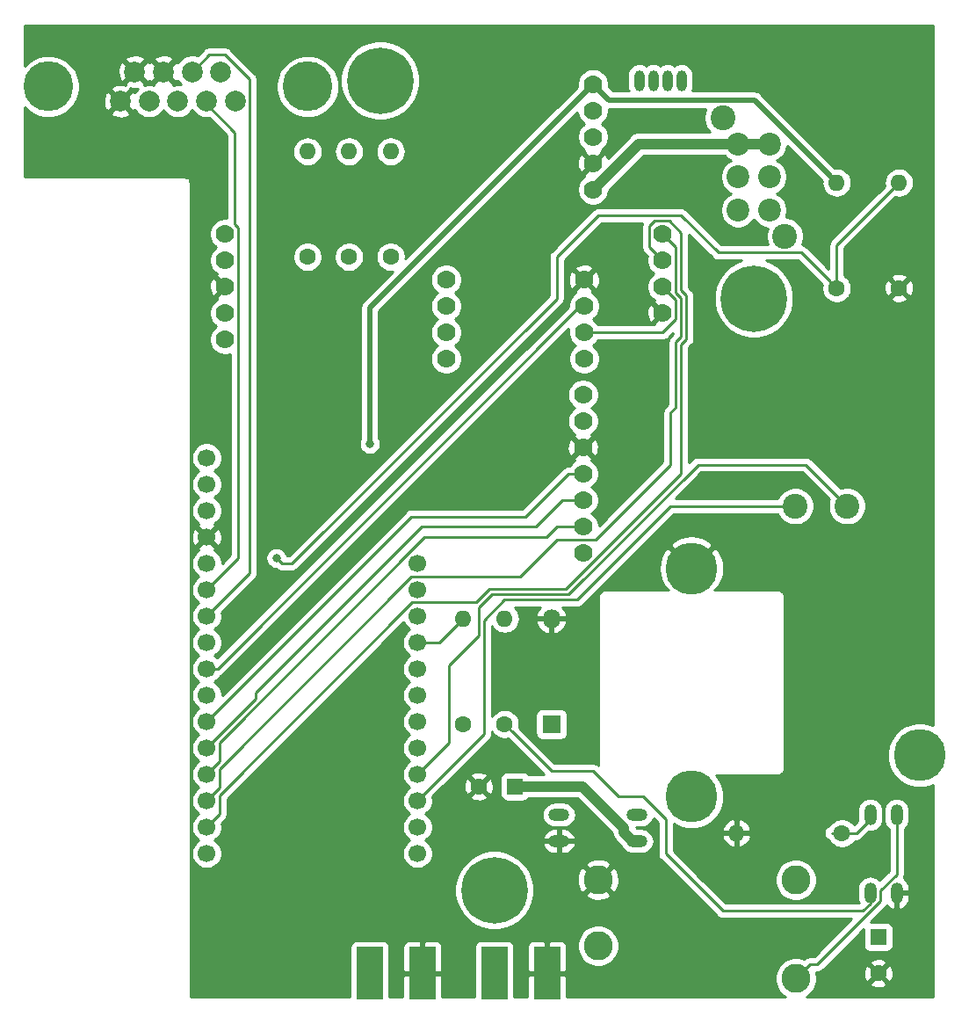
<source format=gbr>
G04 #@! TF.GenerationSoftware,KiCad,Pcbnew,5.1.4-e60b266~84~ubuntu18.04.1*
G04 #@! TF.CreationDate,2019-11-04T15:24:46+01:00*
G04 #@! TF.ProjectId,WaveGlide3X,57617665-476c-4696-9465-33582e6b6963,rev?*
G04 #@! TF.SameCoordinates,Original*
G04 #@! TF.FileFunction,Copper,L2,Bot*
G04 #@! TF.FilePolarity,Positive*
%FSLAX46Y46*%
G04 Gerber Fmt 4.6, Leading zero omitted, Abs format (unit mm)*
G04 Created by KiCad (PCBNEW 5.1.4-e60b266~84~ubuntu18.04.1) date 2019-11-04 15:24:46*
%MOMM*%
%LPD*%
G04 APERTURE LIST*
%ADD10C,5.000000*%
%ADD11O,1.200000X2.000000*%
%ADD12C,1.600000*%
%ADD13O,1.600000X1.600000*%
%ADD14R,2.540000X5.080000*%
%ADD15C,6.400000*%
%ADD16C,0.800000*%
%ADD17C,1.778000*%
%ADD18C,2.794000*%
%ADD19C,1.700000*%
%ADD20R,1.600000X1.600000*%
%ADD21O,1.800000X1.800000*%
%ADD22R,1.800000X1.800000*%
%ADD23C,2.400000*%
%ADD24C,2.200000*%
%ADD25C,4.800000*%
%ADD26C,2.000000*%
%ADD27O,1.000000X2.000000*%
%ADD28O,2.000000X1.200000*%
%ADD29C,0.250000*%
%ADD30C,1.000000*%
%ADD31C,0.500000*%
%ADD32C,0.254000*%
G04 APERTURE END LIST*
D10*
X120000000Y-131000000D03*
X98000000Y-113000000D03*
X98000000Y-135000000D03*
D11*
X117770000Y-144260000D03*
X117770000Y-136740000D03*
X115230000Y-144260000D03*
X115230000Y-136740000D03*
D12*
X80000000Y-128000000D03*
D13*
X80000000Y-117840000D03*
D14*
X72080000Y-152000000D03*
X67000000Y-152000000D03*
X84080000Y-152000000D03*
X79000000Y-152000000D03*
D15*
X68000000Y-66000000D03*
D16*
X70400000Y-66000000D03*
X69697056Y-67697056D03*
X68000000Y-68400000D03*
X66302944Y-67697056D03*
X65600000Y-66000000D03*
X66302944Y-64302944D03*
X68000000Y-63600000D03*
X69697056Y-64302944D03*
D15*
X79000000Y-144000000D03*
D16*
X81400000Y-144000000D03*
X80697056Y-145697056D03*
X79000000Y-146400000D03*
X77302944Y-145697056D03*
X76600000Y-144000000D03*
X77302944Y-142302944D03*
X79000000Y-141600000D03*
X80697056Y-142302944D03*
D15*
X104000000Y-87000000D03*
D16*
X106400000Y-87000000D03*
X105697056Y-88697056D03*
X104000000Y-89400000D03*
X102302944Y-88697056D03*
X101600000Y-87000000D03*
X102302944Y-85302944D03*
X104000000Y-84600000D03*
X105697056Y-85302944D03*
D17*
X53064000Y-80790000D03*
X53064000Y-83330000D03*
X53064000Y-85870000D03*
X53064000Y-88410000D03*
X53064000Y-90950000D03*
X95228000Y-88410000D03*
X95228000Y-85870000D03*
X95228000Y-83330000D03*
X95228000Y-80790000D03*
X87650000Y-85190000D03*
X74350000Y-85190000D03*
X87650000Y-87730000D03*
X74350000Y-87730000D03*
X87650000Y-90270000D03*
X74350000Y-90270000D03*
X87650000Y-92810000D03*
X74350000Y-92810000D03*
D18*
X108050000Y-143000000D03*
X108050000Y-152525000D03*
X89000000Y-149350000D03*
X89000000Y-143000000D03*
D19*
X71590000Y-112510000D03*
X71590000Y-115050000D03*
X71590000Y-117590000D03*
X71590000Y-120130000D03*
X71590000Y-122670000D03*
X71590000Y-125210000D03*
X71590000Y-127750000D03*
X71590000Y-130290000D03*
X71590000Y-132830000D03*
X71590000Y-135370000D03*
X71590000Y-137910000D03*
X71590000Y-140450000D03*
X51270000Y-140450000D03*
X51270000Y-137910000D03*
X51270000Y-135370000D03*
X51270000Y-132830000D03*
X51270000Y-130290000D03*
X51270000Y-127750000D03*
X51270000Y-125210000D03*
X51270000Y-122670000D03*
X51270000Y-120130000D03*
X51270000Y-117590000D03*
X51270000Y-115050000D03*
X51270000Y-112510000D03*
X51270000Y-109970000D03*
X51270000Y-107430000D03*
X51270000Y-104890000D03*
X51270000Y-102350000D03*
D17*
X88510000Y-76510000D03*
X88510000Y-73970000D03*
X88510000Y-71430000D03*
X88510000Y-68890000D03*
X88510000Y-66350000D03*
X87540000Y-111510000D03*
X87540000Y-108970000D03*
X87540000Y-106430000D03*
X87540000Y-103890000D03*
X87540000Y-101350000D03*
X87540000Y-98810000D03*
X87540000Y-96270000D03*
D12*
X77500000Y-134000000D03*
D20*
X81000000Y-134000000D03*
X116000000Y-148500000D03*
D12*
X116000000Y-152000000D03*
D21*
X84500000Y-117840000D03*
D22*
X84500000Y-128000000D03*
D23*
X108000000Y-107000000D03*
X113000000Y-107000000D03*
D24*
X102500000Y-78500000D03*
X102500000Y-75300000D03*
X102500000Y-72110000D03*
X105500000Y-78500000D03*
X105500000Y-75300000D03*
X105500000Y-72100000D03*
D23*
X101000000Y-69600000D03*
X107000000Y-81000000D03*
D25*
X61000000Y-66580000D03*
X36000000Y-66580000D03*
D26*
X52650000Y-65160000D03*
X49880000Y-65160000D03*
X47120000Y-65160000D03*
X44350000Y-65160000D03*
X54040000Y-68000000D03*
X51270000Y-68000000D03*
X48500000Y-68000000D03*
X45730000Y-68000000D03*
X42960000Y-68000000D03*
D12*
X69000000Y-83000000D03*
D13*
X69000000Y-72840000D03*
X65000000Y-72840000D03*
D12*
X65000000Y-83000000D03*
X61000000Y-83000000D03*
D13*
X61000000Y-72840000D03*
X76000000Y-117840000D03*
D12*
X76000000Y-128000000D03*
D13*
X112000000Y-75840000D03*
D12*
X112000000Y-86000000D03*
X118000000Y-86000000D03*
D13*
X118000000Y-75840000D03*
X102340000Y-138500000D03*
D12*
X112500000Y-138500000D03*
D27*
X92968000Y-66000000D03*
X94314200Y-66000000D03*
X95685800Y-66000000D03*
X97032000Y-66000000D03*
D28*
X92760000Y-136730000D03*
X85240000Y-136730000D03*
X92760000Y-139270000D03*
X85240000Y-139270000D03*
D16*
X67000000Y-101000000D03*
X58000000Y-112000000D03*
D29*
X96500000Y-87142000D02*
X95228000Y-85870000D01*
X96500000Y-89000000D02*
X96500000Y-87142000D01*
X95230000Y-90270000D02*
X96500000Y-89000000D01*
X87650000Y-90270000D02*
X95230000Y-90270000D01*
X87270000Y-87730000D02*
X87650000Y-87730000D01*
X51270000Y-122670000D02*
X52330000Y-122670000D01*
X52330000Y-122670000D02*
X87270000Y-87730000D01*
X55415001Y-113444999D02*
X51270000Y-117590000D01*
X53000000Y-63500000D02*
X55415001Y-65915001D01*
X49880000Y-65160000D02*
X51540000Y-63500000D01*
X55415001Y-65915001D02*
X55415001Y-113444999D01*
X51540000Y-63500000D02*
X53000000Y-63500000D01*
X52119999Y-114200001D02*
X51270000Y-115050000D01*
X51270000Y-68270000D02*
X54000000Y-71000000D01*
X51270000Y-68000000D02*
X51270000Y-68270000D01*
X54000000Y-71000000D02*
X54000000Y-79855278D01*
X54000000Y-79855278D02*
X54328001Y-80183279D01*
X54328001Y-80183279D02*
X54328001Y-111991999D01*
X54328001Y-111991999D02*
X52119999Y-114200001D01*
X72439999Y-134520001D02*
X71590000Y-135370000D01*
X96000000Y-107000000D02*
X87000000Y-116000000D01*
X108000000Y-107000000D02*
X96000000Y-107000000D01*
X78000000Y-118000000D02*
X78000000Y-128960000D01*
X87000000Y-116000000D02*
X80000000Y-116000000D01*
X80000000Y-116000000D02*
X78000000Y-118000000D01*
X78000000Y-128960000D02*
X72439999Y-134520001D01*
X72439999Y-131980001D02*
X71590000Y-132830000D01*
X74664999Y-129755001D02*
X72439999Y-131980001D01*
X109000000Y-103000000D02*
X98627844Y-103000000D01*
X78792888Y-115499990D02*
X77500000Y-116792878D01*
X113000000Y-107000000D02*
X109000000Y-103000000D01*
X98627844Y-103000000D02*
X86127855Y-115499989D01*
X86127855Y-115499989D02*
X78792888Y-115499990D01*
X74664999Y-122335001D02*
X74664999Y-129755001D01*
X77500000Y-119500000D02*
X74664999Y-122335001D01*
X77500000Y-116792878D02*
X77500000Y-119500000D01*
X73710000Y-120130000D02*
X76000000Y-117840000D01*
X71590000Y-120130000D02*
X73710000Y-120130000D01*
X109446999Y-151128001D02*
X108050000Y-152525000D01*
X110140871Y-151128001D02*
X109446999Y-151128001D01*
X116205010Y-144046118D02*
X116205010Y-145063862D01*
X117770000Y-142481128D02*
X116205010Y-144046118D01*
X116205010Y-145063862D02*
X110140871Y-151128001D01*
X117770000Y-136740000D02*
X117770000Y-142481128D01*
D30*
X92360000Y-139270000D02*
X92760000Y-139270000D01*
X91510000Y-138420000D02*
X92360000Y-139270000D01*
X91510000Y-138020000D02*
X91510000Y-138420000D01*
X87490000Y-134000000D02*
X91510000Y-138020000D01*
X81000000Y-134000000D02*
X87490000Y-134000000D01*
D31*
X88510000Y-66350000D02*
X67000000Y-87860000D01*
X67000000Y-87860000D02*
X67000000Y-101000000D01*
X111200001Y-75040001D02*
X112000000Y-75840000D01*
X90059999Y-67899999D02*
X104059999Y-67899999D01*
X104059999Y-67899999D02*
X111200001Y-75040001D01*
X88510000Y-66350000D02*
X90059999Y-67899999D01*
D30*
X92910000Y-72110000D02*
X102500000Y-72110000D01*
X88510000Y-76510000D02*
X92910000Y-72110000D01*
X102510000Y-72100000D02*
X102500000Y-72110000D01*
X105500000Y-72100000D02*
X102510000Y-72100000D01*
D29*
X112000000Y-81840000D02*
X118000000Y-75840000D01*
X112000000Y-86000000D02*
X112000000Y-81840000D01*
X97000000Y-79000000D02*
X100575001Y-82575001D01*
X108575001Y-82575001D02*
X111200001Y-85200001D01*
X58510000Y-112510000D02*
X59490000Y-112510000D01*
X58000000Y-112000000D02*
X58510000Y-112510000D01*
X100575001Y-82575001D02*
X108575001Y-82575001D01*
X85000000Y-87000000D02*
X85000000Y-83000000D01*
X59490000Y-112510000D02*
X85000000Y-87000000D01*
X85000000Y-83000000D02*
X89000000Y-79000000D01*
X111200001Y-85200001D02*
X112000000Y-86000000D01*
X89000000Y-79000000D02*
X97000000Y-79000000D01*
X52119999Y-131980001D02*
X51270000Y-132830000D01*
X52495001Y-131604999D02*
X52119999Y-131980001D01*
X87540000Y-108970000D02*
X87510000Y-109000000D01*
X84000000Y-110000000D02*
X72286998Y-110000000D01*
X72286998Y-110000000D02*
X52495001Y-129791997D01*
X87510000Y-109000000D02*
X85000000Y-109000000D01*
X85000000Y-109000000D02*
X84000000Y-110000000D01*
X52495001Y-129791997D02*
X52495001Y-131604999D01*
X56000000Y-125000000D02*
X56000000Y-125560000D01*
X72000000Y-109000000D02*
X56000000Y-125000000D01*
X87540000Y-106430000D02*
X85570000Y-106430000D01*
X56000000Y-125560000D02*
X51270000Y-130290000D01*
X83000000Y-109000000D02*
X72000000Y-109000000D01*
X85570000Y-106430000D02*
X83000000Y-109000000D01*
X71020000Y-108000000D02*
X51270000Y-127750000D01*
X82000000Y-108000000D02*
X71020000Y-108000000D01*
X87540000Y-103890000D02*
X86110000Y-103890000D01*
X86110000Y-103890000D02*
X82000000Y-108000000D01*
X95228000Y-83330000D02*
X93963999Y-82065999D01*
X95834721Y-79525999D02*
X97000000Y-80691278D01*
X93963999Y-82065999D02*
X93963999Y-80036001D01*
X94474001Y-79525999D02*
X95834721Y-79525999D01*
X97000000Y-86227756D02*
X97500022Y-86727778D01*
X97500022Y-90914222D02*
X97000000Y-91414244D01*
X77258001Y-116275001D02*
X71091997Y-116275001D01*
X97000000Y-91414244D02*
X97000000Y-103920722D01*
X71091997Y-116275001D02*
X52495001Y-134871997D01*
X52119999Y-137060001D02*
X51270000Y-137910000D01*
X78533022Y-114999980D02*
X77258001Y-116275001D01*
X97000000Y-80691278D02*
X97000000Y-86227756D01*
X52495001Y-136684999D02*
X52119999Y-137060001D01*
X85920742Y-114999980D02*
X78533022Y-114999980D01*
X97500022Y-86727778D02*
X97500022Y-90914222D01*
X93963999Y-80036001D02*
X94474001Y-79525999D01*
X97000000Y-103920722D02*
X85920742Y-114999980D01*
X52495001Y-134871997D02*
X52495001Y-136684999D01*
X96499989Y-91207133D02*
X96499989Y-97500011D01*
X96499989Y-86434867D02*
X97000011Y-86934889D01*
X97000011Y-90707111D02*
X96499989Y-91207133D01*
X52119999Y-134520001D02*
X51270000Y-135370000D01*
X52495001Y-134144999D02*
X52119999Y-134520001D01*
X52495001Y-132331997D02*
X52495001Y-134144999D01*
X71001999Y-113824999D02*
X52495001Y-132331997D01*
X88765999Y-110234001D02*
X85058877Y-110234001D01*
X81467879Y-113824999D02*
X71001999Y-113824999D01*
X95228000Y-80790000D02*
X96499989Y-82061989D01*
X85058877Y-110234001D02*
X81467879Y-113824999D01*
X96000000Y-103000000D02*
X88765999Y-110234001D01*
X96000000Y-98000000D02*
X96000000Y-103000000D01*
X96499989Y-97500011D02*
X96000000Y-98000000D01*
X97000011Y-86934889D02*
X97000011Y-90707111D01*
X96499989Y-82061989D02*
X96499989Y-86434867D01*
X115230000Y-137140000D02*
X115230000Y-136740000D01*
X113870000Y-138500000D02*
X115230000Y-137140000D01*
X111500000Y-138500000D02*
X113870000Y-138500000D01*
X84500000Y-132500000D02*
X80799999Y-128799999D01*
X88500000Y-132500000D02*
X84500000Y-132500000D01*
X93308872Y-135000000D02*
X91000000Y-135000000D01*
X115230000Y-145270000D02*
X114500000Y-146000000D01*
X115230000Y-144260000D02*
X115230000Y-145270000D01*
X114500000Y-146000000D02*
X101000000Y-146000000D01*
X91000000Y-135000000D02*
X88500000Y-132500000D01*
X101000000Y-146000000D02*
X95500000Y-140500000D01*
X80799999Y-128799999D02*
X80000000Y-128000000D01*
X95500000Y-137191128D02*
X93308872Y-135000000D01*
X95500000Y-140500000D02*
X95500000Y-137191128D01*
D32*
G36*
X121290000Y-128141036D02*
G01*
X120914446Y-127985476D01*
X120308771Y-127865000D01*
X119691229Y-127865000D01*
X119085554Y-127985476D01*
X118515021Y-128221799D01*
X118001554Y-128564886D01*
X117564886Y-129001554D01*
X117221799Y-129515021D01*
X116985476Y-130085554D01*
X116865000Y-130691229D01*
X116865000Y-131308771D01*
X116985476Y-131914446D01*
X117221799Y-132484979D01*
X117564886Y-132998446D01*
X118001554Y-133435114D01*
X118515021Y-133778201D01*
X119085554Y-134014524D01*
X119691229Y-134135000D01*
X120308771Y-134135000D01*
X120914446Y-134014524D01*
X121290000Y-133858964D01*
X121290000Y-154290000D01*
X109065994Y-154290000D01*
X109345325Y-154103357D01*
X109628357Y-153820325D01*
X109850735Y-153487513D01*
X110003911Y-153117713D01*
X110028777Y-152992702D01*
X115186903Y-152992702D01*
X115258486Y-153236671D01*
X115513996Y-153357571D01*
X115788184Y-153426300D01*
X116070512Y-153440217D01*
X116350130Y-153398787D01*
X116616292Y-153303603D01*
X116741514Y-153236671D01*
X116813097Y-152992702D01*
X116000000Y-152179605D01*
X115186903Y-152992702D01*
X110028777Y-152992702D01*
X110082000Y-152725135D01*
X110082000Y-152324865D01*
X110031406Y-152070512D01*
X114559783Y-152070512D01*
X114601213Y-152350130D01*
X114696397Y-152616292D01*
X114763329Y-152741514D01*
X115007298Y-152813097D01*
X115820395Y-152000000D01*
X116179605Y-152000000D01*
X116992702Y-152813097D01*
X117236671Y-152741514D01*
X117357571Y-152486004D01*
X117426300Y-152211816D01*
X117440217Y-151929488D01*
X117398787Y-151649870D01*
X117303603Y-151383708D01*
X117236671Y-151258486D01*
X116992702Y-151186903D01*
X116179605Y-152000000D01*
X115820395Y-152000000D01*
X115007298Y-151186903D01*
X114763329Y-151258486D01*
X114642429Y-151513996D01*
X114573700Y-151788184D01*
X114559783Y-152070512D01*
X110031406Y-152070512D01*
X110003911Y-151932287D01*
X109985567Y-151888001D01*
X110103549Y-151888001D01*
X110140871Y-151891677D01*
X110178193Y-151888001D01*
X110178204Y-151888001D01*
X110289857Y-151877004D01*
X110433118Y-151833547D01*
X110565147Y-151762975D01*
X110680872Y-151668002D01*
X110704675Y-151638998D01*
X111336375Y-151007298D01*
X115186903Y-151007298D01*
X116000000Y-151820395D01*
X116813097Y-151007298D01*
X116741514Y-150763329D01*
X116486004Y-150642429D01*
X116211816Y-150573700D01*
X115929488Y-150559783D01*
X115649870Y-150601213D01*
X115383708Y-150696397D01*
X115258486Y-150763329D01*
X115186903Y-151007298D01*
X111336375Y-151007298D01*
X114561928Y-147781746D01*
X114561928Y-149300000D01*
X114574188Y-149424482D01*
X114610498Y-149544180D01*
X114669463Y-149654494D01*
X114748815Y-149751185D01*
X114845506Y-149830537D01*
X114955820Y-149889502D01*
X115075518Y-149925812D01*
X115200000Y-149938072D01*
X116800000Y-149938072D01*
X116924482Y-149925812D01*
X117044180Y-149889502D01*
X117154494Y-149830537D01*
X117251185Y-149751185D01*
X117330537Y-149654494D01*
X117389502Y-149544180D01*
X117425812Y-149424482D01*
X117438072Y-149300000D01*
X117438072Y-147700000D01*
X117425812Y-147575518D01*
X117389502Y-147455820D01*
X117330537Y-147345506D01*
X117251185Y-147248815D01*
X117154494Y-147169463D01*
X117044180Y-147110498D01*
X116924482Y-147074188D01*
X116800000Y-147061928D01*
X115281746Y-147061928D01*
X116716013Y-145627661D01*
X116745011Y-145603863D01*
X116839984Y-145488138D01*
X116843599Y-145481375D01*
X116986526Y-145623078D01*
X117189467Y-145757421D01*
X117414718Y-145849591D01*
X117452391Y-145853462D01*
X117643000Y-145728731D01*
X117643000Y-144387000D01*
X117897000Y-144387000D01*
X117897000Y-145728731D01*
X118087609Y-145853462D01*
X118125282Y-145849591D01*
X118350533Y-145757421D01*
X118553474Y-145623078D01*
X118726307Y-145451725D01*
X118862390Y-145249946D01*
X118956493Y-145025496D01*
X119005000Y-144787000D01*
X119005000Y-144387000D01*
X117897000Y-144387000D01*
X117643000Y-144387000D01*
X117623000Y-144387000D01*
X117623000Y-144133000D01*
X117643000Y-144133000D01*
X117643000Y-144113000D01*
X117897000Y-144113000D01*
X117897000Y-144133000D01*
X119005000Y-144133000D01*
X119005000Y-143733000D01*
X118956493Y-143494504D01*
X118862390Y-143270054D01*
X118726307Y-143068275D01*
X118553474Y-142896922D01*
X118447135Y-142826528D01*
X118475546Y-142773375D01*
X118493712Y-142713489D01*
X118519003Y-142630114D01*
X118530000Y-142518461D01*
X118530000Y-142518452D01*
X118533676Y-142481129D01*
X118530000Y-142443806D01*
X118530000Y-138113933D01*
X118647502Y-138017502D01*
X118801833Y-137829449D01*
X118916511Y-137614901D01*
X118987130Y-137382101D01*
X119005000Y-137200664D01*
X119005000Y-136279335D01*
X118987130Y-136097898D01*
X118916511Y-135865099D01*
X118801833Y-135650551D01*
X118647502Y-135462498D01*
X118459448Y-135308167D01*
X118244900Y-135193489D01*
X118012101Y-135122870D01*
X117770000Y-135099025D01*
X117527898Y-135122870D01*
X117295099Y-135193489D01*
X117080551Y-135308167D01*
X116892498Y-135462498D01*
X116738167Y-135650552D01*
X116623489Y-135865100D01*
X116552870Y-136097899D01*
X116535000Y-136279336D01*
X116535000Y-137200665D01*
X116552870Y-137382102D01*
X116623489Y-137614901D01*
X116738168Y-137829449D01*
X116892499Y-138017502D01*
X117010000Y-138113933D01*
X117010001Y-142166325D01*
X116146414Y-143029913D01*
X116107502Y-142982498D01*
X115919448Y-142828167D01*
X115704900Y-142713489D01*
X115472101Y-142642870D01*
X115230000Y-142619025D01*
X114987898Y-142642870D01*
X114755099Y-142713489D01*
X114540551Y-142828167D01*
X114352498Y-142982498D01*
X114198167Y-143170552D01*
X114083489Y-143385100D01*
X114012870Y-143617899D01*
X113995000Y-143799336D01*
X113995000Y-144720665D01*
X114012870Y-144902102D01*
X114083489Y-145134901D01*
X114139666Y-145240000D01*
X101314802Y-145240000D01*
X98874667Y-142799865D01*
X106018000Y-142799865D01*
X106018000Y-143200135D01*
X106096089Y-143592713D01*
X106249265Y-143962513D01*
X106471643Y-144295325D01*
X106754675Y-144578357D01*
X107087487Y-144800735D01*
X107457287Y-144953911D01*
X107849865Y-145032000D01*
X108250135Y-145032000D01*
X108642713Y-144953911D01*
X109012513Y-144800735D01*
X109345325Y-144578357D01*
X109628357Y-144295325D01*
X109850735Y-143962513D01*
X110003911Y-143592713D01*
X110082000Y-143200135D01*
X110082000Y-142799865D01*
X110003911Y-142407287D01*
X109850735Y-142037487D01*
X109628357Y-141704675D01*
X109345325Y-141421643D01*
X109012513Y-141199265D01*
X108642713Y-141046089D01*
X108250135Y-140968000D01*
X107849865Y-140968000D01*
X107457287Y-141046089D01*
X107087487Y-141199265D01*
X106754675Y-141421643D01*
X106471643Y-141704675D01*
X106249265Y-142037487D01*
X106096089Y-142407287D01*
X106018000Y-142799865D01*
X98874667Y-142799865D01*
X96260000Y-140185199D01*
X96260000Y-138849039D01*
X100948096Y-138849039D01*
X100988754Y-138983087D01*
X101108963Y-139237420D01*
X101276481Y-139463414D01*
X101484869Y-139652385D01*
X101726119Y-139797070D01*
X101990960Y-139891909D01*
X102213000Y-139770624D01*
X102213000Y-138627000D01*
X102467000Y-138627000D01*
X102467000Y-139770624D01*
X102689040Y-139891909D01*
X102953881Y-139797070D01*
X103195131Y-139652385D01*
X103403519Y-139463414D01*
X103571037Y-139237420D01*
X103691246Y-138983087D01*
X103731904Y-138849039D01*
X103609915Y-138627000D01*
X102467000Y-138627000D01*
X102213000Y-138627000D01*
X101070085Y-138627000D01*
X100948096Y-138849039D01*
X96260000Y-138849039D01*
X96260000Y-138500000D01*
X110736323Y-138500000D01*
X110750997Y-138648986D01*
X110794454Y-138792247D01*
X110865026Y-138924276D01*
X110959999Y-139040001D01*
X111075724Y-139134974D01*
X111207753Y-139205546D01*
X111255186Y-139219934D01*
X111385363Y-139414759D01*
X111585241Y-139614637D01*
X111820273Y-139771680D01*
X112081426Y-139879853D01*
X112358665Y-139935000D01*
X112641335Y-139935000D01*
X112918574Y-139879853D01*
X113179727Y-139771680D01*
X113414759Y-139614637D01*
X113614637Y-139414759D01*
X113718043Y-139260000D01*
X113832678Y-139260000D01*
X113870000Y-139263676D01*
X113907322Y-139260000D01*
X113907333Y-139260000D01*
X114018986Y-139249003D01*
X114162247Y-139205546D01*
X114294276Y-139134974D01*
X114410001Y-139040001D01*
X114433803Y-139010998D01*
X115078726Y-138366076D01*
X115230000Y-138380975D01*
X115472102Y-138357130D01*
X115704901Y-138286511D01*
X115919449Y-138171833D01*
X116107502Y-138017502D01*
X116261833Y-137829449D01*
X116376511Y-137614901D01*
X116447130Y-137382101D01*
X116465000Y-137200664D01*
X116465000Y-136279335D01*
X116447130Y-136097898D01*
X116376511Y-135865099D01*
X116261833Y-135650551D01*
X116107502Y-135462498D01*
X115919448Y-135308167D01*
X115704900Y-135193489D01*
X115472101Y-135122870D01*
X115230000Y-135099025D01*
X114987898Y-135122870D01*
X114755099Y-135193489D01*
X114540551Y-135308167D01*
X114352498Y-135462498D01*
X114198167Y-135650552D01*
X114083489Y-135865100D01*
X114012870Y-136097899D01*
X113995000Y-136279336D01*
X113995000Y-137200665D01*
X114003924Y-137291274D01*
X113652817Y-137642382D01*
X113614637Y-137585241D01*
X113414759Y-137385363D01*
X113179727Y-137228320D01*
X112918574Y-137120147D01*
X112641335Y-137065000D01*
X112358665Y-137065000D01*
X112081426Y-137120147D01*
X111820273Y-137228320D01*
X111585241Y-137385363D01*
X111385363Y-137585241D01*
X111255186Y-137780066D01*
X111207753Y-137794454D01*
X111075724Y-137865026D01*
X110959999Y-137959999D01*
X110865026Y-138075724D01*
X110794454Y-138207753D01*
X110750997Y-138351014D01*
X110736323Y-138500000D01*
X96260000Y-138500000D01*
X96260000Y-138150961D01*
X100948096Y-138150961D01*
X101070085Y-138373000D01*
X102213000Y-138373000D01*
X102213000Y-137229376D01*
X102467000Y-137229376D01*
X102467000Y-138373000D01*
X103609915Y-138373000D01*
X103731904Y-138150961D01*
X103691246Y-138016913D01*
X103571037Y-137762580D01*
X103403519Y-137536586D01*
X103195131Y-137347615D01*
X102953881Y-137202930D01*
X102689040Y-137108091D01*
X102467000Y-137229376D01*
X102213000Y-137229376D01*
X101990960Y-137108091D01*
X101726119Y-137202930D01*
X101484869Y-137347615D01*
X101276481Y-137536586D01*
X101108963Y-137762580D01*
X100988754Y-138016913D01*
X100948096Y-138150961D01*
X96260000Y-138150961D01*
X96260000Y-137607802D01*
X96515021Y-137778201D01*
X97085554Y-138014524D01*
X97691229Y-138135000D01*
X98308771Y-138135000D01*
X98914446Y-138014524D01*
X99484979Y-137778201D01*
X99998446Y-137435114D01*
X100435114Y-136998446D01*
X100778201Y-136484979D01*
X101014524Y-135914446D01*
X101135000Y-135308771D01*
X101135000Y-134691229D01*
X101014524Y-134085554D01*
X100778201Y-133515021D01*
X100435114Y-133001554D01*
X100393560Y-132960000D01*
X106215123Y-132960000D01*
X106250000Y-132963435D01*
X106284877Y-132960000D01*
X106389184Y-132949727D01*
X106523020Y-132909128D01*
X106646363Y-132843200D01*
X106754475Y-132754475D01*
X106843200Y-132646363D01*
X106909128Y-132523020D01*
X106949727Y-132389184D01*
X106963435Y-132250000D01*
X106960000Y-132215123D01*
X106960000Y-115784877D01*
X106963435Y-115750000D01*
X106949727Y-115610816D01*
X106909128Y-115476980D01*
X106843200Y-115353637D01*
X106754475Y-115245525D01*
X106646363Y-115156800D01*
X106523020Y-115090872D01*
X106389184Y-115050273D01*
X106284877Y-115040000D01*
X106250000Y-115036565D01*
X106215123Y-115040000D01*
X100219608Y-115040000D01*
X100203150Y-115023542D01*
X100621118Y-114747373D01*
X100911649Y-114202443D01*
X101090287Y-113611304D01*
X101150168Y-112996672D01*
X101088990Y-112382169D01*
X100909103Y-111791408D01*
X100621118Y-111252627D01*
X100203148Y-110976457D01*
X98179605Y-113000000D01*
X98193748Y-113014143D01*
X98014143Y-113193748D01*
X98000000Y-113179605D01*
X97985858Y-113193748D01*
X97806253Y-113014143D01*
X97820395Y-113000000D01*
X95796852Y-110976457D01*
X95378882Y-111252627D01*
X95088351Y-111797557D01*
X94909713Y-112388696D01*
X94849832Y-113003328D01*
X94911010Y-113617831D01*
X95090897Y-114208592D01*
X95378882Y-114747373D01*
X95796850Y-115023542D01*
X95780392Y-115040000D01*
X89784877Y-115040000D01*
X89750000Y-115036565D01*
X89715123Y-115040000D01*
X89610816Y-115050273D01*
X89476980Y-115090872D01*
X89353637Y-115156800D01*
X89245525Y-115245525D01*
X89156800Y-115353637D01*
X89090872Y-115476980D01*
X89050273Y-115610816D01*
X89036565Y-115750000D01*
X89040001Y-115784887D01*
X89040000Y-131959998D01*
X88924276Y-131865026D01*
X88792247Y-131794454D01*
X88648986Y-131750997D01*
X88537333Y-131740000D01*
X88537322Y-131740000D01*
X88500000Y-131736324D01*
X88462678Y-131740000D01*
X84814802Y-131740000D01*
X81398688Y-128323887D01*
X81435000Y-128141335D01*
X81435000Y-127858665D01*
X81379853Y-127581426D01*
X81271680Y-127320273D01*
X81124499Y-127100000D01*
X82961928Y-127100000D01*
X82961928Y-128900000D01*
X82974188Y-129024482D01*
X83010498Y-129144180D01*
X83069463Y-129254494D01*
X83148815Y-129351185D01*
X83245506Y-129430537D01*
X83355820Y-129489502D01*
X83475518Y-129525812D01*
X83600000Y-129538072D01*
X85400000Y-129538072D01*
X85524482Y-129525812D01*
X85644180Y-129489502D01*
X85754494Y-129430537D01*
X85851185Y-129351185D01*
X85930537Y-129254494D01*
X85989502Y-129144180D01*
X86025812Y-129024482D01*
X86038072Y-128900000D01*
X86038072Y-127100000D01*
X86025812Y-126975518D01*
X85989502Y-126855820D01*
X85930537Y-126745506D01*
X85851185Y-126648815D01*
X85754494Y-126569463D01*
X85644180Y-126510498D01*
X85524482Y-126474188D01*
X85400000Y-126461928D01*
X83600000Y-126461928D01*
X83475518Y-126474188D01*
X83355820Y-126510498D01*
X83245506Y-126569463D01*
X83148815Y-126648815D01*
X83069463Y-126745506D01*
X83010498Y-126855820D01*
X82974188Y-126975518D01*
X82961928Y-127100000D01*
X81124499Y-127100000D01*
X81114637Y-127085241D01*
X80914759Y-126885363D01*
X80679727Y-126728320D01*
X80418574Y-126620147D01*
X80141335Y-126565000D01*
X79858665Y-126565000D01*
X79581426Y-126620147D01*
X79320273Y-126728320D01*
X79085241Y-126885363D01*
X78885363Y-127085241D01*
X78760000Y-127272860D01*
X78760000Y-118564268D01*
X78801068Y-118641101D01*
X78980392Y-118859608D01*
X79198899Y-119038932D01*
X79448192Y-119172182D01*
X79718691Y-119254236D01*
X79929508Y-119275000D01*
X80070492Y-119275000D01*
X80281309Y-119254236D01*
X80551808Y-119172182D01*
X80801101Y-119038932D01*
X81019608Y-118859608D01*
X81198932Y-118641101D01*
X81332182Y-118391808D01*
X81388927Y-118204741D01*
X83008959Y-118204741D01*
X83108766Y-118488620D01*
X83262038Y-118747573D01*
X83462884Y-118971649D01*
X83703586Y-119152236D01*
X83974893Y-119282394D01*
X84135260Y-119331036D01*
X84373000Y-119210378D01*
X84373000Y-117967000D01*
X84627000Y-117967000D01*
X84627000Y-119210378D01*
X84864740Y-119331036D01*
X85025107Y-119282394D01*
X85296414Y-119152236D01*
X85537116Y-118971649D01*
X85737962Y-118747573D01*
X85891234Y-118488620D01*
X85991041Y-118204741D01*
X85870992Y-117967000D01*
X84627000Y-117967000D01*
X84373000Y-117967000D01*
X83129008Y-117967000D01*
X83008959Y-118204741D01*
X81388927Y-118204741D01*
X81414236Y-118121309D01*
X81441943Y-117840000D01*
X81414236Y-117558691D01*
X81332182Y-117288192D01*
X81198932Y-117038899D01*
X81019608Y-116820392D01*
X80946020Y-116760000D01*
X83416589Y-116760000D01*
X83262038Y-116932427D01*
X83108766Y-117191380D01*
X83008959Y-117475259D01*
X83129008Y-117713000D01*
X84373000Y-117713000D01*
X84373000Y-117693000D01*
X84627000Y-117693000D01*
X84627000Y-117713000D01*
X85870992Y-117713000D01*
X85991041Y-117475259D01*
X85891234Y-117191380D01*
X85737962Y-116932427D01*
X85583411Y-116760000D01*
X86962678Y-116760000D01*
X87000000Y-116763676D01*
X87037322Y-116760000D01*
X87037333Y-116760000D01*
X87148986Y-116749003D01*
X87292247Y-116705546D01*
X87424276Y-116634974D01*
X87540001Y-116540001D01*
X87563804Y-116510997D01*
X93277949Y-110796852D01*
X95976457Y-110796852D01*
X98000000Y-112820395D01*
X100023543Y-110796852D01*
X99747373Y-110378882D01*
X99202443Y-110088351D01*
X98611304Y-109909713D01*
X97996672Y-109849832D01*
X97382169Y-109911010D01*
X96791408Y-110090897D01*
X96252627Y-110378882D01*
X95976457Y-110796852D01*
X93277949Y-110796852D01*
X96314802Y-107760000D01*
X106328612Y-107760000D01*
X106373844Y-107869199D01*
X106574662Y-108169744D01*
X106830256Y-108425338D01*
X107130801Y-108626156D01*
X107464750Y-108764482D01*
X107819268Y-108835000D01*
X108180732Y-108835000D01*
X108535250Y-108764482D01*
X108869199Y-108626156D01*
X109169744Y-108425338D01*
X109425338Y-108169744D01*
X109626156Y-107869199D01*
X109764482Y-107535250D01*
X109835000Y-107180732D01*
X109835000Y-106819268D01*
X109764482Y-106464750D01*
X109626156Y-106130801D01*
X109425338Y-105830256D01*
X109169744Y-105574662D01*
X108869199Y-105373844D01*
X108535250Y-105235518D01*
X108180732Y-105165000D01*
X107819268Y-105165000D01*
X107464750Y-105235518D01*
X107130801Y-105373844D01*
X106830256Y-105574662D01*
X106574662Y-105830256D01*
X106373844Y-106130801D01*
X106328612Y-106240000D01*
X96462646Y-106240000D01*
X98942646Y-103760000D01*
X108685199Y-103760000D01*
X111280750Y-106355551D01*
X111235518Y-106464750D01*
X111165000Y-106819268D01*
X111165000Y-107180732D01*
X111235518Y-107535250D01*
X111373844Y-107869199D01*
X111574662Y-108169744D01*
X111830256Y-108425338D01*
X112130801Y-108626156D01*
X112464750Y-108764482D01*
X112819268Y-108835000D01*
X113180732Y-108835000D01*
X113535250Y-108764482D01*
X113869199Y-108626156D01*
X114169744Y-108425338D01*
X114425338Y-108169744D01*
X114626156Y-107869199D01*
X114764482Y-107535250D01*
X114835000Y-107180732D01*
X114835000Y-106819268D01*
X114764482Y-106464750D01*
X114626156Y-106130801D01*
X114425338Y-105830256D01*
X114169744Y-105574662D01*
X113869199Y-105373844D01*
X113535250Y-105235518D01*
X113180732Y-105165000D01*
X112819268Y-105165000D01*
X112464750Y-105235518D01*
X112355551Y-105280750D01*
X109563804Y-102489003D01*
X109540001Y-102459999D01*
X109424276Y-102365026D01*
X109292247Y-102294454D01*
X109148986Y-102250997D01*
X109037333Y-102240000D01*
X109037322Y-102240000D01*
X109000000Y-102236324D01*
X108962678Y-102240000D01*
X98665167Y-102240000D01*
X98627844Y-102236324D01*
X98590521Y-102240000D01*
X98590511Y-102240000D01*
X98478858Y-102250997D01*
X98335597Y-102294454D01*
X98203567Y-102365026D01*
X98131018Y-102424566D01*
X98087843Y-102459999D01*
X98064045Y-102488997D01*
X97760000Y-102793042D01*
X97760000Y-91729045D01*
X98011019Y-91478026D01*
X98040023Y-91454223D01*
X98100053Y-91381076D01*
X98134996Y-91338499D01*
X98205568Y-91206469D01*
X98228343Y-91131387D01*
X98249025Y-91063208D01*
X98260022Y-90951555D01*
X98260022Y-90951545D01*
X98263698Y-90914222D01*
X98260022Y-90876899D01*
X98260022Y-86765101D01*
X98263698Y-86727778D01*
X98260022Y-86690455D01*
X98260022Y-86690445D01*
X98249025Y-86578792D01*
X98205568Y-86435531D01*
X98199552Y-86424276D01*
X98134996Y-86303501D01*
X98079864Y-86236324D01*
X98040023Y-86187777D01*
X98011020Y-86163975D01*
X97760000Y-85912955D01*
X97760000Y-80834801D01*
X100011201Y-83086003D01*
X100035000Y-83115002D01*
X100063998Y-83138800D01*
X100150724Y-83209975D01*
X100282754Y-83280547D01*
X100426015Y-83324004D01*
X100537668Y-83335001D01*
X100537678Y-83335001D01*
X100575001Y-83338677D01*
X100612324Y-83335001D01*
X102826753Y-83335001D01*
X102183446Y-83601467D01*
X101555330Y-84021161D01*
X101021161Y-84555330D01*
X100601467Y-85183446D01*
X100312377Y-85881372D01*
X100165000Y-86622285D01*
X100165000Y-87377715D01*
X100312377Y-88118628D01*
X100601467Y-88816554D01*
X101021161Y-89444670D01*
X101555330Y-89978839D01*
X102183446Y-90398533D01*
X102881372Y-90687623D01*
X103622285Y-90835000D01*
X104377715Y-90835000D01*
X105118628Y-90687623D01*
X105816554Y-90398533D01*
X106444670Y-89978839D01*
X106978839Y-89444670D01*
X107398533Y-88816554D01*
X107687623Y-88118628D01*
X107835000Y-87377715D01*
X107835000Y-86622285D01*
X107687623Y-85881372D01*
X107398533Y-85183446D01*
X106978839Y-84555330D01*
X106444670Y-84021161D01*
X105816554Y-83601467D01*
X105173247Y-83335001D01*
X108260200Y-83335001D01*
X110601312Y-85676114D01*
X110565000Y-85858665D01*
X110565000Y-86141335D01*
X110620147Y-86418574D01*
X110728320Y-86679727D01*
X110885363Y-86914759D01*
X111085241Y-87114637D01*
X111320273Y-87271680D01*
X111581426Y-87379853D01*
X111858665Y-87435000D01*
X112141335Y-87435000D01*
X112418574Y-87379853D01*
X112679727Y-87271680D01*
X112914759Y-87114637D01*
X113036694Y-86992702D01*
X117186903Y-86992702D01*
X117258486Y-87236671D01*
X117513996Y-87357571D01*
X117788184Y-87426300D01*
X118070512Y-87440217D01*
X118350130Y-87398787D01*
X118616292Y-87303603D01*
X118741514Y-87236671D01*
X118813097Y-86992702D01*
X118000000Y-86179605D01*
X117186903Y-86992702D01*
X113036694Y-86992702D01*
X113114637Y-86914759D01*
X113271680Y-86679727D01*
X113379853Y-86418574D01*
X113435000Y-86141335D01*
X113435000Y-86070512D01*
X116559783Y-86070512D01*
X116601213Y-86350130D01*
X116696397Y-86616292D01*
X116763329Y-86741514D01*
X117007298Y-86813097D01*
X117820395Y-86000000D01*
X118179605Y-86000000D01*
X118992702Y-86813097D01*
X119236671Y-86741514D01*
X119357571Y-86486004D01*
X119426300Y-86211816D01*
X119440217Y-85929488D01*
X119398787Y-85649870D01*
X119303603Y-85383708D01*
X119236671Y-85258486D01*
X118992702Y-85186903D01*
X118179605Y-86000000D01*
X117820395Y-86000000D01*
X117007298Y-85186903D01*
X116763329Y-85258486D01*
X116642429Y-85513996D01*
X116573700Y-85788184D01*
X116559783Y-86070512D01*
X113435000Y-86070512D01*
X113435000Y-85858665D01*
X113379853Y-85581426D01*
X113271680Y-85320273D01*
X113114637Y-85085241D01*
X113036694Y-85007298D01*
X117186903Y-85007298D01*
X118000000Y-85820395D01*
X118813097Y-85007298D01*
X118741514Y-84763329D01*
X118486004Y-84642429D01*
X118211816Y-84573700D01*
X117929488Y-84559783D01*
X117649870Y-84601213D01*
X117383708Y-84696397D01*
X117258486Y-84763329D01*
X117186903Y-85007298D01*
X113036694Y-85007298D01*
X112914759Y-84885363D01*
X112760000Y-84781957D01*
X112760000Y-82154801D01*
X117674095Y-77240708D01*
X117718691Y-77254236D01*
X117929508Y-77275000D01*
X118070492Y-77275000D01*
X118281309Y-77254236D01*
X118551808Y-77172182D01*
X118801101Y-77038932D01*
X119019608Y-76859608D01*
X119198932Y-76641101D01*
X119332182Y-76391808D01*
X119414236Y-76121309D01*
X119441943Y-75840000D01*
X119414236Y-75558691D01*
X119332182Y-75288192D01*
X119198932Y-75038899D01*
X119019608Y-74820392D01*
X118801101Y-74641068D01*
X118551808Y-74507818D01*
X118281309Y-74425764D01*
X118070492Y-74405000D01*
X117929508Y-74405000D01*
X117718691Y-74425764D01*
X117448192Y-74507818D01*
X117198899Y-74641068D01*
X116980392Y-74820392D01*
X116801068Y-75038899D01*
X116667818Y-75288192D01*
X116585764Y-75558691D01*
X116558057Y-75840000D01*
X116585764Y-76121309D01*
X116599292Y-76165905D01*
X111488998Y-81276201D01*
X111460000Y-81299999D01*
X111436202Y-81328997D01*
X111436201Y-81328998D01*
X111365026Y-81415724D01*
X111294454Y-81547754D01*
X111250998Y-81691015D01*
X111236324Y-81840000D01*
X111240001Y-81877332D01*
X111240000Y-84165199D01*
X109138805Y-82064004D01*
X109115002Y-82035000D01*
X108999277Y-81940027D01*
X108867248Y-81869455D01*
X108723987Y-81825998D01*
X108647184Y-81818433D01*
X108764482Y-81535250D01*
X108835000Y-81180732D01*
X108835000Y-80819268D01*
X108764482Y-80464750D01*
X108626156Y-80130801D01*
X108425338Y-79830256D01*
X108169744Y-79574662D01*
X107869199Y-79373844D01*
X107535250Y-79235518D01*
X107180732Y-79165000D01*
X107102499Y-79165000D01*
X107168325Y-79006081D01*
X107235000Y-78670883D01*
X107235000Y-78329117D01*
X107168325Y-77993919D01*
X107037537Y-77678169D01*
X106847663Y-77394002D01*
X106605998Y-77152337D01*
X106321831Y-76962463D01*
X106171032Y-76900000D01*
X106321831Y-76837537D01*
X106605998Y-76647663D01*
X106847663Y-76405998D01*
X107037537Y-76121831D01*
X107168325Y-75806081D01*
X107235000Y-75470883D01*
X107235000Y-75129117D01*
X107168325Y-74793919D01*
X107037537Y-74478169D01*
X106847663Y-74194002D01*
X106605998Y-73952337D01*
X106321831Y-73762463D01*
X106171032Y-73700000D01*
X106321831Y-73637537D01*
X106605998Y-73447663D01*
X106847663Y-73205998D01*
X107037537Y-72921831D01*
X107168325Y-72606081D01*
X107225760Y-72317338D01*
X110575125Y-75666704D01*
X110558057Y-75840000D01*
X110585764Y-76121309D01*
X110667818Y-76391808D01*
X110801068Y-76641101D01*
X110980392Y-76859608D01*
X111198899Y-77038932D01*
X111448192Y-77172182D01*
X111718691Y-77254236D01*
X111929508Y-77275000D01*
X112070492Y-77275000D01*
X112281309Y-77254236D01*
X112551808Y-77172182D01*
X112801101Y-77038932D01*
X113019608Y-76859608D01*
X113198932Y-76641101D01*
X113332182Y-76391808D01*
X113414236Y-76121309D01*
X113441943Y-75840000D01*
X113414236Y-75558691D01*
X113332182Y-75288192D01*
X113198932Y-75038899D01*
X113019608Y-74820392D01*
X112801101Y-74641068D01*
X112551808Y-74507818D01*
X112281309Y-74425764D01*
X112070492Y-74405000D01*
X111929508Y-74405000D01*
X111826704Y-74415125D01*
X104716533Y-67304955D01*
X104688816Y-67271182D01*
X104554058Y-67160588D01*
X104400312Y-67078410D01*
X104233489Y-67027804D01*
X104103476Y-67014999D01*
X104103468Y-67014999D01*
X104059999Y-67010718D01*
X104016530Y-67014999D01*
X98043689Y-67014999D01*
X98085676Y-66936447D01*
X98150577Y-66722499D01*
X98167000Y-66555752D01*
X98167000Y-65444248D01*
X98150577Y-65277501D01*
X98085676Y-65063553D01*
X97980284Y-64866377D01*
X97838449Y-64693551D01*
X97665623Y-64551716D01*
X97468446Y-64446324D01*
X97254498Y-64381423D01*
X97032000Y-64359509D01*
X96809501Y-64381423D01*
X96595553Y-64446324D01*
X96398377Y-64551716D01*
X96358900Y-64584114D01*
X96319423Y-64551716D01*
X96122246Y-64446324D01*
X95908298Y-64381423D01*
X95685800Y-64359509D01*
X95463301Y-64381423D01*
X95249353Y-64446324D01*
X95052177Y-64551716D01*
X95000000Y-64594537D01*
X94947823Y-64551716D01*
X94750646Y-64446324D01*
X94536698Y-64381423D01*
X94314200Y-64359509D01*
X94091701Y-64381423D01*
X93877753Y-64446324D01*
X93680577Y-64551716D01*
X93641100Y-64584114D01*
X93601623Y-64551716D01*
X93404446Y-64446324D01*
X93190498Y-64381423D01*
X92968000Y-64359509D01*
X92745501Y-64381423D01*
X92531553Y-64446324D01*
X92334377Y-64551716D01*
X92161551Y-64693551D01*
X92019716Y-64866377D01*
X91914324Y-65063554D01*
X91849423Y-65277502D01*
X91833000Y-65444249D01*
X91833000Y-66555752D01*
X91849423Y-66722499D01*
X91914324Y-66936447D01*
X91956311Y-67014999D01*
X90426578Y-67014999D01*
X90013706Y-66602127D01*
X90034000Y-66500101D01*
X90034000Y-66199899D01*
X89975434Y-65905466D01*
X89860551Y-65628115D01*
X89693768Y-65378507D01*
X89481493Y-65166232D01*
X89231885Y-64999449D01*
X88954534Y-64884566D01*
X88660101Y-64826000D01*
X88359899Y-64826000D01*
X88065466Y-64884566D01*
X87788115Y-64999449D01*
X87538507Y-65166232D01*
X87326232Y-65378507D01*
X87159449Y-65628115D01*
X87044566Y-65905466D01*
X86986000Y-66199899D01*
X86986000Y-66500101D01*
X87006294Y-66602127D01*
X70427033Y-83181389D01*
X70435000Y-83141335D01*
X70435000Y-82858665D01*
X70379853Y-82581426D01*
X70271680Y-82320273D01*
X70114637Y-82085241D01*
X69914759Y-81885363D01*
X69679727Y-81728320D01*
X69418574Y-81620147D01*
X69141335Y-81565000D01*
X68858665Y-81565000D01*
X68581426Y-81620147D01*
X68320273Y-81728320D01*
X68085241Y-81885363D01*
X67885363Y-82085241D01*
X67728320Y-82320273D01*
X67620147Y-82581426D01*
X67565000Y-82858665D01*
X67565000Y-83141335D01*
X67620147Y-83418574D01*
X67728320Y-83679727D01*
X67885363Y-83914759D01*
X68085241Y-84114637D01*
X68320273Y-84271680D01*
X68581426Y-84379853D01*
X68858665Y-84435000D01*
X69141335Y-84435000D01*
X69181389Y-84427033D01*
X66404956Y-87203466D01*
X66371183Y-87231183D01*
X66260589Y-87365942D01*
X66178411Y-87519688D01*
X66143439Y-87634974D01*
X66128600Y-87683891D01*
X66127805Y-87686511D01*
X66115000Y-87816524D01*
X66115000Y-87816531D01*
X66110719Y-87860000D01*
X66115000Y-87903469D01*
X66115001Y-100461544D01*
X66082795Y-100509744D01*
X66004774Y-100698102D01*
X65965000Y-100898061D01*
X65965000Y-101101939D01*
X66004774Y-101301898D01*
X66082795Y-101490256D01*
X66196063Y-101659774D01*
X66340226Y-101803937D01*
X66509744Y-101917205D01*
X66698102Y-101995226D01*
X66898061Y-102035000D01*
X67101939Y-102035000D01*
X67301898Y-101995226D01*
X67490256Y-101917205D01*
X67659774Y-101803937D01*
X67803937Y-101659774D01*
X67917205Y-101490256D01*
X67995226Y-101301898D01*
X68035000Y-101101939D01*
X68035000Y-100898061D01*
X67995226Y-100698102D01*
X67917205Y-100509744D01*
X67885000Y-100461546D01*
X67885000Y-88226578D01*
X71071679Y-85039899D01*
X72826000Y-85039899D01*
X72826000Y-85340101D01*
X72884566Y-85634534D01*
X72999449Y-85911885D01*
X73166232Y-86161493D01*
X73378507Y-86373768D01*
X73507562Y-86460000D01*
X73378507Y-86546232D01*
X73166232Y-86758507D01*
X72999449Y-87008115D01*
X72884566Y-87285466D01*
X72826000Y-87579899D01*
X72826000Y-87880101D01*
X72884566Y-88174534D01*
X72999449Y-88451885D01*
X73166232Y-88701493D01*
X73378507Y-88913768D01*
X73507562Y-89000000D01*
X73378507Y-89086232D01*
X73166232Y-89298507D01*
X72999449Y-89548115D01*
X72884566Y-89825466D01*
X72826000Y-90119899D01*
X72826000Y-90420101D01*
X72884566Y-90714534D01*
X72999449Y-90991885D01*
X73166232Y-91241493D01*
X73378507Y-91453768D01*
X73507562Y-91540000D01*
X73378507Y-91626232D01*
X73166232Y-91838507D01*
X72999449Y-92088115D01*
X72884566Y-92365466D01*
X72826000Y-92659899D01*
X72826000Y-92960101D01*
X72884566Y-93254534D01*
X72999449Y-93531885D01*
X73166232Y-93781493D01*
X73378507Y-93993768D01*
X73628115Y-94160551D01*
X73905466Y-94275434D01*
X74199899Y-94334000D01*
X74500101Y-94334000D01*
X74794534Y-94275434D01*
X75071885Y-94160551D01*
X75321493Y-93993768D01*
X75533768Y-93781493D01*
X75700551Y-93531885D01*
X75815434Y-93254534D01*
X75874000Y-92960101D01*
X75874000Y-92659899D01*
X75815434Y-92365466D01*
X75700551Y-92088115D01*
X75533768Y-91838507D01*
X75321493Y-91626232D01*
X75192438Y-91540000D01*
X75321493Y-91453768D01*
X75533768Y-91241493D01*
X75700551Y-90991885D01*
X75815434Y-90714534D01*
X75874000Y-90420101D01*
X75874000Y-90119899D01*
X75815434Y-89825466D01*
X75700551Y-89548115D01*
X75533768Y-89298507D01*
X75321493Y-89086232D01*
X75192438Y-89000000D01*
X75321493Y-88913768D01*
X75533768Y-88701493D01*
X75700551Y-88451885D01*
X75815434Y-88174534D01*
X75874000Y-87880101D01*
X75874000Y-87579899D01*
X75815434Y-87285466D01*
X75700551Y-87008115D01*
X75533768Y-86758507D01*
X75321493Y-86546232D01*
X75192438Y-86460000D01*
X75321493Y-86373768D01*
X75533768Y-86161493D01*
X75700551Y-85911885D01*
X75815434Y-85634534D01*
X75874000Y-85340101D01*
X75874000Y-85039899D01*
X75815434Y-84745466D01*
X75700551Y-84468115D01*
X75533768Y-84218507D01*
X75321493Y-84006232D01*
X75071885Y-83839449D01*
X74794534Y-83724566D01*
X74500101Y-83666000D01*
X74199899Y-83666000D01*
X73905466Y-83724566D01*
X73628115Y-83839449D01*
X73378507Y-84006232D01*
X73166232Y-84218507D01*
X72999449Y-84468115D01*
X72884566Y-84745466D01*
X72826000Y-85039899D01*
X71071679Y-85039899D01*
X82074590Y-74036988D01*
X86980092Y-74036988D01*
X87022557Y-74334171D01*
X87122184Y-74617359D01*
X87200711Y-74764273D01*
X87453769Y-74846626D01*
X88330395Y-73970000D01*
X87453769Y-73093374D01*
X87200711Y-73175727D01*
X87070914Y-73446418D01*
X86996420Y-73737230D01*
X86980092Y-74036988D01*
X82074590Y-74036988D01*
X87000182Y-69111397D01*
X87044566Y-69334534D01*
X87159449Y-69611885D01*
X87326232Y-69861493D01*
X87538507Y-70073768D01*
X87667562Y-70160000D01*
X87538507Y-70246232D01*
X87326232Y-70458507D01*
X87159449Y-70708115D01*
X87044566Y-70985466D01*
X86986000Y-71279899D01*
X86986000Y-71580101D01*
X87044566Y-71874534D01*
X87159449Y-72151885D01*
X87326232Y-72401493D01*
X87538507Y-72613768D01*
X87696622Y-72719417D01*
X87633374Y-72913769D01*
X88510000Y-73790395D01*
X89386626Y-72913769D01*
X89323378Y-72719417D01*
X89481493Y-72613768D01*
X89693768Y-72401493D01*
X89860551Y-72151885D01*
X89975434Y-71874534D01*
X90034000Y-71580101D01*
X90034000Y-71279899D01*
X89975434Y-70985466D01*
X89860551Y-70708115D01*
X89693768Y-70458507D01*
X89481493Y-70246232D01*
X89352438Y-70160000D01*
X89481493Y-70073768D01*
X89693768Y-69861493D01*
X89860551Y-69611885D01*
X89975434Y-69334534D01*
X90034000Y-69040101D01*
X90034000Y-68786720D01*
X90059999Y-68789280D01*
X90103468Y-68784999D01*
X99351394Y-68784999D01*
X99235518Y-69064750D01*
X99165000Y-69419268D01*
X99165000Y-69780732D01*
X99235518Y-70135250D01*
X99373844Y-70469199D01*
X99574662Y-70769744D01*
X99779918Y-70975000D01*
X92965752Y-70975000D01*
X92910000Y-70969509D01*
X92687501Y-70991423D01*
X92473553Y-71056324D01*
X92276377Y-71161716D01*
X92146856Y-71268011D01*
X92146854Y-71268013D01*
X92103551Y-71303551D01*
X92068013Y-71346854D01*
X89948411Y-73466457D01*
X89897816Y-73322641D01*
X89819289Y-73175727D01*
X89566231Y-73093374D01*
X88689605Y-73970000D01*
X88703748Y-73984143D01*
X88524143Y-74163748D01*
X88510000Y-74149605D01*
X87633374Y-75026231D01*
X87696622Y-75220583D01*
X87538507Y-75326232D01*
X87326232Y-75538507D01*
X87159449Y-75788115D01*
X87044566Y-76065466D01*
X86986000Y-76359899D01*
X86986000Y-76660101D01*
X87044566Y-76954534D01*
X87159449Y-77231885D01*
X87326232Y-77481493D01*
X87538507Y-77693768D01*
X87788115Y-77860551D01*
X88065466Y-77975434D01*
X88359899Y-78034000D01*
X88660101Y-78034000D01*
X88954534Y-77975434D01*
X89231885Y-77860551D01*
X89481493Y-77693768D01*
X89693768Y-77481493D01*
X89860551Y-77231885D01*
X89975434Y-76954534D01*
X90034000Y-76660101D01*
X90034000Y-76591131D01*
X93380133Y-73245000D01*
X101181339Y-73245000D01*
X101394002Y-73457663D01*
X101678169Y-73647537D01*
X101816897Y-73705000D01*
X101678169Y-73762463D01*
X101394002Y-73952337D01*
X101152337Y-74194002D01*
X100962463Y-74478169D01*
X100831675Y-74793919D01*
X100765000Y-75129117D01*
X100765000Y-75470883D01*
X100831675Y-75806081D01*
X100962463Y-76121831D01*
X101152337Y-76405998D01*
X101394002Y-76647663D01*
X101678169Y-76837537D01*
X101828968Y-76900000D01*
X101678169Y-76962463D01*
X101394002Y-77152337D01*
X101152337Y-77394002D01*
X100962463Y-77678169D01*
X100831675Y-77993919D01*
X100765000Y-78329117D01*
X100765000Y-78670883D01*
X100831675Y-79006081D01*
X100962463Y-79321831D01*
X101152337Y-79605998D01*
X101394002Y-79847663D01*
X101678169Y-80037537D01*
X101993919Y-80168325D01*
X102329117Y-80235000D01*
X102670883Y-80235000D01*
X103006081Y-80168325D01*
X103321831Y-80037537D01*
X103605998Y-79847663D01*
X103847663Y-79605998D01*
X104000000Y-79378009D01*
X104152337Y-79605998D01*
X104394002Y-79847663D01*
X104678169Y-80037537D01*
X104993919Y-80168325D01*
X105329117Y-80235000D01*
X105330683Y-80235000D01*
X105235518Y-80464750D01*
X105165000Y-80819268D01*
X105165000Y-81180732D01*
X105235518Y-81535250D01*
X105351394Y-81815001D01*
X100889803Y-81815001D01*
X97563804Y-78489003D01*
X97540001Y-78459999D01*
X97424276Y-78365026D01*
X97292247Y-78294454D01*
X97148986Y-78250997D01*
X97037333Y-78240000D01*
X97037322Y-78240000D01*
X97000000Y-78236324D01*
X96962678Y-78240000D01*
X89037322Y-78240000D01*
X88999999Y-78236324D01*
X88962676Y-78240000D01*
X88962667Y-78240000D01*
X88851014Y-78250997D01*
X88707753Y-78294454D01*
X88575724Y-78365026D01*
X88459999Y-78459999D01*
X88436201Y-78488997D01*
X84488998Y-82436201D01*
X84460000Y-82459999D01*
X84436202Y-82488997D01*
X84436201Y-82488998D01*
X84365026Y-82575724D01*
X84294454Y-82707754D01*
X84275104Y-82771545D01*
X84250998Y-82851014D01*
X84249399Y-82867247D01*
X84236324Y-83000000D01*
X84240001Y-83037332D01*
X84240000Y-86685198D01*
X59175199Y-111750000D01*
X59005549Y-111750000D01*
X58995226Y-111698102D01*
X58917205Y-111509744D01*
X58803937Y-111340226D01*
X58659774Y-111196063D01*
X58490256Y-111082795D01*
X58301898Y-111004774D01*
X58101939Y-110965000D01*
X57898061Y-110965000D01*
X57698102Y-111004774D01*
X57509744Y-111082795D01*
X57340226Y-111196063D01*
X57196063Y-111340226D01*
X57082795Y-111509744D01*
X57004774Y-111698102D01*
X56965000Y-111898061D01*
X56965000Y-112101939D01*
X57004774Y-112301898D01*
X57082795Y-112490256D01*
X57196063Y-112659774D01*
X57340226Y-112803937D01*
X57509744Y-112917205D01*
X57698102Y-112995226D01*
X57898061Y-113035000D01*
X57957688Y-113035000D01*
X57969999Y-113050001D01*
X58043146Y-113110031D01*
X58085723Y-113144974D01*
X58150513Y-113179605D01*
X58217753Y-113215546D01*
X58361014Y-113259003D01*
X58472667Y-113270000D01*
X58472677Y-113270000D01*
X58510000Y-113273676D01*
X58547323Y-113270000D01*
X59452678Y-113270000D01*
X59490000Y-113273676D01*
X59527322Y-113270000D01*
X59527333Y-113270000D01*
X59638986Y-113259003D01*
X59782247Y-113215546D01*
X59914276Y-113144974D01*
X60030001Y-113050001D01*
X60053804Y-113020997D01*
X85511004Y-87563798D01*
X85540001Y-87540001D01*
X85573906Y-87498688D01*
X85634974Y-87424277D01*
X85705546Y-87292247D01*
X85715990Y-87257816D01*
X85749003Y-87148986D01*
X85760000Y-87037333D01*
X85760000Y-87037323D01*
X85763676Y-87000000D01*
X85760000Y-86962677D01*
X85760000Y-85256988D01*
X86120092Y-85256988D01*
X86162557Y-85554171D01*
X86262184Y-85837359D01*
X86340711Y-85984273D01*
X86593769Y-86066626D01*
X87470395Y-85190000D01*
X87829605Y-85190000D01*
X88706231Y-86066626D01*
X88959289Y-85984273D01*
X89089086Y-85713582D01*
X89163580Y-85422770D01*
X89179908Y-85123012D01*
X89137443Y-84825829D01*
X89037816Y-84542641D01*
X88959289Y-84395727D01*
X88706231Y-84313374D01*
X87829605Y-85190000D01*
X87470395Y-85190000D01*
X86593769Y-84313374D01*
X86340711Y-84395727D01*
X86210914Y-84666418D01*
X86136420Y-84957230D01*
X86120092Y-85256988D01*
X85760000Y-85256988D01*
X85760000Y-84133769D01*
X86773374Y-84133769D01*
X87650000Y-85010395D01*
X88526626Y-84133769D01*
X88444273Y-83880711D01*
X88173582Y-83750914D01*
X87882770Y-83676420D01*
X87583012Y-83660092D01*
X87285829Y-83702557D01*
X87002641Y-83802184D01*
X86855727Y-83880711D01*
X86773374Y-84133769D01*
X85760000Y-84133769D01*
X85760000Y-83314801D01*
X89314802Y-79760000D01*
X93253525Y-79760000D01*
X93214997Y-79887016D01*
X93200323Y-80036001D01*
X93204000Y-80073333D01*
X93203999Y-82028676D01*
X93200323Y-82065999D01*
X93203999Y-82103321D01*
X93203999Y-82103331D01*
X93214996Y-82214984D01*
X93235554Y-82282755D01*
X93258453Y-82358245D01*
X93329025Y-82490275D01*
X93368870Y-82538825D01*
X93423998Y-82606000D01*
X93453002Y-82629803D01*
X93753623Y-82930425D01*
X93704000Y-83179899D01*
X93704000Y-83480101D01*
X93762566Y-83774534D01*
X93877449Y-84051885D01*
X94044232Y-84301493D01*
X94256507Y-84513768D01*
X94385562Y-84600000D01*
X94256507Y-84686232D01*
X94044232Y-84898507D01*
X93877449Y-85148115D01*
X93762566Y-85425466D01*
X93704000Y-85719899D01*
X93704000Y-86020101D01*
X93762566Y-86314534D01*
X93877449Y-86591885D01*
X94044232Y-86841493D01*
X94256507Y-87053768D01*
X94414622Y-87159417D01*
X94351374Y-87353769D01*
X95228000Y-88230395D01*
X95242143Y-88216253D01*
X95421748Y-88395858D01*
X95407605Y-88410000D01*
X95421748Y-88424143D01*
X95242143Y-88603748D01*
X95228000Y-88589605D01*
X94351374Y-89466231D01*
X94365618Y-89510000D01*
X88975083Y-89510000D01*
X88833768Y-89298507D01*
X88621493Y-89086232D01*
X88492438Y-89000000D01*
X88621493Y-88913768D01*
X88833768Y-88701493D01*
X88983777Y-88476988D01*
X93698092Y-88476988D01*
X93740557Y-88774171D01*
X93840184Y-89057359D01*
X93918711Y-89204273D01*
X94171769Y-89286626D01*
X95048395Y-88410000D01*
X94171769Y-87533374D01*
X93918711Y-87615727D01*
X93788914Y-87886418D01*
X93714420Y-88177230D01*
X93698092Y-88476988D01*
X88983777Y-88476988D01*
X89000551Y-88451885D01*
X89115434Y-88174534D01*
X89174000Y-87880101D01*
X89174000Y-87579899D01*
X89115434Y-87285466D01*
X89000551Y-87008115D01*
X88833768Y-86758507D01*
X88621493Y-86546232D01*
X88463378Y-86440583D01*
X88526626Y-86246231D01*
X87650000Y-85369605D01*
X86773374Y-86246231D01*
X86836622Y-86440583D01*
X86678507Y-86546232D01*
X86466232Y-86758507D01*
X86299449Y-87008115D01*
X86184566Y-87285466D01*
X86126000Y-87579899D01*
X86126000Y-87799198D01*
X52312653Y-121612546D01*
X52216632Y-121516525D01*
X52042240Y-121400000D01*
X52216632Y-121283475D01*
X52423475Y-121076632D01*
X52585990Y-120833411D01*
X52697932Y-120563158D01*
X52755000Y-120276260D01*
X52755000Y-119983740D01*
X52697932Y-119696842D01*
X52585990Y-119426589D01*
X52423475Y-119183368D01*
X52216632Y-118976525D01*
X52042240Y-118860000D01*
X52216632Y-118743475D01*
X52423475Y-118536632D01*
X52585990Y-118293411D01*
X52697932Y-118023158D01*
X52755000Y-117736260D01*
X52755000Y-117443740D01*
X52711209Y-117223592D01*
X55926004Y-114008798D01*
X55955002Y-113985000D01*
X56049975Y-113869275D01*
X56120547Y-113737246D01*
X56164004Y-113593985D01*
X56175001Y-113482332D01*
X56175001Y-113482324D01*
X56178677Y-113444999D01*
X56175001Y-113407674D01*
X56175001Y-82858665D01*
X59565000Y-82858665D01*
X59565000Y-83141335D01*
X59620147Y-83418574D01*
X59728320Y-83679727D01*
X59885363Y-83914759D01*
X60085241Y-84114637D01*
X60320273Y-84271680D01*
X60581426Y-84379853D01*
X60858665Y-84435000D01*
X61141335Y-84435000D01*
X61418574Y-84379853D01*
X61679727Y-84271680D01*
X61914759Y-84114637D01*
X62114637Y-83914759D01*
X62271680Y-83679727D01*
X62379853Y-83418574D01*
X62435000Y-83141335D01*
X62435000Y-82858665D01*
X63565000Y-82858665D01*
X63565000Y-83141335D01*
X63620147Y-83418574D01*
X63728320Y-83679727D01*
X63885363Y-83914759D01*
X64085241Y-84114637D01*
X64320273Y-84271680D01*
X64581426Y-84379853D01*
X64858665Y-84435000D01*
X65141335Y-84435000D01*
X65418574Y-84379853D01*
X65679727Y-84271680D01*
X65914759Y-84114637D01*
X66114637Y-83914759D01*
X66271680Y-83679727D01*
X66379853Y-83418574D01*
X66435000Y-83141335D01*
X66435000Y-82858665D01*
X66379853Y-82581426D01*
X66271680Y-82320273D01*
X66114637Y-82085241D01*
X65914759Y-81885363D01*
X65679727Y-81728320D01*
X65418574Y-81620147D01*
X65141335Y-81565000D01*
X64858665Y-81565000D01*
X64581426Y-81620147D01*
X64320273Y-81728320D01*
X64085241Y-81885363D01*
X63885363Y-82085241D01*
X63728320Y-82320273D01*
X63620147Y-82581426D01*
X63565000Y-82858665D01*
X62435000Y-82858665D01*
X62379853Y-82581426D01*
X62271680Y-82320273D01*
X62114637Y-82085241D01*
X61914759Y-81885363D01*
X61679727Y-81728320D01*
X61418574Y-81620147D01*
X61141335Y-81565000D01*
X60858665Y-81565000D01*
X60581426Y-81620147D01*
X60320273Y-81728320D01*
X60085241Y-81885363D01*
X59885363Y-82085241D01*
X59728320Y-82320273D01*
X59620147Y-82581426D01*
X59565000Y-82858665D01*
X56175001Y-82858665D01*
X56175001Y-72840000D01*
X59558057Y-72840000D01*
X59585764Y-73121309D01*
X59667818Y-73391808D01*
X59801068Y-73641101D01*
X59980392Y-73859608D01*
X60198899Y-74038932D01*
X60448192Y-74172182D01*
X60718691Y-74254236D01*
X60929508Y-74275000D01*
X61070492Y-74275000D01*
X61281309Y-74254236D01*
X61551808Y-74172182D01*
X61801101Y-74038932D01*
X62019608Y-73859608D01*
X62198932Y-73641101D01*
X62332182Y-73391808D01*
X62414236Y-73121309D01*
X62441943Y-72840000D01*
X63558057Y-72840000D01*
X63585764Y-73121309D01*
X63667818Y-73391808D01*
X63801068Y-73641101D01*
X63980392Y-73859608D01*
X64198899Y-74038932D01*
X64448192Y-74172182D01*
X64718691Y-74254236D01*
X64929508Y-74275000D01*
X65070492Y-74275000D01*
X65281309Y-74254236D01*
X65551808Y-74172182D01*
X65801101Y-74038932D01*
X66019608Y-73859608D01*
X66198932Y-73641101D01*
X66332182Y-73391808D01*
X66414236Y-73121309D01*
X66441943Y-72840000D01*
X67558057Y-72840000D01*
X67585764Y-73121309D01*
X67667818Y-73391808D01*
X67801068Y-73641101D01*
X67980392Y-73859608D01*
X68198899Y-74038932D01*
X68448192Y-74172182D01*
X68718691Y-74254236D01*
X68929508Y-74275000D01*
X69070492Y-74275000D01*
X69281309Y-74254236D01*
X69551808Y-74172182D01*
X69801101Y-74038932D01*
X70019608Y-73859608D01*
X70198932Y-73641101D01*
X70332182Y-73391808D01*
X70414236Y-73121309D01*
X70441943Y-72840000D01*
X70414236Y-72558691D01*
X70332182Y-72288192D01*
X70198932Y-72038899D01*
X70019608Y-71820392D01*
X69801101Y-71641068D01*
X69551808Y-71507818D01*
X69281309Y-71425764D01*
X69070492Y-71405000D01*
X68929508Y-71405000D01*
X68718691Y-71425764D01*
X68448192Y-71507818D01*
X68198899Y-71641068D01*
X67980392Y-71820392D01*
X67801068Y-72038899D01*
X67667818Y-72288192D01*
X67585764Y-72558691D01*
X67558057Y-72840000D01*
X66441943Y-72840000D01*
X66414236Y-72558691D01*
X66332182Y-72288192D01*
X66198932Y-72038899D01*
X66019608Y-71820392D01*
X65801101Y-71641068D01*
X65551808Y-71507818D01*
X65281309Y-71425764D01*
X65070492Y-71405000D01*
X64929508Y-71405000D01*
X64718691Y-71425764D01*
X64448192Y-71507818D01*
X64198899Y-71641068D01*
X63980392Y-71820392D01*
X63801068Y-72038899D01*
X63667818Y-72288192D01*
X63585764Y-72558691D01*
X63558057Y-72840000D01*
X62441943Y-72840000D01*
X62414236Y-72558691D01*
X62332182Y-72288192D01*
X62198932Y-72038899D01*
X62019608Y-71820392D01*
X61801101Y-71641068D01*
X61551808Y-71507818D01*
X61281309Y-71425764D01*
X61070492Y-71405000D01*
X60929508Y-71405000D01*
X60718691Y-71425764D01*
X60448192Y-71507818D01*
X60198899Y-71641068D01*
X59980392Y-71820392D01*
X59801068Y-72038899D01*
X59667818Y-72288192D01*
X59585764Y-72558691D01*
X59558057Y-72840000D01*
X56175001Y-72840000D01*
X56175001Y-66281079D01*
X57965000Y-66281079D01*
X57965000Y-66878921D01*
X58081633Y-67465277D01*
X58310418Y-68017612D01*
X58642562Y-68514700D01*
X59065300Y-68937438D01*
X59562388Y-69269582D01*
X60114723Y-69498367D01*
X60701079Y-69615000D01*
X61298921Y-69615000D01*
X61885277Y-69498367D01*
X62437612Y-69269582D01*
X62934700Y-68937438D01*
X63357438Y-68514700D01*
X63689582Y-68017612D01*
X63918367Y-67465277D01*
X64035000Y-66878921D01*
X64035000Y-66281079D01*
X63918367Y-65694723D01*
X63888363Y-65622285D01*
X64165000Y-65622285D01*
X64165000Y-66377715D01*
X64312377Y-67118628D01*
X64601467Y-67816554D01*
X65021161Y-68444670D01*
X65555330Y-68978839D01*
X66183446Y-69398533D01*
X66881372Y-69687623D01*
X67622285Y-69835000D01*
X68377715Y-69835000D01*
X69118628Y-69687623D01*
X69816554Y-69398533D01*
X70444670Y-68978839D01*
X70978839Y-68444670D01*
X71398533Y-67816554D01*
X71687623Y-67118628D01*
X71835000Y-66377715D01*
X71835000Y-65622285D01*
X71687623Y-64881372D01*
X71398533Y-64183446D01*
X70978839Y-63555330D01*
X70444670Y-63021161D01*
X69816554Y-62601467D01*
X69118628Y-62312377D01*
X68377715Y-62165000D01*
X67622285Y-62165000D01*
X66881372Y-62312377D01*
X66183446Y-62601467D01*
X65555330Y-63021161D01*
X65021161Y-63555330D01*
X64601467Y-64183446D01*
X64312377Y-64881372D01*
X64165000Y-65622285D01*
X63888363Y-65622285D01*
X63689582Y-65142388D01*
X63357438Y-64645300D01*
X62934700Y-64222562D01*
X62437612Y-63890418D01*
X61885277Y-63661633D01*
X61298921Y-63545000D01*
X60701079Y-63545000D01*
X60114723Y-63661633D01*
X59562388Y-63890418D01*
X59065300Y-64222562D01*
X58642562Y-64645300D01*
X58310418Y-65142388D01*
X58081633Y-65694723D01*
X57965000Y-66281079D01*
X56175001Y-66281079D01*
X56175001Y-65952323D01*
X56178677Y-65915000D01*
X56175001Y-65877677D01*
X56175001Y-65877668D01*
X56164004Y-65766015D01*
X56120547Y-65622754D01*
X56049975Y-65490725D01*
X55955002Y-65375000D01*
X55926005Y-65351203D01*
X53563804Y-62989003D01*
X53540001Y-62959999D01*
X53424276Y-62865026D01*
X53292247Y-62794454D01*
X53148986Y-62750997D01*
X53037333Y-62740000D01*
X53037322Y-62740000D01*
X53000000Y-62736324D01*
X52962678Y-62740000D01*
X51577333Y-62740000D01*
X51540000Y-62736323D01*
X51502667Y-62740000D01*
X51391014Y-62750997D01*
X51247753Y-62794454D01*
X51115724Y-62865026D01*
X50999999Y-62959999D01*
X50976201Y-62988997D01*
X50371375Y-63593823D01*
X50356912Y-63587832D01*
X50041033Y-63525000D01*
X49718967Y-63525000D01*
X49403088Y-63587832D01*
X49105537Y-63711082D01*
X48837748Y-63890013D01*
X48610013Y-64117748D01*
X48494413Y-64290756D01*
X48255413Y-64204192D01*
X47299605Y-65160000D01*
X48255413Y-66115808D01*
X48494413Y-66029244D01*
X48610013Y-66202252D01*
X48800503Y-66392742D01*
X48661033Y-66365000D01*
X48338967Y-66365000D01*
X48028216Y-66426812D01*
X48075808Y-66295413D01*
X47120000Y-65339605D01*
X46164192Y-66295413D01*
X46213078Y-66430386D01*
X46206912Y-66427832D01*
X45891033Y-66365000D01*
X45568967Y-66365000D01*
X45258216Y-66426812D01*
X45305808Y-66295413D01*
X44350000Y-65339605D01*
X43394192Y-66295413D01*
X43445483Y-66437024D01*
X43218892Y-66377616D01*
X42897405Y-66358282D01*
X42578325Y-66402039D01*
X42273912Y-66507205D01*
X42099956Y-66600186D01*
X42004192Y-66864587D01*
X42960000Y-67820395D01*
X43915808Y-66864587D01*
X43864517Y-66722976D01*
X44091108Y-66782384D01*
X44412595Y-66801718D01*
X44648377Y-66769384D01*
X44460013Y-66957748D01*
X44342464Y-67133672D01*
X44095413Y-67044192D01*
X43139605Y-68000000D01*
X44095413Y-68955808D01*
X44342464Y-68866328D01*
X44460013Y-69042252D01*
X44687748Y-69269987D01*
X44955537Y-69448918D01*
X45253088Y-69572168D01*
X45568967Y-69635000D01*
X45891033Y-69635000D01*
X46206912Y-69572168D01*
X46504463Y-69448918D01*
X46772252Y-69269987D01*
X46999987Y-69042252D01*
X47115000Y-68870123D01*
X47230013Y-69042252D01*
X47457748Y-69269987D01*
X47725537Y-69448918D01*
X48023088Y-69572168D01*
X48338967Y-69635000D01*
X48661033Y-69635000D01*
X48976912Y-69572168D01*
X49274463Y-69448918D01*
X49542252Y-69269987D01*
X49769987Y-69042252D01*
X49885000Y-68870123D01*
X50000013Y-69042252D01*
X50227748Y-69269987D01*
X50495537Y-69448918D01*
X50793088Y-69572168D01*
X51108967Y-69635000D01*
X51431033Y-69635000D01*
X51538769Y-69613570D01*
X53240000Y-71314802D01*
X53240001Y-79271152D01*
X53214101Y-79266000D01*
X52913899Y-79266000D01*
X52619466Y-79324566D01*
X52342115Y-79439449D01*
X52092507Y-79606232D01*
X51880232Y-79818507D01*
X51713449Y-80068115D01*
X51598566Y-80345466D01*
X51540000Y-80639899D01*
X51540000Y-80940101D01*
X51598566Y-81234534D01*
X51713449Y-81511885D01*
X51880232Y-81761493D01*
X52092507Y-81973768D01*
X52221562Y-82060000D01*
X52092507Y-82146232D01*
X51880232Y-82358507D01*
X51713449Y-82608115D01*
X51598566Y-82885466D01*
X51540000Y-83179899D01*
X51540000Y-83480101D01*
X51598566Y-83774534D01*
X51713449Y-84051885D01*
X51880232Y-84301493D01*
X52092507Y-84513768D01*
X52250622Y-84619417D01*
X52187374Y-84813769D01*
X53064000Y-85690395D01*
X53078143Y-85676253D01*
X53257748Y-85855858D01*
X53243605Y-85870000D01*
X53257748Y-85884143D01*
X53078143Y-86063748D01*
X53064000Y-86049605D01*
X52187374Y-86926231D01*
X52250622Y-87120583D01*
X52092507Y-87226232D01*
X51880232Y-87438507D01*
X51713449Y-87688115D01*
X51598566Y-87965466D01*
X51540000Y-88259899D01*
X51540000Y-88560101D01*
X51598566Y-88854534D01*
X51713449Y-89131885D01*
X51880232Y-89381493D01*
X52092507Y-89593768D01*
X52221562Y-89680000D01*
X52092507Y-89766232D01*
X51880232Y-89978507D01*
X51713449Y-90228115D01*
X51598566Y-90505466D01*
X51540000Y-90799899D01*
X51540000Y-91100101D01*
X51598566Y-91394534D01*
X51713449Y-91671885D01*
X51880232Y-91921493D01*
X52092507Y-92133768D01*
X52342115Y-92300551D01*
X52619466Y-92415434D01*
X52913899Y-92474000D01*
X53214101Y-92474000D01*
X53508534Y-92415434D01*
X53568001Y-92390802D01*
X53568002Y-111677195D01*
X52755000Y-112490198D01*
X52755000Y-112363740D01*
X52697932Y-112076842D01*
X52585990Y-111806589D01*
X52423475Y-111563368D01*
X52216632Y-111356525D01*
X52043271Y-111240689D01*
X52118792Y-110998397D01*
X51270000Y-110149605D01*
X50421208Y-110998397D01*
X50496729Y-111240689D01*
X50323368Y-111356525D01*
X50116525Y-111563368D01*
X49954010Y-111806589D01*
X49842068Y-112076842D01*
X49785000Y-112363740D01*
X49785000Y-112656260D01*
X49842068Y-112943158D01*
X49954010Y-113213411D01*
X50116525Y-113456632D01*
X50323368Y-113663475D01*
X50497760Y-113780000D01*
X50323368Y-113896525D01*
X50116525Y-114103368D01*
X49954010Y-114346589D01*
X49842068Y-114616842D01*
X49785000Y-114903740D01*
X49785000Y-115196260D01*
X49842068Y-115483158D01*
X49954010Y-115753411D01*
X50116525Y-115996632D01*
X50323368Y-116203475D01*
X50497760Y-116320000D01*
X50323368Y-116436525D01*
X50116525Y-116643368D01*
X49954010Y-116886589D01*
X49842068Y-117156842D01*
X49785000Y-117443740D01*
X49785000Y-117736260D01*
X49842068Y-118023158D01*
X49954010Y-118293411D01*
X50116525Y-118536632D01*
X50323368Y-118743475D01*
X50497760Y-118860000D01*
X50323368Y-118976525D01*
X50116525Y-119183368D01*
X49954010Y-119426589D01*
X49842068Y-119696842D01*
X49785000Y-119983740D01*
X49785000Y-120276260D01*
X49842068Y-120563158D01*
X49954010Y-120833411D01*
X50116525Y-121076632D01*
X50323368Y-121283475D01*
X50497760Y-121400000D01*
X50323368Y-121516525D01*
X50116525Y-121723368D01*
X49954010Y-121966589D01*
X49842068Y-122236842D01*
X49785000Y-122523740D01*
X49785000Y-122816260D01*
X49842068Y-123103158D01*
X49954010Y-123373411D01*
X50116525Y-123616632D01*
X50323368Y-123823475D01*
X50497760Y-123940000D01*
X50323368Y-124056525D01*
X50116525Y-124263368D01*
X49954010Y-124506589D01*
X49842068Y-124776842D01*
X49785000Y-125063740D01*
X49785000Y-125356260D01*
X49842068Y-125643158D01*
X49954010Y-125913411D01*
X50116525Y-126156632D01*
X50323368Y-126363475D01*
X50497760Y-126480000D01*
X50323368Y-126596525D01*
X50116525Y-126803368D01*
X49954010Y-127046589D01*
X49842068Y-127316842D01*
X49785000Y-127603740D01*
X49785000Y-127896260D01*
X49842068Y-128183158D01*
X49954010Y-128453411D01*
X50116525Y-128696632D01*
X50323368Y-128903475D01*
X50497760Y-129020000D01*
X50323368Y-129136525D01*
X50116525Y-129343368D01*
X49954010Y-129586589D01*
X49842068Y-129856842D01*
X49785000Y-130143740D01*
X49785000Y-130436260D01*
X49842068Y-130723158D01*
X49954010Y-130993411D01*
X50116525Y-131236632D01*
X50323368Y-131443475D01*
X50497760Y-131560000D01*
X50323368Y-131676525D01*
X50116525Y-131883368D01*
X49954010Y-132126589D01*
X49842068Y-132396842D01*
X49785000Y-132683740D01*
X49785000Y-132976260D01*
X49842068Y-133263158D01*
X49954010Y-133533411D01*
X50116525Y-133776632D01*
X50323368Y-133983475D01*
X50497760Y-134100000D01*
X50323368Y-134216525D01*
X50116525Y-134423368D01*
X49954010Y-134666589D01*
X49842068Y-134936842D01*
X49785000Y-135223740D01*
X49785000Y-135516260D01*
X49842068Y-135803158D01*
X49954010Y-136073411D01*
X50116525Y-136316632D01*
X50323368Y-136523475D01*
X50497760Y-136640000D01*
X50323368Y-136756525D01*
X50116525Y-136963368D01*
X49954010Y-137206589D01*
X49842068Y-137476842D01*
X49785000Y-137763740D01*
X49785000Y-138056260D01*
X49842068Y-138343158D01*
X49954010Y-138613411D01*
X50116525Y-138856632D01*
X50323368Y-139063475D01*
X50497760Y-139180000D01*
X50323368Y-139296525D01*
X50116525Y-139503368D01*
X49954010Y-139746589D01*
X49842068Y-140016842D01*
X49785000Y-140303740D01*
X49785000Y-140596260D01*
X49842068Y-140883158D01*
X49954010Y-141153411D01*
X50116525Y-141396632D01*
X50323368Y-141603475D01*
X50566589Y-141765990D01*
X50836842Y-141877932D01*
X51123740Y-141935000D01*
X51416260Y-141935000D01*
X51703158Y-141877932D01*
X51973411Y-141765990D01*
X52216632Y-141603475D01*
X52423475Y-141396632D01*
X52585990Y-141153411D01*
X52697932Y-140883158D01*
X52755000Y-140596260D01*
X52755000Y-140303740D01*
X52697932Y-140016842D01*
X52585990Y-139746589D01*
X52423475Y-139503368D01*
X52216632Y-139296525D01*
X52042240Y-139180000D01*
X52216632Y-139063475D01*
X52423475Y-138856632D01*
X52585990Y-138613411D01*
X52697932Y-138343158D01*
X52755000Y-138056260D01*
X52755000Y-137763740D01*
X52711209Y-137543592D01*
X53005998Y-137248803D01*
X53035002Y-137225000D01*
X53129975Y-137109275D01*
X53200547Y-136977246D01*
X53244004Y-136833985D01*
X53255001Y-136722332D01*
X53255001Y-136722322D01*
X53258677Y-136684999D01*
X53255001Y-136647676D01*
X53255001Y-135186798D01*
X70237217Y-118204583D01*
X70274010Y-118293411D01*
X70436525Y-118536632D01*
X70643368Y-118743475D01*
X70817760Y-118860000D01*
X70643368Y-118976525D01*
X70436525Y-119183368D01*
X70274010Y-119426589D01*
X70162068Y-119696842D01*
X70105000Y-119983740D01*
X70105000Y-120276260D01*
X70162068Y-120563158D01*
X70274010Y-120833411D01*
X70436525Y-121076632D01*
X70643368Y-121283475D01*
X70817760Y-121400000D01*
X70643368Y-121516525D01*
X70436525Y-121723368D01*
X70274010Y-121966589D01*
X70162068Y-122236842D01*
X70105000Y-122523740D01*
X70105000Y-122816260D01*
X70162068Y-123103158D01*
X70274010Y-123373411D01*
X70436525Y-123616632D01*
X70643368Y-123823475D01*
X70817760Y-123940000D01*
X70643368Y-124056525D01*
X70436525Y-124263368D01*
X70274010Y-124506589D01*
X70162068Y-124776842D01*
X70105000Y-125063740D01*
X70105000Y-125356260D01*
X70162068Y-125643158D01*
X70274010Y-125913411D01*
X70436525Y-126156632D01*
X70643368Y-126363475D01*
X70817760Y-126480000D01*
X70643368Y-126596525D01*
X70436525Y-126803368D01*
X70274010Y-127046589D01*
X70162068Y-127316842D01*
X70105000Y-127603740D01*
X70105000Y-127896260D01*
X70162068Y-128183158D01*
X70274010Y-128453411D01*
X70436525Y-128696632D01*
X70643368Y-128903475D01*
X70817760Y-129020000D01*
X70643368Y-129136525D01*
X70436525Y-129343368D01*
X70274010Y-129586589D01*
X70162068Y-129856842D01*
X70105000Y-130143740D01*
X70105000Y-130436260D01*
X70162068Y-130723158D01*
X70274010Y-130993411D01*
X70436525Y-131236632D01*
X70643368Y-131443475D01*
X70817760Y-131560000D01*
X70643368Y-131676525D01*
X70436525Y-131883368D01*
X70274010Y-132126589D01*
X70162068Y-132396842D01*
X70105000Y-132683740D01*
X70105000Y-132976260D01*
X70162068Y-133263158D01*
X70274010Y-133533411D01*
X70436525Y-133776632D01*
X70643368Y-133983475D01*
X70817760Y-134100000D01*
X70643368Y-134216525D01*
X70436525Y-134423368D01*
X70274010Y-134666589D01*
X70162068Y-134936842D01*
X70105000Y-135223740D01*
X70105000Y-135516260D01*
X70162068Y-135803158D01*
X70274010Y-136073411D01*
X70436525Y-136316632D01*
X70643368Y-136523475D01*
X70817760Y-136640000D01*
X70643368Y-136756525D01*
X70436525Y-136963368D01*
X70274010Y-137206589D01*
X70162068Y-137476842D01*
X70105000Y-137763740D01*
X70105000Y-138056260D01*
X70162068Y-138343158D01*
X70274010Y-138613411D01*
X70436525Y-138856632D01*
X70643368Y-139063475D01*
X70817760Y-139180000D01*
X70643368Y-139296525D01*
X70436525Y-139503368D01*
X70274010Y-139746589D01*
X70162068Y-140016842D01*
X70105000Y-140303740D01*
X70105000Y-140596260D01*
X70162068Y-140883158D01*
X70274010Y-141153411D01*
X70436525Y-141396632D01*
X70643368Y-141603475D01*
X70886589Y-141765990D01*
X71156842Y-141877932D01*
X71443740Y-141935000D01*
X71736260Y-141935000D01*
X72023158Y-141877932D01*
X72293411Y-141765990D01*
X72536632Y-141603475D01*
X72743475Y-141396632D01*
X72905990Y-141153411D01*
X73017932Y-140883158D01*
X73075000Y-140596260D01*
X73075000Y-140303740D01*
X73017932Y-140016842D01*
X72905990Y-139746589D01*
X72799764Y-139587609D01*
X83646538Y-139587609D01*
X83650409Y-139625282D01*
X83742579Y-139850533D01*
X83876922Y-140053474D01*
X84048275Y-140226307D01*
X84250054Y-140362390D01*
X84474504Y-140456493D01*
X84713000Y-140505000D01*
X85113000Y-140505000D01*
X85113000Y-139397000D01*
X85367000Y-139397000D01*
X85367000Y-140505000D01*
X85767000Y-140505000D01*
X86005496Y-140456493D01*
X86229946Y-140362390D01*
X86431725Y-140226307D01*
X86603078Y-140053474D01*
X86737421Y-139850533D01*
X86829591Y-139625282D01*
X86833462Y-139587609D01*
X86708731Y-139397000D01*
X85367000Y-139397000D01*
X85113000Y-139397000D01*
X83771269Y-139397000D01*
X83646538Y-139587609D01*
X72799764Y-139587609D01*
X72743475Y-139503368D01*
X72536632Y-139296525D01*
X72362240Y-139180000D01*
X72536632Y-139063475D01*
X72647716Y-138952391D01*
X83646538Y-138952391D01*
X83771269Y-139143000D01*
X85113000Y-139143000D01*
X85113000Y-138035000D01*
X85367000Y-138035000D01*
X85367000Y-139143000D01*
X86708731Y-139143000D01*
X86833462Y-138952391D01*
X86829591Y-138914718D01*
X86737421Y-138689467D01*
X86603078Y-138486526D01*
X86431725Y-138313693D01*
X86229946Y-138177610D01*
X86005496Y-138083507D01*
X85767000Y-138035000D01*
X85367000Y-138035000D01*
X85113000Y-138035000D01*
X84713000Y-138035000D01*
X84474504Y-138083507D01*
X84250054Y-138177610D01*
X84048275Y-138313693D01*
X83876922Y-138486526D01*
X83742579Y-138689467D01*
X83650409Y-138914718D01*
X83646538Y-138952391D01*
X72647716Y-138952391D01*
X72743475Y-138856632D01*
X72905990Y-138613411D01*
X73017932Y-138343158D01*
X73075000Y-138056260D01*
X73075000Y-137763740D01*
X73017932Y-137476842D01*
X72905990Y-137206589D01*
X72743475Y-136963368D01*
X72536632Y-136756525D01*
X72496935Y-136730000D01*
X83599025Y-136730000D01*
X83622870Y-136972102D01*
X83693489Y-137204901D01*
X83808167Y-137419449D01*
X83962498Y-137607502D01*
X84150551Y-137761833D01*
X84365099Y-137876511D01*
X84597898Y-137947130D01*
X84779335Y-137965000D01*
X85700665Y-137965000D01*
X85882102Y-137947130D01*
X86114901Y-137876511D01*
X86329449Y-137761833D01*
X86517502Y-137607502D01*
X86671833Y-137419449D01*
X86786511Y-137204901D01*
X86857130Y-136972102D01*
X86880975Y-136730000D01*
X86857130Y-136487898D01*
X86786511Y-136255099D01*
X86671833Y-136040551D01*
X86517502Y-135852498D01*
X86329449Y-135698167D01*
X86114901Y-135583489D01*
X85882102Y-135512870D01*
X85700665Y-135495000D01*
X84779335Y-135495000D01*
X84597898Y-135512870D01*
X84365099Y-135583489D01*
X84150551Y-135698167D01*
X83962498Y-135852498D01*
X83808167Y-136040551D01*
X83693489Y-136255099D01*
X83622870Y-136487898D01*
X83599025Y-136730000D01*
X72496935Y-136730000D01*
X72362240Y-136640000D01*
X72536632Y-136523475D01*
X72743475Y-136316632D01*
X72905990Y-136073411D01*
X73017932Y-135803158D01*
X73075000Y-135516260D01*
X73075000Y-135223740D01*
X73031209Y-135003592D01*
X73042099Y-134992702D01*
X76686903Y-134992702D01*
X76758486Y-135236671D01*
X77013996Y-135357571D01*
X77288184Y-135426300D01*
X77570512Y-135440217D01*
X77850130Y-135398787D01*
X78116292Y-135303603D01*
X78241514Y-135236671D01*
X78313097Y-134992702D01*
X77500000Y-134179605D01*
X76686903Y-134992702D01*
X73042099Y-134992702D01*
X73964289Y-134070512D01*
X76059783Y-134070512D01*
X76101213Y-134350130D01*
X76196397Y-134616292D01*
X76263329Y-134741514D01*
X76507298Y-134813097D01*
X77320395Y-134000000D01*
X77679605Y-134000000D01*
X78492702Y-134813097D01*
X78736671Y-134741514D01*
X78857571Y-134486004D01*
X78926300Y-134211816D01*
X78940217Y-133929488D01*
X78898787Y-133649870D01*
X78803603Y-133383708D01*
X78736671Y-133258486D01*
X78492702Y-133186903D01*
X77679605Y-134000000D01*
X77320395Y-134000000D01*
X76507298Y-133186903D01*
X76263329Y-133258486D01*
X76142429Y-133513996D01*
X76073700Y-133788184D01*
X76059783Y-134070512D01*
X73964289Y-134070512D01*
X75027503Y-133007298D01*
X76686903Y-133007298D01*
X77500000Y-133820395D01*
X78313097Y-133007298D01*
X78241514Y-132763329D01*
X77986004Y-132642429D01*
X77711816Y-132573700D01*
X77429488Y-132559783D01*
X77149870Y-132601213D01*
X76883708Y-132696397D01*
X76758486Y-132763329D01*
X76686903Y-133007298D01*
X75027503Y-133007298D01*
X78511003Y-129523799D01*
X78540001Y-129500001D01*
X78634974Y-129384276D01*
X78705546Y-129252247D01*
X78749003Y-129108986D01*
X78760000Y-128997333D01*
X78760000Y-128997323D01*
X78763676Y-128960000D01*
X78760000Y-128922677D01*
X78760000Y-128727140D01*
X78885363Y-128914759D01*
X79085241Y-129114637D01*
X79320273Y-129271680D01*
X79581426Y-129379853D01*
X79858665Y-129435000D01*
X80141335Y-129435000D01*
X80323887Y-129398688D01*
X83790198Y-132865000D01*
X82340957Y-132865000D01*
X82330537Y-132845506D01*
X82251185Y-132748815D01*
X82154494Y-132669463D01*
X82044180Y-132610498D01*
X81924482Y-132574188D01*
X81800000Y-132561928D01*
X80200000Y-132561928D01*
X80075518Y-132574188D01*
X79955820Y-132610498D01*
X79845506Y-132669463D01*
X79748815Y-132748815D01*
X79669463Y-132845506D01*
X79610498Y-132955820D01*
X79574188Y-133075518D01*
X79561928Y-133200000D01*
X79561928Y-134800000D01*
X79574188Y-134924482D01*
X79610498Y-135044180D01*
X79669463Y-135154494D01*
X79748815Y-135251185D01*
X79845506Y-135330537D01*
X79955820Y-135389502D01*
X80075518Y-135425812D01*
X80200000Y-135438072D01*
X81800000Y-135438072D01*
X81924482Y-135425812D01*
X82044180Y-135389502D01*
X82154494Y-135330537D01*
X82251185Y-135251185D01*
X82330537Y-135154494D01*
X82340957Y-135135000D01*
X87019869Y-135135000D01*
X90376571Y-138491704D01*
X90391423Y-138642499D01*
X90456324Y-138856447D01*
X90561717Y-139053623D01*
X90703552Y-139226449D01*
X90746859Y-139261990D01*
X91206400Y-139721532D01*
X91213489Y-139744901D01*
X91328167Y-139959449D01*
X91482498Y-140147502D01*
X91670551Y-140301833D01*
X91885099Y-140416511D01*
X92117898Y-140487130D01*
X92299335Y-140505000D01*
X93220665Y-140505000D01*
X93402102Y-140487130D01*
X93634901Y-140416511D01*
X93849449Y-140301833D01*
X94037502Y-140147502D01*
X94191833Y-139959449D01*
X94306511Y-139744901D01*
X94377130Y-139512102D01*
X94400975Y-139270000D01*
X94377130Y-139027898D01*
X94306511Y-138795099D01*
X94191833Y-138580551D01*
X94037502Y-138392498D01*
X93849449Y-138238167D01*
X93634901Y-138123489D01*
X93402102Y-138052870D01*
X93220665Y-138035000D01*
X92730132Y-138035000D01*
X92660132Y-137965000D01*
X93220665Y-137965000D01*
X93402102Y-137947130D01*
X93634901Y-137876511D01*
X93849449Y-137761833D01*
X94037502Y-137607502D01*
X94191833Y-137419449D01*
X94306511Y-137204901D01*
X94337340Y-137103270D01*
X94740001Y-137505931D01*
X94740000Y-140462677D01*
X94736324Y-140500000D01*
X94740000Y-140537322D01*
X94740000Y-140537332D01*
X94750997Y-140648985D01*
X94794454Y-140792246D01*
X94865026Y-140924276D01*
X94900910Y-140968000D01*
X94959999Y-141040001D01*
X94989003Y-141063804D01*
X100436201Y-146511003D01*
X100459999Y-146540001D01*
X100488997Y-146563799D01*
X100575724Y-146634974D01*
X100707753Y-146705546D01*
X100851014Y-146749003D01*
X101000000Y-146763677D01*
X101037333Y-146760000D01*
X113434070Y-146760000D01*
X109826070Y-150368001D01*
X109484322Y-150368001D01*
X109446999Y-150364325D01*
X109409676Y-150368001D01*
X109409666Y-150368001D01*
X109298013Y-150378998D01*
X109154752Y-150422455D01*
X109022722Y-150493027D01*
X108941381Y-150559783D01*
X108906998Y-150588000D01*
X108883200Y-150616998D01*
X108845226Y-150654972D01*
X108642713Y-150571089D01*
X108250135Y-150493000D01*
X107849865Y-150493000D01*
X107457287Y-150571089D01*
X107087487Y-150724265D01*
X106754675Y-150946643D01*
X106471643Y-151229675D01*
X106249265Y-151562487D01*
X106096089Y-151932287D01*
X106018000Y-152324865D01*
X106018000Y-152725135D01*
X106096089Y-153117713D01*
X106249265Y-153487513D01*
X106471643Y-153820325D01*
X106754675Y-154103357D01*
X107034006Y-154290000D01*
X85987731Y-154290000D01*
X85985000Y-152285750D01*
X85826250Y-152127000D01*
X84207000Y-152127000D01*
X84207000Y-152147000D01*
X83953000Y-152147000D01*
X83953000Y-152127000D01*
X82333750Y-152127000D01*
X82175000Y-152285750D01*
X82172269Y-154290000D01*
X80908072Y-154290000D01*
X80908072Y-149460000D01*
X82171928Y-149460000D01*
X82175000Y-151714250D01*
X82333750Y-151873000D01*
X83953000Y-151873000D01*
X83953000Y-148983750D01*
X84207000Y-148983750D01*
X84207000Y-151873000D01*
X85826250Y-151873000D01*
X85985000Y-151714250D01*
X85988072Y-149460000D01*
X85975812Y-149335518D01*
X85939502Y-149215820D01*
X85904248Y-149149865D01*
X86968000Y-149149865D01*
X86968000Y-149550135D01*
X87046089Y-149942713D01*
X87199265Y-150312513D01*
X87421643Y-150645325D01*
X87704675Y-150928357D01*
X88037487Y-151150735D01*
X88407287Y-151303911D01*
X88799865Y-151382000D01*
X89200135Y-151382000D01*
X89592713Y-151303911D01*
X89962513Y-151150735D01*
X90295325Y-150928357D01*
X90578357Y-150645325D01*
X90800735Y-150312513D01*
X90953911Y-149942713D01*
X91032000Y-149550135D01*
X91032000Y-149149865D01*
X90953911Y-148757287D01*
X90800735Y-148387487D01*
X90578357Y-148054675D01*
X90295325Y-147771643D01*
X89962513Y-147549265D01*
X89592713Y-147396089D01*
X89200135Y-147318000D01*
X88799865Y-147318000D01*
X88407287Y-147396089D01*
X88037487Y-147549265D01*
X87704675Y-147771643D01*
X87421643Y-148054675D01*
X87199265Y-148387487D01*
X87046089Y-148757287D01*
X86968000Y-149149865D01*
X85904248Y-149149865D01*
X85880537Y-149105506D01*
X85801185Y-149008815D01*
X85704494Y-148929463D01*
X85594180Y-148870498D01*
X85474482Y-148834188D01*
X85350000Y-148821928D01*
X84365750Y-148825000D01*
X84207000Y-148983750D01*
X83953000Y-148983750D01*
X83794250Y-148825000D01*
X82810000Y-148821928D01*
X82685518Y-148834188D01*
X82565820Y-148870498D01*
X82455506Y-148929463D01*
X82358815Y-149008815D01*
X82279463Y-149105506D01*
X82220498Y-149215820D01*
X82184188Y-149335518D01*
X82171928Y-149460000D01*
X80908072Y-149460000D01*
X80895812Y-149335518D01*
X80859502Y-149215820D01*
X80800537Y-149105506D01*
X80721185Y-149008815D01*
X80624494Y-148929463D01*
X80514180Y-148870498D01*
X80394482Y-148834188D01*
X80270000Y-148821928D01*
X77730000Y-148821928D01*
X77605518Y-148834188D01*
X77485820Y-148870498D01*
X77375506Y-148929463D01*
X77278815Y-149008815D01*
X77199463Y-149105506D01*
X77140498Y-149215820D01*
X77104188Y-149335518D01*
X77091928Y-149460000D01*
X77091928Y-154290000D01*
X73987731Y-154290000D01*
X73985000Y-152285750D01*
X73826250Y-152127000D01*
X72207000Y-152127000D01*
X72207000Y-152147000D01*
X71953000Y-152147000D01*
X71953000Y-152127000D01*
X70333750Y-152127000D01*
X70175000Y-152285750D01*
X70172269Y-154290000D01*
X68908072Y-154290000D01*
X68908072Y-149460000D01*
X70171928Y-149460000D01*
X70175000Y-151714250D01*
X70333750Y-151873000D01*
X71953000Y-151873000D01*
X71953000Y-148983750D01*
X72207000Y-148983750D01*
X72207000Y-151873000D01*
X73826250Y-151873000D01*
X73985000Y-151714250D01*
X73988072Y-149460000D01*
X73975812Y-149335518D01*
X73939502Y-149215820D01*
X73880537Y-149105506D01*
X73801185Y-149008815D01*
X73704494Y-148929463D01*
X73594180Y-148870498D01*
X73474482Y-148834188D01*
X73350000Y-148821928D01*
X72365750Y-148825000D01*
X72207000Y-148983750D01*
X71953000Y-148983750D01*
X71794250Y-148825000D01*
X70810000Y-148821928D01*
X70685518Y-148834188D01*
X70565820Y-148870498D01*
X70455506Y-148929463D01*
X70358815Y-149008815D01*
X70279463Y-149105506D01*
X70220498Y-149215820D01*
X70184188Y-149335518D01*
X70171928Y-149460000D01*
X68908072Y-149460000D01*
X68895812Y-149335518D01*
X68859502Y-149215820D01*
X68800537Y-149105506D01*
X68721185Y-149008815D01*
X68624494Y-148929463D01*
X68514180Y-148870498D01*
X68394482Y-148834188D01*
X68270000Y-148821928D01*
X65730000Y-148821928D01*
X65605518Y-148834188D01*
X65485820Y-148870498D01*
X65375506Y-148929463D01*
X65278815Y-149008815D01*
X65199463Y-149105506D01*
X65140498Y-149215820D01*
X65104188Y-149335518D01*
X65091928Y-149460000D01*
X65091928Y-154290000D01*
X49710000Y-154290000D01*
X49710000Y-143622285D01*
X75165000Y-143622285D01*
X75165000Y-144377715D01*
X75312377Y-145118628D01*
X75601467Y-145816554D01*
X76021161Y-146444670D01*
X76555330Y-146978839D01*
X77183446Y-147398533D01*
X77881372Y-147687623D01*
X78622285Y-147835000D01*
X79377715Y-147835000D01*
X80118628Y-147687623D01*
X80816554Y-147398533D01*
X81444670Y-146978839D01*
X81978839Y-146444670D01*
X82398533Y-145816554D01*
X82687623Y-145118628D01*
X82826924Y-144418311D01*
X87761294Y-144418311D01*
X87904910Y-144723327D01*
X88262157Y-144903855D01*
X88647758Y-145011220D01*
X89046895Y-145041294D01*
X89444231Y-144992922D01*
X89824495Y-144867964D01*
X90095090Y-144723327D01*
X90238706Y-144418311D01*
X89000000Y-143179605D01*
X87761294Y-144418311D01*
X82826924Y-144418311D01*
X82835000Y-144377715D01*
X82835000Y-143622285D01*
X82720548Y-143046895D01*
X86958706Y-143046895D01*
X87007078Y-143444231D01*
X87132036Y-143824495D01*
X87276673Y-144095090D01*
X87581689Y-144238706D01*
X88820395Y-143000000D01*
X89179605Y-143000000D01*
X90418311Y-144238706D01*
X90723327Y-144095090D01*
X90903855Y-143737843D01*
X91011220Y-143352242D01*
X91041294Y-142953105D01*
X90992922Y-142555769D01*
X90867964Y-142175505D01*
X90723327Y-141904910D01*
X90418311Y-141761294D01*
X89179605Y-143000000D01*
X88820395Y-143000000D01*
X87581689Y-141761294D01*
X87276673Y-141904910D01*
X87096145Y-142262157D01*
X86988780Y-142647758D01*
X86958706Y-143046895D01*
X82720548Y-143046895D01*
X82687623Y-142881372D01*
X82398533Y-142183446D01*
X81996452Y-141581689D01*
X87761294Y-141581689D01*
X89000000Y-142820395D01*
X90238706Y-141581689D01*
X90095090Y-141276673D01*
X89737843Y-141096145D01*
X89352242Y-140988780D01*
X88953105Y-140958706D01*
X88555769Y-141007078D01*
X88175505Y-141132036D01*
X87904910Y-141276673D01*
X87761294Y-141581689D01*
X81996452Y-141581689D01*
X81978839Y-141555330D01*
X81444670Y-141021161D01*
X80816554Y-140601467D01*
X80118628Y-140312377D01*
X79377715Y-140165000D01*
X78622285Y-140165000D01*
X77881372Y-140312377D01*
X77183446Y-140601467D01*
X76555330Y-141021161D01*
X76021161Y-141555330D01*
X75601467Y-142183446D01*
X75312377Y-142881372D01*
X75165000Y-143622285D01*
X49710000Y-143622285D01*
X49710000Y-110038531D01*
X49779389Y-110038531D01*
X49821401Y-110328019D01*
X49919081Y-110603747D01*
X49992528Y-110741157D01*
X50241603Y-110818792D01*
X51090395Y-109970000D01*
X51449605Y-109970000D01*
X52298397Y-110818792D01*
X52547472Y-110741157D01*
X52673371Y-110477117D01*
X52745339Y-110193589D01*
X52760611Y-109901469D01*
X52718599Y-109611981D01*
X52620919Y-109336253D01*
X52547472Y-109198843D01*
X52298397Y-109121208D01*
X51449605Y-109970000D01*
X51090395Y-109970000D01*
X50241603Y-109121208D01*
X49992528Y-109198843D01*
X49866629Y-109462883D01*
X49794661Y-109746411D01*
X49779389Y-110038531D01*
X49710000Y-110038531D01*
X49710000Y-102203740D01*
X49785000Y-102203740D01*
X49785000Y-102496260D01*
X49842068Y-102783158D01*
X49954010Y-103053411D01*
X50116525Y-103296632D01*
X50323368Y-103503475D01*
X50497760Y-103620000D01*
X50323368Y-103736525D01*
X50116525Y-103943368D01*
X49954010Y-104186589D01*
X49842068Y-104456842D01*
X49785000Y-104743740D01*
X49785000Y-105036260D01*
X49842068Y-105323158D01*
X49954010Y-105593411D01*
X50116525Y-105836632D01*
X50323368Y-106043475D01*
X50497760Y-106160000D01*
X50323368Y-106276525D01*
X50116525Y-106483368D01*
X49954010Y-106726589D01*
X49842068Y-106996842D01*
X49785000Y-107283740D01*
X49785000Y-107576260D01*
X49842068Y-107863158D01*
X49954010Y-108133411D01*
X50116525Y-108376632D01*
X50323368Y-108583475D01*
X50496729Y-108699311D01*
X50421208Y-108941603D01*
X51270000Y-109790395D01*
X52118792Y-108941603D01*
X52043271Y-108699311D01*
X52216632Y-108583475D01*
X52423475Y-108376632D01*
X52585990Y-108133411D01*
X52697932Y-107863158D01*
X52755000Y-107576260D01*
X52755000Y-107283740D01*
X52697932Y-106996842D01*
X52585990Y-106726589D01*
X52423475Y-106483368D01*
X52216632Y-106276525D01*
X52042240Y-106160000D01*
X52216632Y-106043475D01*
X52423475Y-105836632D01*
X52585990Y-105593411D01*
X52697932Y-105323158D01*
X52755000Y-105036260D01*
X52755000Y-104743740D01*
X52697932Y-104456842D01*
X52585990Y-104186589D01*
X52423475Y-103943368D01*
X52216632Y-103736525D01*
X52042240Y-103620000D01*
X52216632Y-103503475D01*
X52423475Y-103296632D01*
X52585990Y-103053411D01*
X52697932Y-102783158D01*
X52755000Y-102496260D01*
X52755000Y-102203740D01*
X52697932Y-101916842D01*
X52585990Y-101646589D01*
X52423475Y-101403368D01*
X52216632Y-101196525D01*
X51973411Y-101034010D01*
X51703158Y-100922068D01*
X51416260Y-100865000D01*
X51123740Y-100865000D01*
X50836842Y-100922068D01*
X50566589Y-101034010D01*
X50323368Y-101196525D01*
X50116525Y-101403368D01*
X49954010Y-101646589D01*
X49842068Y-101916842D01*
X49785000Y-102203740D01*
X49710000Y-102203740D01*
X49710000Y-85936988D01*
X51534092Y-85936988D01*
X51576557Y-86234171D01*
X51676184Y-86517359D01*
X51754711Y-86664273D01*
X52007769Y-86746626D01*
X52884395Y-85870000D01*
X52007769Y-84993374D01*
X51754711Y-85075727D01*
X51624914Y-85346418D01*
X51550420Y-85637230D01*
X51534092Y-85936988D01*
X49710000Y-85936988D01*
X49710000Y-76034876D01*
X49713435Y-76000000D01*
X49699727Y-75860816D01*
X49659128Y-75726980D01*
X49627000Y-75666873D01*
X49627000Y-75500000D01*
X49624560Y-75475224D01*
X49617333Y-75451399D01*
X49605597Y-75429443D01*
X49589803Y-75410197D01*
X49570557Y-75394403D01*
X49548601Y-75382667D01*
X49524776Y-75375440D01*
X49500000Y-75373000D01*
X49333127Y-75373000D01*
X49273020Y-75340872D01*
X49139184Y-75300273D01*
X49034877Y-75290000D01*
X49000000Y-75286565D01*
X48965123Y-75290000D01*
X33710000Y-75290000D01*
X33710000Y-68582138D01*
X34065300Y-68937438D01*
X34562388Y-69269582D01*
X35114723Y-69498367D01*
X35701079Y-69615000D01*
X36298921Y-69615000D01*
X36885277Y-69498367D01*
X37437612Y-69269582D01*
X37638409Y-69135413D01*
X42004192Y-69135413D01*
X42099956Y-69399814D01*
X42389571Y-69540704D01*
X42701108Y-69622384D01*
X43022595Y-69641718D01*
X43341675Y-69597961D01*
X43646088Y-69492795D01*
X43820044Y-69399814D01*
X43915808Y-69135413D01*
X42960000Y-68179605D01*
X42004192Y-69135413D01*
X37638409Y-69135413D01*
X37934700Y-68937438D01*
X38357438Y-68514700D01*
X38659525Y-68062595D01*
X41318282Y-68062595D01*
X41362039Y-68381675D01*
X41467205Y-68686088D01*
X41560186Y-68860044D01*
X41824587Y-68955808D01*
X42780395Y-68000000D01*
X41824587Y-67044192D01*
X41560186Y-67139956D01*
X41419296Y-67429571D01*
X41337616Y-67741108D01*
X41318282Y-68062595D01*
X38659525Y-68062595D01*
X38689582Y-68017612D01*
X38918367Y-67465277D01*
X39035000Y-66878921D01*
X39035000Y-66281079D01*
X38918367Y-65694723D01*
X38722805Y-65222595D01*
X42708282Y-65222595D01*
X42752039Y-65541675D01*
X42857205Y-65846088D01*
X42950186Y-66020044D01*
X43214587Y-66115808D01*
X44170395Y-65160000D01*
X44529605Y-65160000D01*
X45485413Y-66115808D01*
X45735000Y-66025410D01*
X45984587Y-66115808D01*
X46940395Y-65160000D01*
X45984587Y-64204192D01*
X45735000Y-64294590D01*
X45485413Y-64204192D01*
X44529605Y-65160000D01*
X44170395Y-65160000D01*
X43214587Y-64204192D01*
X42950186Y-64299956D01*
X42809296Y-64589571D01*
X42727616Y-64901108D01*
X42708282Y-65222595D01*
X38722805Y-65222595D01*
X38689582Y-65142388D01*
X38357438Y-64645300D01*
X37934700Y-64222562D01*
X37638410Y-64024587D01*
X43394192Y-64024587D01*
X44350000Y-64980395D01*
X45305808Y-64024587D01*
X46164192Y-64024587D01*
X47120000Y-64980395D01*
X48075808Y-64024587D01*
X47980044Y-63760186D01*
X47690429Y-63619296D01*
X47378892Y-63537616D01*
X47057405Y-63518282D01*
X46738325Y-63562039D01*
X46433912Y-63667205D01*
X46259956Y-63760186D01*
X46164192Y-64024587D01*
X45305808Y-64024587D01*
X45210044Y-63760186D01*
X44920429Y-63619296D01*
X44608892Y-63537616D01*
X44287405Y-63518282D01*
X43968325Y-63562039D01*
X43663912Y-63667205D01*
X43489956Y-63760186D01*
X43394192Y-64024587D01*
X37638410Y-64024587D01*
X37437612Y-63890418D01*
X36885277Y-63661633D01*
X36298921Y-63545000D01*
X35701079Y-63545000D01*
X35114723Y-63661633D01*
X34562388Y-63890418D01*
X34065300Y-64222562D01*
X33710000Y-64577862D01*
X33710000Y-60710000D01*
X121290001Y-60710000D01*
X121290000Y-128141036D01*
X121290000Y-128141036D01*
G37*
X121290000Y-128141036D02*
X120914446Y-127985476D01*
X120308771Y-127865000D01*
X119691229Y-127865000D01*
X119085554Y-127985476D01*
X118515021Y-128221799D01*
X118001554Y-128564886D01*
X117564886Y-129001554D01*
X117221799Y-129515021D01*
X116985476Y-130085554D01*
X116865000Y-130691229D01*
X116865000Y-131308771D01*
X116985476Y-131914446D01*
X117221799Y-132484979D01*
X117564886Y-132998446D01*
X118001554Y-133435114D01*
X118515021Y-133778201D01*
X119085554Y-134014524D01*
X119691229Y-134135000D01*
X120308771Y-134135000D01*
X120914446Y-134014524D01*
X121290000Y-133858964D01*
X121290000Y-154290000D01*
X109065994Y-154290000D01*
X109345325Y-154103357D01*
X109628357Y-153820325D01*
X109850735Y-153487513D01*
X110003911Y-153117713D01*
X110028777Y-152992702D01*
X115186903Y-152992702D01*
X115258486Y-153236671D01*
X115513996Y-153357571D01*
X115788184Y-153426300D01*
X116070512Y-153440217D01*
X116350130Y-153398787D01*
X116616292Y-153303603D01*
X116741514Y-153236671D01*
X116813097Y-152992702D01*
X116000000Y-152179605D01*
X115186903Y-152992702D01*
X110028777Y-152992702D01*
X110082000Y-152725135D01*
X110082000Y-152324865D01*
X110031406Y-152070512D01*
X114559783Y-152070512D01*
X114601213Y-152350130D01*
X114696397Y-152616292D01*
X114763329Y-152741514D01*
X115007298Y-152813097D01*
X115820395Y-152000000D01*
X116179605Y-152000000D01*
X116992702Y-152813097D01*
X117236671Y-152741514D01*
X117357571Y-152486004D01*
X117426300Y-152211816D01*
X117440217Y-151929488D01*
X117398787Y-151649870D01*
X117303603Y-151383708D01*
X117236671Y-151258486D01*
X116992702Y-151186903D01*
X116179605Y-152000000D01*
X115820395Y-152000000D01*
X115007298Y-151186903D01*
X114763329Y-151258486D01*
X114642429Y-151513996D01*
X114573700Y-151788184D01*
X114559783Y-152070512D01*
X110031406Y-152070512D01*
X110003911Y-151932287D01*
X109985567Y-151888001D01*
X110103549Y-151888001D01*
X110140871Y-151891677D01*
X110178193Y-151888001D01*
X110178204Y-151888001D01*
X110289857Y-151877004D01*
X110433118Y-151833547D01*
X110565147Y-151762975D01*
X110680872Y-151668002D01*
X110704675Y-151638998D01*
X111336375Y-151007298D01*
X115186903Y-151007298D01*
X116000000Y-151820395D01*
X116813097Y-151007298D01*
X116741514Y-150763329D01*
X116486004Y-150642429D01*
X116211816Y-150573700D01*
X115929488Y-150559783D01*
X115649870Y-150601213D01*
X115383708Y-150696397D01*
X115258486Y-150763329D01*
X115186903Y-151007298D01*
X111336375Y-151007298D01*
X114561928Y-147781746D01*
X114561928Y-149300000D01*
X114574188Y-149424482D01*
X114610498Y-149544180D01*
X114669463Y-149654494D01*
X114748815Y-149751185D01*
X114845506Y-149830537D01*
X114955820Y-149889502D01*
X115075518Y-149925812D01*
X115200000Y-149938072D01*
X116800000Y-149938072D01*
X116924482Y-149925812D01*
X117044180Y-149889502D01*
X117154494Y-149830537D01*
X117251185Y-149751185D01*
X117330537Y-149654494D01*
X117389502Y-149544180D01*
X117425812Y-149424482D01*
X117438072Y-149300000D01*
X117438072Y-147700000D01*
X117425812Y-147575518D01*
X117389502Y-147455820D01*
X117330537Y-147345506D01*
X117251185Y-147248815D01*
X117154494Y-147169463D01*
X117044180Y-147110498D01*
X116924482Y-147074188D01*
X116800000Y-147061928D01*
X115281746Y-147061928D01*
X116716013Y-145627661D01*
X116745011Y-145603863D01*
X116839984Y-145488138D01*
X116843599Y-145481375D01*
X116986526Y-145623078D01*
X117189467Y-145757421D01*
X117414718Y-145849591D01*
X117452391Y-145853462D01*
X117643000Y-145728731D01*
X117643000Y-144387000D01*
X117897000Y-144387000D01*
X117897000Y-145728731D01*
X118087609Y-145853462D01*
X118125282Y-145849591D01*
X118350533Y-145757421D01*
X118553474Y-145623078D01*
X118726307Y-145451725D01*
X118862390Y-145249946D01*
X118956493Y-145025496D01*
X119005000Y-144787000D01*
X119005000Y-144387000D01*
X117897000Y-144387000D01*
X117643000Y-144387000D01*
X117623000Y-144387000D01*
X117623000Y-144133000D01*
X117643000Y-144133000D01*
X117643000Y-144113000D01*
X117897000Y-144113000D01*
X117897000Y-144133000D01*
X119005000Y-144133000D01*
X119005000Y-143733000D01*
X118956493Y-143494504D01*
X118862390Y-143270054D01*
X118726307Y-143068275D01*
X118553474Y-142896922D01*
X118447135Y-142826528D01*
X118475546Y-142773375D01*
X118493712Y-142713489D01*
X118519003Y-142630114D01*
X118530000Y-142518461D01*
X118530000Y-142518452D01*
X118533676Y-142481129D01*
X118530000Y-142443806D01*
X118530000Y-138113933D01*
X118647502Y-138017502D01*
X118801833Y-137829449D01*
X118916511Y-137614901D01*
X118987130Y-137382101D01*
X119005000Y-137200664D01*
X119005000Y-136279335D01*
X118987130Y-136097898D01*
X118916511Y-135865099D01*
X118801833Y-135650551D01*
X118647502Y-135462498D01*
X118459448Y-135308167D01*
X118244900Y-135193489D01*
X118012101Y-135122870D01*
X117770000Y-135099025D01*
X117527898Y-135122870D01*
X117295099Y-135193489D01*
X117080551Y-135308167D01*
X116892498Y-135462498D01*
X116738167Y-135650552D01*
X116623489Y-135865100D01*
X116552870Y-136097899D01*
X116535000Y-136279336D01*
X116535000Y-137200665D01*
X116552870Y-137382102D01*
X116623489Y-137614901D01*
X116738168Y-137829449D01*
X116892499Y-138017502D01*
X117010000Y-138113933D01*
X117010001Y-142166325D01*
X116146414Y-143029913D01*
X116107502Y-142982498D01*
X115919448Y-142828167D01*
X115704900Y-142713489D01*
X115472101Y-142642870D01*
X115230000Y-142619025D01*
X114987898Y-142642870D01*
X114755099Y-142713489D01*
X114540551Y-142828167D01*
X114352498Y-142982498D01*
X114198167Y-143170552D01*
X114083489Y-143385100D01*
X114012870Y-143617899D01*
X113995000Y-143799336D01*
X113995000Y-144720665D01*
X114012870Y-144902102D01*
X114083489Y-145134901D01*
X114139666Y-145240000D01*
X101314802Y-145240000D01*
X98874667Y-142799865D01*
X106018000Y-142799865D01*
X106018000Y-143200135D01*
X106096089Y-143592713D01*
X106249265Y-143962513D01*
X106471643Y-144295325D01*
X106754675Y-144578357D01*
X107087487Y-144800735D01*
X107457287Y-144953911D01*
X107849865Y-145032000D01*
X108250135Y-145032000D01*
X108642713Y-144953911D01*
X109012513Y-144800735D01*
X109345325Y-144578357D01*
X109628357Y-144295325D01*
X109850735Y-143962513D01*
X110003911Y-143592713D01*
X110082000Y-143200135D01*
X110082000Y-142799865D01*
X110003911Y-142407287D01*
X109850735Y-142037487D01*
X109628357Y-141704675D01*
X109345325Y-141421643D01*
X109012513Y-141199265D01*
X108642713Y-141046089D01*
X108250135Y-140968000D01*
X107849865Y-140968000D01*
X107457287Y-141046089D01*
X107087487Y-141199265D01*
X106754675Y-141421643D01*
X106471643Y-141704675D01*
X106249265Y-142037487D01*
X106096089Y-142407287D01*
X106018000Y-142799865D01*
X98874667Y-142799865D01*
X96260000Y-140185199D01*
X96260000Y-138849039D01*
X100948096Y-138849039D01*
X100988754Y-138983087D01*
X101108963Y-139237420D01*
X101276481Y-139463414D01*
X101484869Y-139652385D01*
X101726119Y-139797070D01*
X101990960Y-139891909D01*
X102213000Y-139770624D01*
X102213000Y-138627000D01*
X102467000Y-138627000D01*
X102467000Y-139770624D01*
X102689040Y-139891909D01*
X102953881Y-139797070D01*
X103195131Y-139652385D01*
X103403519Y-139463414D01*
X103571037Y-139237420D01*
X103691246Y-138983087D01*
X103731904Y-138849039D01*
X103609915Y-138627000D01*
X102467000Y-138627000D01*
X102213000Y-138627000D01*
X101070085Y-138627000D01*
X100948096Y-138849039D01*
X96260000Y-138849039D01*
X96260000Y-138500000D01*
X110736323Y-138500000D01*
X110750997Y-138648986D01*
X110794454Y-138792247D01*
X110865026Y-138924276D01*
X110959999Y-139040001D01*
X111075724Y-139134974D01*
X111207753Y-139205546D01*
X111255186Y-139219934D01*
X111385363Y-139414759D01*
X111585241Y-139614637D01*
X111820273Y-139771680D01*
X112081426Y-139879853D01*
X112358665Y-139935000D01*
X112641335Y-139935000D01*
X112918574Y-139879853D01*
X113179727Y-139771680D01*
X113414759Y-139614637D01*
X113614637Y-139414759D01*
X113718043Y-139260000D01*
X113832678Y-139260000D01*
X113870000Y-139263676D01*
X113907322Y-139260000D01*
X113907333Y-139260000D01*
X114018986Y-139249003D01*
X114162247Y-139205546D01*
X114294276Y-139134974D01*
X114410001Y-139040001D01*
X114433803Y-139010998D01*
X115078726Y-138366076D01*
X115230000Y-138380975D01*
X115472102Y-138357130D01*
X115704901Y-138286511D01*
X115919449Y-138171833D01*
X116107502Y-138017502D01*
X116261833Y-137829449D01*
X116376511Y-137614901D01*
X116447130Y-137382101D01*
X116465000Y-137200664D01*
X116465000Y-136279335D01*
X116447130Y-136097898D01*
X116376511Y-135865099D01*
X116261833Y-135650551D01*
X116107502Y-135462498D01*
X115919448Y-135308167D01*
X115704900Y-135193489D01*
X115472101Y-135122870D01*
X115230000Y-135099025D01*
X114987898Y-135122870D01*
X114755099Y-135193489D01*
X114540551Y-135308167D01*
X114352498Y-135462498D01*
X114198167Y-135650552D01*
X114083489Y-135865100D01*
X114012870Y-136097899D01*
X113995000Y-136279336D01*
X113995000Y-137200665D01*
X114003924Y-137291274D01*
X113652817Y-137642382D01*
X113614637Y-137585241D01*
X113414759Y-137385363D01*
X113179727Y-137228320D01*
X112918574Y-137120147D01*
X112641335Y-137065000D01*
X112358665Y-137065000D01*
X112081426Y-137120147D01*
X111820273Y-137228320D01*
X111585241Y-137385363D01*
X111385363Y-137585241D01*
X111255186Y-137780066D01*
X111207753Y-137794454D01*
X111075724Y-137865026D01*
X110959999Y-137959999D01*
X110865026Y-138075724D01*
X110794454Y-138207753D01*
X110750997Y-138351014D01*
X110736323Y-138500000D01*
X96260000Y-138500000D01*
X96260000Y-138150961D01*
X100948096Y-138150961D01*
X101070085Y-138373000D01*
X102213000Y-138373000D01*
X102213000Y-137229376D01*
X102467000Y-137229376D01*
X102467000Y-138373000D01*
X103609915Y-138373000D01*
X103731904Y-138150961D01*
X103691246Y-138016913D01*
X103571037Y-137762580D01*
X103403519Y-137536586D01*
X103195131Y-137347615D01*
X102953881Y-137202930D01*
X102689040Y-137108091D01*
X102467000Y-137229376D01*
X102213000Y-137229376D01*
X101990960Y-137108091D01*
X101726119Y-137202930D01*
X101484869Y-137347615D01*
X101276481Y-137536586D01*
X101108963Y-137762580D01*
X100988754Y-138016913D01*
X100948096Y-138150961D01*
X96260000Y-138150961D01*
X96260000Y-137607802D01*
X96515021Y-137778201D01*
X97085554Y-138014524D01*
X97691229Y-138135000D01*
X98308771Y-138135000D01*
X98914446Y-138014524D01*
X99484979Y-137778201D01*
X99998446Y-137435114D01*
X100435114Y-136998446D01*
X100778201Y-136484979D01*
X101014524Y-135914446D01*
X101135000Y-135308771D01*
X101135000Y-134691229D01*
X101014524Y-134085554D01*
X100778201Y-133515021D01*
X100435114Y-133001554D01*
X100393560Y-132960000D01*
X106215123Y-132960000D01*
X106250000Y-132963435D01*
X106284877Y-132960000D01*
X106389184Y-132949727D01*
X106523020Y-132909128D01*
X106646363Y-132843200D01*
X106754475Y-132754475D01*
X106843200Y-132646363D01*
X106909128Y-132523020D01*
X106949727Y-132389184D01*
X106963435Y-132250000D01*
X106960000Y-132215123D01*
X106960000Y-115784877D01*
X106963435Y-115750000D01*
X106949727Y-115610816D01*
X106909128Y-115476980D01*
X106843200Y-115353637D01*
X106754475Y-115245525D01*
X106646363Y-115156800D01*
X106523020Y-115090872D01*
X106389184Y-115050273D01*
X106284877Y-115040000D01*
X106250000Y-115036565D01*
X106215123Y-115040000D01*
X100219608Y-115040000D01*
X100203150Y-115023542D01*
X100621118Y-114747373D01*
X100911649Y-114202443D01*
X101090287Y-113611304D01*
X101150168Y-112996672D01*
X101088990Y-112382169D01*
X100909103Y-111791408D01*
X100621118Y-111252627D01*
X100203148Y-110976457D01*
X98179605Y-113000000D01*
X98193748Y-113014143D01*
X98014143Y-113193748D01*
X98000000Y-113179605D01*
X97985858Y-113193748D01*
X97806253Y-113014143D01*
X97820395Y-113000000D01*
X95796852Y-110976457D01*
X95378882Y-111252627D01*
X95088351Y-111797557D01*
X94909713Y-112388696D01*
X94849832Y-113003328D01*
X94911010Y-113617831D01*
X95090897Y-114208592D01*
X95378882Y-114747373D01*
X95796850Y-115023542D01*
X95780392Y-115040000D01*
X89784877Y-115040000D01*
X89750000Y-115036565D01*
X89715123Y-115040000D01*
X89610816Y-115050273D01*
X89476980Y-115090872D01*
X89353637Y-115156800D01*
X89245525Y-115245525D01*
X89156800Y-115353637D01*
X89090872Y-115476980D01*
X89050273Y-115610816D01*
X89036565Y-115750000D01*
X89040001Y-115784887D01*
X89040000Y-131959998D01*
X88924276Y-131865026D01*
X88792247Y-131794454D01*
X88648986Y-131750997D01*
X88537333Y-131740000D01*
X88537322Y-131740000D01*
X88500000Y-131736324D01*
X88462678Y-131740000D01*
X84814802Y-131740000D01*
X81398688Y-128323887D01*
X81435000Y-128141335D01*
X81435000Y-127858665D01*
X81379853Y-127581426D01*
X81271680Y-127320273D01*
X81124499Y-127100000D01*
X82961928Y-127100000D01*
X82961928Y-128900000D01*
X82974188Y-129024482D01*
X83010498Y-129144180D01*
X83069463Y-129254494D01*
X83148815Y-129351185D01*
X83245506Y-129430537D01*
X83355820Y-129489502D01*
X83475518Y-129525812D01*
X83600000Y-129538072D01*
X85400000Y-129538072D01*
X85524482Y-129525812D01*
X85644180Y-129489502D01*
X85754494Y-129430537D01*
X85851185Y-129351185D01*
X85930537Y-129254494D01*
X85989502Y-129144180D01*
X86025812Y-129024482D01*
X86038072Y-128900000D01*
X86038072Y-127100000D01*
X86025812Y-126975518D01*
X85989502Y-126855820D01*
X85930537Y-126745506D01*
X85851185Y-126648815D01*
X85754494Y-126569463D01*
X85644180Y-126510498D01*
X85524482Y-126474188D01*
X85400000Y-126461928D01*
X83600000Y-126461928D01*
X83475518Y-126474188D01*
X83355820Y-126510498D01*
X83245506Y-126569463D01*
X83148815Y-126648815D01*
X83069463Y-126745506D01*
X83010498Y-126855820D01*
X82974188Y-126975518D01*
X82961928Y-127100000D01*
X81124499Y-127100000D01*
X81114637Y-127085241D01*
X80914759Y-126885363D01*
X80679727Y-126728320D01*
X80418574Y-126620147D01*
X80141335Y-126565000D01*
X79858665Y-126565000D01*
X79581426Y-126620147D01*
X79320273Y-126728320D01*
X79085241Y-126885363D01*
X78885363Y-127085241D01*
X78760000Y-127272860D01*
X78760000Y-118564268D01*
X78801068Y-118641101D01*
X78980392Y-118859608D01*
X79198899Y-119038932D01*
X79448192Y-119172182D01*
X79718691Y-119254236D01*
X79929508Y-119275000D01*
X80070492Y-119275000D01*
X80281309Y-119254236D01*
X80551808Y-119172182D01*
X80801101Y-119038932D01*
X81019608Y-118859608D01*
X81198932Y-118641101D01*
X81332182Y-118391808D01*
X81388927Y-118204741D01*
X83008959Y-118204741D01*
X83108766Y-118488620D01*
X83262038Y-118747573D01*
X83462884Y-118971649D01*
X83703586Y-119152236D01*
X83974893Y-119282394D01*
X84135260Y-119331036D01*
X84373000Y-119210378D01*
X84373000Y-117967000D01*
X84627000Y-117967000D01*
X84627000Y-119210378D01*
X84864740Y-119331036D01*
X85025107Y-119282394D01*
X85296414Y-119152236D01*
X85537116Y-118971649D01*
X85737962Y-118747573D01*
X85891234Y-118488620D01*
X85991041Y-118204741D01*
X85870992Y-117967000D01*
X84627000Y-117967000D01*
X84373000Y-117967000D01*
X83129008Y-117967000D01*
X83008959Y-118204741D01*
X81388927Y-118204741D01*
X81414236Y-118121309D01*
X81441943Y-117840000D01*
X81414236Y-117558691D01*
X81332182Y-117288192D01*
X81198932Y-117038899D01*
X81019608Y-116820392D01*
X80946020Y-116760000D01*
X83416589Y-116760000D01*
X83262038Y-116932427D01*
X83108766Y-117191380D01*
X83008959Y-117475259D01*
X83129008Y-117713000D01*
X84373000Y-117713000D01*
X84373000Y-117693000D01*
X84627000Y-117693000D01*
X84627000Y-117713000D01*
X85870992Y-117713000D01*
X85991041Y-117475259D01*
X85891234Y-117191380D01*
X85737962Y-116932427D01*
X85583411Y-116760000D01*
X86962678Y-116760000D01*
X87000000Y-116763676D01*
X87037322Y-116760000D01*
X87037333Y-116760000D01*
X87148986Y-116749003D01*
X87292247Y-116705546D01*
X87424276Y-116634974D01*
X87540001Y-116540001D01*
X87563804Y-116510997D01*
X93277949Y-110796852D01*
X95976457Y-110796852D01*
X98000000Y-112820395D01*
X100023543Y-110796852D01*
X99747373Y-110378882D01*
X99202443Y-110088351D01*
X98611304Y-109909713D01*
X97996672Y-109849832D01*
X97382169Y-109911010D01*
X96791408Y-110090897D01*
X96252627Y-110378882D01*
X95976457Y-110796852D01*
X93277949Y-110796852D01*
X96314802Y-107760000D01*
X106328612Y-107760000D01*
X106373844Y-107869199D01*
X106574662Y-108169744D01*
X106830256Y-108425338D01*
X107130801Y-108626156D01*
X107464750Y-108764482D01*
X107819268Y-108835000D01*
X108180732Y-108835000D01*
X108535250Y-108764482D01*
X108869199Y-108626156D01*
X109169744Y-108425338D01*
X109425338Y-108169744D01*
X109626156Y-107869199D01*
X109764482Y-107535250D01*
X109835000Y-107180732D01*
X109835000Y-106819268D01*
X109764482Y-106464750D01*
X109626156Y-106130801D01*
X109425338Y-105830256D01*
X109169744Y-105574662D01*
X108869199Y-105373844D01*
X108535250Y-105235518D01*
X108180732Y-105165000D01*
X107819268Y-105165000D01*
X107464750Y-105235518D01*
X107130801Y-105373844D01*
X106830256Y-105574662D01*
X106574662Y-105830256D01*
X106373844Y-106130801D01*
X106328612Y-106240000D01*
X96462646Y-106240000D01*
X98942646Y-103760000D01*
X108685199Y-103760000D01*
X111280750Y-106355551D01*
X111235518Y-106464750D01*
X111165000Y-106819268D01*
X111165000Y-107180732D01*
X111235518Y-107535250D01*
X111373844Y-107869199D01*
X111574662Y-108169744D01*
X111830256Y-108425338D01*
X112130801Y-108626156D01*
X112464750Y-108764482D01*
X112819268Y-108835000D01*
X113180732Y-108835000D01*
X113535250Y-108764482D01*
X113869199Y-108626156D01*
X114169744Y-108425338D01*
X114425338Y-108169744D01*
X114626156Y-107869199D01*
X114764482Y-107535250D01*
X114835000Y-107180732D01*
X114835000Y-106819268D01*
X114764482Y-106464750D01*
X114626156Y-106130801D01*
X114425338Y-105830256D01*
X114169744Y-105574662D01*
X113869199Y-105373844D01*
X113535250Y-105235518D01*
X113180732Y-105165000D01*
X112819268Y-105165000D01*
X112464750Y-105235518D01*
X112355551Y-105280750D01*
X109563804Y-102489003D01*
X109540001Y-102459999D01*
X109424276Y-102365026D01*
X109292247Y-102294454D01*
X109148986Y-102250997D01*
X109037333Y-102240000D01*
X109037322Y-102240000D01*
X109000000Y-102236324D01*
X108962678Y-102240000D01*
X98665167Y-102240000D01*
X98627844Y-102236324D01*
X98590521Y-102240000D01*
X98590511Y-102240000D01*
X98478858Y-102250997D01*
X98335597Y-102294454D01*
X98203567Y-102365026D01*
X98131018Y-102424566D01*
X98087843Y-102459999D01*
X98064045Y-102488997D01*
X97760000Y-102793042D01*
X97760000Y-91729045D01*
X98011019Y-91478026D01*
X98040023Y-91454223D01*
X98100053Y-91381076D01*
X98134996Y-91338499D01*
X98205568Y-91206469D01*
X98228343Y-91131387D01*
X98249025Y-91063208D01*
X98260022Y-90951555D01*
X98260022Y-90951545D01*
X98263698Y-90914222D01*
X98260022Y-90876899D01*
X98260022Y-86765101D01*
X98263698Y-86727778D01*
X98260022Y-86690455D01*
X98260022Y-86690445D01*
X98249025Y-86578792D01*
X98205568Y-86435531D01*
X98199552Y-86424276D01*
X98134996Y-86303501D01*
X98079864Y-86236324D01*
X98040023Y-86187777D01*
X98011020Y-86163975D01*
X97760000Y-85912955D01*
X97760000Y-80834801D01*
X100011201Y-83086003D01*
X100035000Y-83115002D01*
X100063998Y-83138800D01*
X100150724Y-83209975D01*
X100282754Y-83280547D01*
X100426015Y-83324004D01*
X100537668Y-83335001D01*
X100537678Y-83335001D01*
X100575001Y-83338677D01*
X100612324Y-83335001D01*
X102826753Y-83335001D01*
X102183446Y-83601467D01*
X101555330Y-84021161D01*
X101021161Y-84555330D01*
X100601467Y-85183446D01*
X100312377Y-85881372D01*
X100165000Y-86622285D01*
X100165000Y-87377715D01*
X100312377Y-88118628D01*
X100601467Y-88816554D01*
X101021161Y-89444670D01*
X101555330Y-89978839D01*
X102183446Y-90398533D01*
X102881372Y-90687623D01*
X103622285Y-90835000D01*
X104377715Y-90835000D01*
X105118628Y-90687623D01*
X105816554Y-90398533D01*
X106444670Y-89978839D01*
X106978839Y-89444670D01*
X107398533Y-88816554D01*
X107687623Y-88118628D01*
X107835000Y-87377715D01*
X107835000Y-86622285D01*
X107687623Y-85881372D01*
X107398533Y-85183446D01*
X106978839Y-84555330D01*
X106444670Y-84021161D01*
X105816554Y-83601467D01*
X105173247Y-83335001D01*
X108260200Y-83335001D01*
X110601312Y-85676114D01*
X110565000Y-85858665D01*
X110565000Y-86141335D01*
X110620147Y-86418574D01*
X110728320Y-86679727D01*
X110885363Y-86914759D01*
X111085241Y-87114637D01*
X111320273Y-87271680D01*
X111581426Y-87379853D01*
X111858665Y-87435000D01*
X112141335Y-87435000D01*
X112418574Y-87379853D01*
X112679727Y-87271680D01*
X112914759Y-87114637D01*
X113036694Y-86992702D01*
X117186903Y-86992702D01*
X117258486Y-87236671D01*
X117513996Y-87357571D01*
X117788184Y-87426300D01*
X118070512Y-87440217D01*
X118350130Y-87398787D01*
X118616292Y-87303603D01*
X118741514Y-87236671D01*
X118813097Y-86992702D01*
X118000000Y-86179605D01*
X117186903Y-86992702D01*
X113036694Y-86992702D01*
X113114637Y-86914759D01*
X113271680Y-86679727D01*
X113379853Y-86418574D01*
X113435000Y-86141335D01*
X113435000Y-86070512D01*
X116559783Y-86070512D01*
X116601213Y-86350130D01*
X116696397Y-86616292D01*
X116763329Y-86741514D01*
X117007298Y-86813097D01*
X117820395Y-86000000D01*
X118179605Y-86000000D01*
X118992702Y-86813097D01*
X119236671Y-86741514D01*
X119357571Y-86486004D01*
X119426300Y-86211816D01*
X119440217Y-85929488D01*
X119398787Y-85649870D01*
X119303603Y-85383708D01*
X119236671Y-85258486D01*
X118992702Y-85186903D01*
X118179605Y-86000000D01*
X117820395Y-86000000D01*
X117007298Y-85186903D01*
X116763329Y-85258486D01*
X116642429Y-85513996D01*
X116573700Y-85788184D01*
X116559783Y-86070512D01*
X113435000Y-86070512D01*
X113435000Y-85858665D01*
X113379853Y-85581426D01*
X113271680Y-85320273D01*
X113114637Y-85085241D01*
X113036694Y-85007298D01*
X117186903Y-85007298D01*
X118000000Y-85820395D01*
X118813097Y-85007298D01*
X118741514Y-84763329D01*
X118486004Y-84642429D01*
X118211816Y-84573700D01*
X117929488Y-84559783D01*
X117649870Y-84601213D01*
X117383708Y-84696397D01*
X117258486Y-84763329D01*
X117186903Y-85007298D01*
X113036694Y-85007298D01*
X112914759Y-84885363D01*
X112760000Y-84781957D01*
X112760000Y-82154801D01*
X117674095Y-77240708D01*
X117718691Y-77254236D01*
X117929508Y-77275000D01*
X118070492Y-77275000D01*
X118281309Y-77254236D01*
X118551808Y-77172182D01*
X118801101Y-77038932D01*
X119019608Y-76859608D01*
X119198932Y-76641101D01*
X119332182Y-76391808D01*
X119414236Y-76121309D01*
X119441943Y-75840000D01*
X119414236Y-75558691D01*
X119332182Y-75288192D01*
X119198932Y-75038899D01*
X119019608Y-74820392D01*
X118801101Y-74641068D01*
X118551808Y-74507818D01*
X118281309Y-74425764D01*
X118070492Y-74405000D01*
X117929508Y-74405000D01*
X117718691Y-74425764D01*
X117448192Y-74507818D01*
X117198899Y-74641068D01*
X116980392Y-74820392D01*
X116801068Y-75038899D01*
X116667818Y-75288192D01*
X116585764Y-75558691D01*
X116558057Y-75840000D01*
X116585764Y-76121309D01*
X116599292Y-76165905D01*
X111488998Y-81276201D01*
X111460000Y-81299999D01*
X111436202Y-81328997D01*
X111436201Y-81328998D01*
X111365026Y-81415724D01*
X111294454Y-81547754D01*
X111250998Y-81691015D01*
X111236324Y-81840000D01*
X111240001Y-81877332D01*
X111240000Y-84165199D01*
X109138805Y-82064004D01*
X109115002Y-82035000D01*
X108999277Y-81940027D01*
X108867248Y-81869455D01*
X108723987Y-81825998D01*
X108647184Y-81818433D01*
X108764482Y-81535250D01*
X108835000Y-81180732D01*
X108835000Y-80819268D01*
X108764482Y-80464750D01*
X108626156Y-80130801D01*
X108425338Y-79830256D01*
X108169744Y-79574662D01*
X107869199Y-79373844D01*
X107535250Y-79235518D01*
X107180732Y-79165000D01*
X107102499Y-79165000D01*
X107168325Y-79006081D01*
X107235000Y-78670883D01*
X107235000Y-78329117D01*
X107168325Y-77993919D01*
X107037537Y-77678169D01*
X106847663Y-77394002D01*
X106605998Y-77152337D01*
X106321831Y-76962463D01*
X106171032Y-76900000D01*
X106321831Y-76837537D01*
X106605998Y-76647663D01*
X106847663Y-76405998D01*
X107037537Y-76121831D01*
X107168325Y-75806081D01*
X107235000Y-75470883D01*
X107235000Y-75129117D01*
X107168325Y-74793919D01*
X107037537Y-74478169D01*
X106847663Y-74194002D01*
X106605998Y-73952337D01*
X106321831Y-73762463D01*
X106171032Y-73700000D01*
X106321831Y-73637537D01*
X106605998Y-73447663D01*
X106847663Y-73205998D01*
X107037537Y-72921831D01*
X107168325Y-72606081D01*
X107225760Y-72317338D01*
X110575125Y-75666704D01*
X110558057Y-75840000D01*
X110585764Y-76121309D01*
X110667818Y-76391808D01*
X110801068Y-76641101D01*
X110980392Y-76859608D01*
X111198899Y-77038932D01*
X111448192Y-77172182D01*
X111718691Y-77254236D01*
X111929508Y-77275000D01*
X112070492Y-77275000D01*
X112281309Y-77254236D01*
X112551808Y-77172182D01*
X112801101Y-77038932D01*
X113019608Y-76859608D01*
X113198932Y-76641101D01*
X113332182Y-76391808D01*
X113414236Y-76121309D01*
X113441943Y-75840000D01*
X113414236Y-75558691D01*
X113332182Y-75288192D01*
X113198932Y-75038899D01*
X113019608Y-74820392D01*
X112801101Y-74641068D01*
X112551808Y-74507818D01*
X112281309Y-74425764D01*
X112070492Y-74405000D01*
X111929508Y-74405000D01*
X111826704Y-74415125D01*
X104716533Y-67304955D01*
X104688816Y-67271182D01*
X104554058Y-67160588D01*
X104400312Y-67078410D01*
X104233489Y-67027804D01*
X104103476Y-67014999D01*
X104103468Y-67014999D01*
X104059999Y-67010718D01*
X104016530Y-67014999D01*
X98043689Y-67014999D01*
X98085676Y-66936447D01*
X98150577Y-66722499D01*
X98167000Y-66555752D01*
X98167000Y-65444248D01*
X98150577Y-65277501D01*
X98085676Y-65063553D01*
X97980284Y-64866377D01*
X97838449Y-64693551D01*
X97665623Y-64551716D01*
X97468446Y-64446324D01*
X97254498Y-64381423D01*
X97032000Y-64359509D01*
X96809501Y-64381423D01*
X96595553Y-64446324D01*
X96398377Y-64551716D01*
X96358900Y-64584114D01*
X96319423Y-64551716D01*
X96122246Y-64446324D01*
X95908298Y-64381423D01*
X95685800Y-64359509D01*
X95463301Y-64381423D01*
X95249353Y-64446324D01*
X95052177Y-64551716D01*
X95000000Y-64594537D01*
X94947823Y-64551716D01*
X94750646Y-64446324D01*
X94536698Y-64381423D01*
X94314200Y-64359509D01*
X94091701Y-64381423D01*
X93877753Y-64446324D01*
X93680577Y-64551716D01*
X93641100Y-64584114D01*
X93601623Y-64551716D01*
X93404446Y-64446324D01*
X93190498Y-64381423D01*
X92968000Y-64359509D01*
X92745501Y-64381423D01*
X92531553Y-64446324D01*
X92334377Y-64551716D01*
X92161551Y-64693551D01*
X92019716Y-64866377D01*
X91914324Y-65063554D01*
X91849423Y-65277502D01*
X91833000Y-65444249D01*
X91833000Y-66555752D01*
X91849423Y-66722499D01*
X91914324Y-66936447D01*
X91956311Y-67014999D01*
X90426578Y-67014999D01*
X90013706Y-66602127D01*
X90034000Y-66500101D01*
X90034000Y-66199899D01*
X89975434Y-65905466D01*
X89860551Y-65628115D01*
X89693768Y-65378507D01*
X89481493Y-65166232D01*
X89231885Y-64999449D01*
X88954534Y-64884566D01*
X88660101Y-64826000D01*
X88359899Y-64826000D01*
X88065466Y-64884566D01*
X87788115Y-64999449D01*
X87538507Y-65166232D01*
X87326232Y-65378507D01*
X87159449Y-65628115D01*
X87044566Y-65905466D01*
X86986000Y-66199899D01*
X86986000Y-66500101D01*
X87006294Y-66602127D01*
X70427033Y-83181389D01*
X70435000Y-83141335D01*
X70435000Y-82858665D01*
X70379853Y-82581426D01*
X70271680Y-82320273D01*
X70114637Y-82085241D01*
X69914759Y-81885363D01*
X69679727Y-81728320D01*
X69418574Y-81620147D01*
X69141335Y-81565000D01*
X68858665Y-81565000D01*
X68581426Y-81620147D01*
X68320273Y-81728320D01*
X68085241Y-81885363D01*
X67885363Y-82085241D01*
X67728320Y-82320273D01*
X67620147Y-82581426D01*
X67565000Y-82858665D01*
X67565000Y-83141335D01*
X67620147Y-83418574D01*
X67728320Y-83679727D01*
X67885363Y-83914759D01*
X68085241Y-84114637D01*
X68320273Y-84271680D01*
X68581426Y-84379853D01*
X68858665Y-84435000D01*
X69141335Y-84435000D01*
X69181389Y-84427033D01*
X66404956Y-87203466D01*
X66371183Y-87231183D01*
X66260589Y-87365942D01*
X66178411Y-87519688D01*
X66143439Y-87634974D01*
X66128600Y-87683891D01*
X66127805Y-87686511D01*
X66115000Y-87816524D01*
X66115000Y-87816531D01*
X66110719Y-87860000D01*
X66115000Y-87903469D01*
X66115001Y-100461544D01*
X66082795Y-100509744D01*
X66004774Y-100698102D01*
X65965000Y-100898061D01*
X65965000Y-101101939D01*
X66004774Y-101301898D01*
X66082795Y-101490256D01*
X66196063Y-101659774D01*
X66340226Y-101803937D01*
X66509744Y-101917205D01*
X66698102Y-101995226D01*
X66898061Y-102035000D01*
X67101939Y-102035000D01*
X67301898Y-101995226D01*
X67490256Y-101917205D01*
X67659774Y-101803937D01*
X67803937Y-101659774D01*
X67917205Y-101490256D01*
X67995226Y-101301898D01*
X68035000Y-101101939D01*
X68035000Y-100898061D01*
X67995226Y-100698102D01*
X67917205Y-100509744D01*
X67885000Y-100461546D01*
X67885000Y-88226578D01*
X71071679Y-85039899D01*
X72826000Y-85039899D01*
X72826000Y-85340101D01*
X72884566Y-85634534D01*
X72999449Y-85911885D01*
X73166232Y-86161493D01*
X73378507Y-86373768D01*
X73507562Y-86460000D01*
X73378507Y-86546232D01*
X73166232Y-86758507D01*
X72999449Y-87008115D01*
X72884566Y-87285466D01*
X72826000Y-87579899D01*
X72826000Y-87880101D01*
X72884566Y-88174534D01*
X72999449Y-88451885D01*
X73166232Y-88701493D01*
X73378507Y-88913768D01*
X73507562Y-89000000D01*
X73378507Y-89086232D01*
X73166232Y-89298507D01*
X72999449Y-89548115D01*
X72884566Y-89825466D01*
X72826000Y-90119899D01*
X72826000Y-90420101D01*
X72884566Y-90714534D01*
X72999449Y-90991885D01*
X73166232Y-91241493D01*
X73378507Y-91453768D01*
X73507562Y-91540000D01*
X73378507Y-91626232D01*
X73166232Y-91838507D01*
X72999449Y-92088115D01*
X72884566Y-92365466D01*
X72826000Y-92659899D01*
X72826000Y-92960101D01*
X72884566Y-93254534D01*
X72999449Y-93531885D01*
X73166232Y-93781493D01*
X73378507Y-93993768D01*
X73628115Y-94160551D01*
X73905466Y-94275434D01*
X74199899Y-94334000D01*
X74500101Y-94334000D01*
X74794534Y-94275434D01*
X75071885Y-94160551D01*
X75321493Y-93993768D01*
X75533768Y-93781493D01*
X75700551Y-93531885D01*
X75815434Y-93254534D01*
X75874000Y-92960101D01*
X75874000Y-92659899D01*
X75815434Y-92365466D01*
X75700551Y-92088115D01*
X75533768Y-91838507D01*
X75321493Y-91626232D01*
X75192438Y-91540000D01*
X75321493Y-91453768D01*
X75533768Y-91241493D01*
X75700551Y-90991885D01*
X75815434Y-90714534D01*
X75874000Y-90420101D01*
X75874000Y-90119899D01*
X75815434Y-89825466D01*
X75700551Y-89548115D01*
X75533768Y-89298507D01*
X75321493Y-89086232D01*
X75192438Y-89000000D01*
X75321493Y-88913768D01*
X75533768Y-88701493D01*
X75700551Y-88451885D01*
X75815434Y-88174534D01*
X75874000Y-87880101D01*
X75874000Y-87579899D01*
X75815434Y-87285466D01*
X75700551Y-87008115D01*
X75533768Y-86758507D01*
X75321493Y-86546232D01*
X75192438Y-86460000D01*
X75321493Y-86373768D01*
X75533768Y-86161493D01*
X75700551Y-85911885D01*
X75815434Y-85634534D01*
X75874000Y-85340101D01*
X75874000Y-85039899D01*
X75815434Y-84745466D01*
X75700551Y-84468115D01*
X75533768Y-84218507D01*
X75321493Y-84006232D01*
X75071885Y-83839449D01*
X74794534Y-83724566D01*
X74500101Y-83666000D01*
X74199899Y-83666000D01*
X73905466Y-83724566D01*
X73628115Y-83839449D01*
X73378507Y-84006232D01*
X73166232Y-84218507D01*
X72999449Y-84468115D01*
X72884566Y-84745466D01*
X72826000Y-85039899D01*
X71071679Y-85039899D01*
X82074590Y-74036988D01*
X86980092Y-74036988D01*
X87022557Y-74334171D01*
X87122184Y-74617359D01*
X87200711Y-74764273D01*
X87453769Y-74846626D01*
X88330395Y-73970000D01*
X87453769Y-73093374D01*
X87200711Y-73175727D01*
X87070914Y-73446418D01*
X86996420Y-73737230D01*
X86980092Y-74036988D01*
X82074590Y-74036988D01*
X87000182Y-69111397D01*
X87044566Y-69334534D01*
X87159449Y-69611885D01*
X87326232Y-69861493D01*
X87538507Y-70073768D01*
X87667562Y-70160000D01*
X87538507Y-70246232D01*
X87326232Y-70458507D01*
X87159449Y-70708115D01*
X87044566Y-70985466D01*
X86986000Y-71279899D01*
X86986000Y-71580101D01*
X87044566Y-71874534D01*
X87159449Y-72151885D01*
X87326232Y-72401493D01*
X87538507Y-72613768D01*
X87696622Y-72719417D01*
X87633374Y-72913769D01*
X88510000Y-73790395D01*
X89386626Y-72913769D01*
X89323378Y-72719417D01*
X89481493Y-72613768D01*
X89693768Y-72401493D01*
X89860551Y-72151885D01*
X89975434Y-71874534D01*
X90034000Y-71580101D01*
X90034000Y-71279899D01*
X89975434Y-70985466D01*
X89860551Y-70708115D01*
X89693768Y-70458507D01*
X89481493Y-70246232D01*
X89352438Y-70160000D01*
X89481493Y-70073768D01*
X89693768Y-69861493D01*
X89860551Y-69611885D01*
X89975434Y-69334534D01*
X90034000Y-69040101D01*
X90034000Y-68786720D01*
X90059999Y-68789280D01*
X90103468Y-68784999D01*
X99351394Y-68784999D01*
X99235518Y-69064750D01*
X99165000Y-69419268D01*
X99165000Y-69780732D01*
X99235518Y-70135250D01*
X99373844Y-70469199D01*
X99574662Y-70769744D01*
X99779918Y-70975000D01*
X92965752Y-70975000D01*
X92910000Y-70969509D01*
X92687501Y-70991423D01*
X92473553Y-71056324D01*
X92276377Y-71161716D01*
X92146856Y-71268011D01*
X92146854Y-71268013D01*
X92103551Y-71303551D01*
X92068013Y-71346854D01*
X89948411Y-73466457D01*
X89897816Y-73322641D01*
X89819289Y-73175727D01*
X89566231Y-73093374D01*
X88689605Y-73970000D01*
X88703748Y-73984143D01*
X88524143Y-74163748D01*
X88510000Y-74149605D01*
X87633374Y-75026231D01*
X87696622Y-75220583D01*
X87538507Y-75326232D01*
X87326232Y-75538507D01*
X87159449Y-75788115D01*
X87044566Y-76065466D01*
X86986000Y-76359899D01*
X86986000Y-76660101D01*
X87044566Y-76954534D01*
X87159449Y-77231885D01*
X87326232Y-77481493D01*
X87538507Y-77693768D01*
X87788115Y-77860551D01*
X88065466Y-77975434D01*
X88359899Y-78034000D01*
X88660101Y-78034000D01*
X88954534Y-77975434D01*
X89231885Y-77860551D01*
X89481493Y-77693768D01*
X89693768Y-77481493D01*
X89860551Y-77231885D01*
X89975434Y-76954534D01*
X90034000Y-76660101D01*
X90034000Y-76591131D01*
X93380133Y-73245000D01*
X101181339Y-73245000D01*
X101394002Y-73457663D01*
X101678169Y-73647537D01*
X101816897Y-73705000D01*
X101678169Y-73762463D01*
X101394002Y-73952337D01*
X101152337Y-74194002D01*
X100962463Y-74478169D01*
X100831675Y-74793919D01*
X100765000Y-75129117D01*
X100765000Y-75470883D01*
X100831675Y-75806081D01*
X100962463Y-76121831D01*
X101152337Y-76405998D01*
X101394002Y-76647663D01*
X101678169Y-76837537D01*
X101828968Y-76900000D01*
X101678169Y-76962463D01*
X101394002Y-77152337D01*
X101152337Y-77394002D01*
X100962463Y-77678169D01*
X100831675Y-77993919D01*
X100765000Y-78329117D01*
X100765000Y-78670883D01*
X100831675Y-79006081D01*
X100962463Y-79321831D01*
X101152337Y-79605998D01*
X101394002Y-79847663D01*
X101678169Y-80037537D01*
X101993919Y-80168325D01*
X102329117Y-80235000D01*
X102670883Y-80235000D01*
X103006081Y-80168325D01*
X103321831Y-80037537D01*
X103605998Y-79847663D01*
X103847663Y-79605998D01*
X104000000Y-79378009D01*
X104152337Y-79605998D01*
X104394002Y-79847663D01*
X104678169Y-80037537D01*
X104993919Y-80168325D01*
X105329117Y-80235000D01*
X105330683Y-80235000D01*
X105235518Y-80464750D01*
X105165000Y-80819268D01*
X105165000Y-81180732D01*
X105235518Y-81535250D01*
X105351394Y-81815001D01*
X100889803Y-81815001D01*
X97563804Y-78489003D01*
X97540001Y-78459999D01*
X97424276Y-78365026D01*
X97292247Y-78294454D01*
X97148986Y-78250997D01*
X97037333Y-78240000D01*
X97037322Y-78240000D01*
X97000000Y-78236324D01*
X96962678Y-78240000D01*
X89037322Y-78240000D01*
X88999999Y-78236324D01*
X88962676Y-78240000D01*
X88962667Y-78240000D01*
X88851014Y-78250997D01*
X88707753Y-78294454D01*
X88575724Y-78365026D01*
X88459999Y-78459999D01*
X88436201Y-78488997D01*
X84488998Y-82436201D01*
X84460000Y-82459999D01*
X84436202Y-82488997D01*
X84436201Y-82488998D01*
X84365026Y-82575724D01*
X84294454Y-82707754D01*
X84275104Y-82771545D01*
X84250998Y-82851014D01*
X84249399Y-82867247D01*
X84236324Y-83000000D01*
X84240001Y-83037332D01*
X84240000Y-86685198D01*
X59175199Y-111750000D01*
X59005549Y-111750000D01*
X58995226Y-111698102D01*
X58917205Y-111509744D01*
X58803937Y-111340226D01*
X58659774Y-111196063D01*
X58490256Y-111082795D01*
X58301898Y-111004774D01*
X58101939Y-110965000D01*
X57898061Y-110965000D01*
X57698102Y-111004774D01*
X57509744Y-111082795D01*
X57340226Y-111196063D01*
X57196063Y-111340226D01*
X57082795Y-111509744D01*
X57004774Y-111698102D01*
X56965000Y-111898061D01*
X56965000Y-112101939D01*
X57004774Y-112301898D01*
X57082795Y-112490256D01*
X57196063Y-112659774D01*
X57340226Y-112803937D01*
X57509744Y-112917205D01*
X57698102Y-112995226D01*
X57898061Y-113035000D01*
X57957688Y-113035000D01*
X57969999Y-113050001D01*
X58043146Y-113110031D01*
X58085723Y-113144974D01*
X58150513Y-113179605D01*
X58217753Y-113215546D01*
X58361014Y-113259003D01*
X58472667Y-113270000D01*
X58472677Y-113270000D01*
X58510000Y-113273676D01*
X58547323Y-113270000D01*
X59452678Y-113270000D01*
X59490000Y-113273676D01*
X59527322Y-113270000D01*
X59527333Y-113270000D01*
X59638986Y-113259003D01*
X59782247Y-113215546D01*
X59914276Y-113144974D01*
X60030001Y-113050001D01*
X60053804Y-113020997D01*
X85511004Y-87563798D01*
X85540001Y-87540001D01*
X85573906Y-87498688D01*
X85634974Y-87424277D01*
X85705546Y-87292247D01*
X85715990Y-87257816D01*
X85749003Y-87148986D01*
X85760000Y-87037333D01*
X85760000Y-87037323D01*
X85763676Y-87000000D01*
X85760000Y-86962677D01*
X85760000Y-85256988D01*
X86120092Y-85256988D01*
X86162557Y-85554171D01*
X86262184Y-85837359D01*
X86340711Y-85984273D01*
X86593769Y-86066626D01*
X87470395Y-85190000D01*
X87829605Y-85190000D01*
X88706231Y-86066626D01*
X88959289Y-85984273D01*
X89089086Y-85713582D01*
X89163580Y-85422770D01*
X89179908Y-85123012D01*
X89137443Y-84825829D01*
X89037816Y-84542641D01*
X88959289Y-84395727D01*
X88706231Y-84313374D01*
X87829605Y-85190000D01*
X87470395Y-85190000D01*
X86593769Y-84313374D01*
X86340711Y-84395727D01*
X86210914Y-84666418D01*
X86136420Y-84957230D01*
X86120092Y-85256988D01*
X85760000Y-85256988D01*
X85760000Y-84133769D01*
X86773374Y-84133769D01*
X87650000Y-85010395D01*
X88526626Y-84133769D01*
X88444273Y-83880711D01*
X88173582Y-83750914D01*
X87882770Y-83676420D01*
X87583012Y-83660092D01*
X87285829Y-83702557D01*
X87002641Y-83802184D01*
X86855727Y-83880711D01*
X86773374Y-84133769D01*
X85760000Y-84133769D01*
X85760000Y-83314801D01*
X89314802Y-79760000D01*
X93253525Y-79760000D01*
X93214997Y-79887016D01*
X93200323Y-80036001D01*
X93204000Y-80073333D01*
X93203999Y-82028676D01*
X93200323Y-82065999D01*
X93203999Y-82103321D01*
X93203999Y-82103331D01*
X93214996Y-82214984D01*
X93235554Y-82282755D01*
X93258453Y-82358245D01*
X93329025Y-82490275D01*
X93368870Y-82538825D01*
X93423998Y-82606000D01*
X93453002Y-82629803D01*
X93753623Y-82930425D01*
X93704000Y-83179899D01*
X93704000Y-83480101D01*
X93762566Y-83774534D01*
X93877449Y-84051885D01*
X94044232Y-84301493D01*
X94256507Y-84513768D01*
X94385562Y-84600000D01*
X94256507Y-84686232D01*
X94044232Y-84898507D01*
X93877449Y-85148115D01*
X93762566Y-85425466D01*
X93704000Y-85719899D01*
X93704000Y-86020101D01*
X93762566Y-86314534D01*
X93877449Y-86591885D01*
X94044232Y-86841493D01*
X94256507Y-87053768D01*
X94414622Y-87159417D01*
X94351374Y-87353769D01*
X95228000Y-88230395D01*
X95242143Y-88216253D01*
X95421748Y-88395858D01*
X95407605Y-88410000D01*
X95421748Y-88424143D01*
X95242143Y-88603748D01*
X95228000Y-88589605D01*
X94351374Y-89466231D01*
X94365618Y-89510000D01*
X88975083Y-89510000D01*
X88833768Y-89298507D01*
X88621493Y-89086232D01*
X88492438Y-89000000D01*
X88621493Y-88913768D01*
X88833768Y-88701493D01*
X88983777Y-88476988D01*
X93698092Y-88476988D01*
X93740557Y-88774171D01*
X93840184Y-89057359D01*
X93918711Y-89204273D01*
X94171769Y-89286626D01*
X95048395Y-88410000D01*
X94171769Y-87533374D01*
X93918711Y-87615727D01*
X93788914Y-87886418D01*
X93714420Y-88177230D01*
X93698092Y-88476988D01*
X88983777Y-88476988D01*
X89000551Y-88451885D01*
X89115434Y-88174534D01*
X89174000Y-87880101D01*
X89174000Y-87579899D01*
X89115434Y-87285466D01*
X89000551Y-87008115D01*
X88833768Y-86758507D01*
X88621493Y-86546232D01*
X88463378Y-86440583D01*
X88526626Y-86246231D01*
X87650000Y-85369605D01*
X86773374Y-86246231D01*
X86836622Y-86440583D01*
X86678507Y-86546232D01*
X86466232Y-86758507D01*
X86299449Y-87008115D01*
X86184566Y-87285466D01*
X86126000Y-87579899D01*
X86126000Y-87799198D01*
X52312653Y-121612546D01*
X52216632Y-121516525D01*
X52042240Y-121400000D01*
X52216632Y-121283475D01*
X52423475Y-121076632D01*
X52585990Y-120833411D01*
X52697932Y-120563158D01*
X52755000Y-120276260D01*
X52755000Y-119983740D01*
X52697932Y-119696842D01*
X52585990Y-119426589D01*
X52423475Y-119183368D01*
X52216632Y-118976525D01*
X52042240Y-118860000D01*
X52216632Y-118743475D01*
X52423475Y-118536632D01*
X52585990Y-118293411D01*
X52697932Y-118023158D01*
X52755000Y-117736260D01*
X52755000Y-117443740D01*
X52711209Y-117223592D01*
X55926004Y-114008798D01*
X55955002Y-113985000D01*
X56049975Y-113869275D01*
X56120547Y-113737246D01*
X56164004Y-113593985D01*
X56175001Y-113482332D01*
X56175001Y-113482324D01*
X56178677Y-113444999D01*
X56175001Y-113407674D01*
X56175001Y-82858665D01*
X59565000Y-82858665D01*
X59565000Y-83141335D01*
X59620147Y-83418574D01*
X59728320Y-83679727D01*
X59885363Y-83914759D01*
X60085241Y-84114637D01*
X60320273Y-84271680D01*
X60581426Y-84379853D01*
X60858665Y-84435000D01*
X61141335Y-84435000D01*
X61418574Y-84379853D01*
X61679727Y-84271680D01*
X61914759Y-84114637D01*
X62114637Y-83914759D01*
X62271680Y-83679727D01*
X62379853Y-83418574D01*
X62435000Y-83141335D01*
X62435000Y-82858665D01*
X63565000Y-82858665D01*
X63565000Y-83141335D01*
X63620147Y-83418574D01*
X63728320Y-83679727D01*
X63885363Y-83914759D01*
X64085241Y-84114637D01*
X64320273Y-84271680D01*
X64581426Y-84379853D01*
X64858665Y-84435000D01*
X65141335Y-84435000D01*
X65418574Y-84379853D01*
X65679727Y-84271680D01*
X65914759Y-84114637D01*
X66114637Y-83914759D01*
X66271680Y-83679727D01*
X66379853Y-83418574D01*
X66435000Y-83141335D01*
X66435000Y-82858665D01*
X66379853Y-82581426D01*
X66271680Y-82320273D01*
X66114637Y-82085241D01*
X65914759Y-81885363D01*
X65679727Y-81728320D01*
X65418574Y-81620147D01*
X65141335Y-81565000D01*
X64858665Y-81565000D01*
X64581426Y-81620147D01*
X64320273Y-81728320D01*
X64085241Y-81885363D01*
X63885363Y-82085241D01*
X63728320Y-82320273D01*
X63620147Y-82581426D01*
X63565000Y-82858665D01*
X62435000Y-82858665D01*
X62379853Y-82581426D01*
X62271680Y-82320273D01*
X62114637Y-82085241D01*
X61914759Y-81885363D01*
X61679727Y-81728320D01*
X61418574Y-81620147D01*
X61141335Y-81565000D01*
X60858665Y-81565000D01*
X60581426Y-81620147D01*
X60320273Y-81728320D01*
X60085241Y-81885363D01*
X59885363Y-82085241D01*
X59728320Y-82320273D01*
X59620147Y-82581426D01*
X59565000Y-82858665D01*
X56175001Y-82858665D01*
X56175001Y-72840000D01*
X59558057Y-72840000D01*
X59585764Y-73121309D01*
X59667818Y-73391808D01*
X59801068Y-73641101D01*
X59980392Y-73859608D01*
X60198899Y-74038932D01*
X60448192Y-74172182D01*
X60718691Y-74254236D01*
X60929508Y-74275000D01*
X61070492Y-74275000D01*
X61281309Y-74254236D01*
X61551808Y-74172182D01*
X61801101Y-74038932D01*
X62019608Y-73859608D01*
X62198932Y-73641101D01*
X62332182Y-73391808D01*
X62414236Y-73121309D01*
X62441943Y-72840000D01*
X63558057Y-72840000D01*
X63585764Y-73121309D01*
X63667818Y-73391808D01*
X63801068Y-73641101D01*
X63980392Y-73859608D01*
X64198899Y-74038932D01*
X64448192Y-74172182D01*
X64718691Y-74254236D01*
X64929508Y-74275000D01*
X65070492Y-74275000D01*
X65281309Y-74254236D01*
X65551808Y-74172182D01*
X65801101Y-74038932D01*
X66019608Y-73859608D01*
X66198932Y-73641101D01*
X66332182Y-73391808D01*
X66414236Y-73121309D01*
X66441943Y-72840000D01*
X67558057Y-72840000D01*
X67585764Y-73121309D01*
X67667818Y-73391808D01*
X67801068Y-73641101D01*
X67980392Y-73859608D01*
X68198899Y-74038932D01*
X68448192Y-74172182D01*
X68718691Y-74254236D01*
X68929508Y-74275000D01*
X69070492Y-74275000D01*
X69281309Y-74254236D01*
X69551808Y-74172182D01*
X69801101Y-74038932D01*
X70019608Y-73859608D01*
X70198932Y-73641101D01*
X70332182Y-73391808D01*
X70414236Y-73121309D01*
X70441943Y-72840000D01*
X70414236Y-72558691D01*
X70332182Y-72288192D01*
X70198932Y-72038899D01*
X70019608Y-71820392D01*
X69801101Y-71641068D01*
X69551808Y-71507818D01*
X69281309Y-71425764D01*
X69070492Y-71405000D01*
X68929508Y-71405000D01*
X68718691Y-71425764D01*
X68448192Y-71507818D01*
X68198899Y-71641068D01*
X67980392Y-71820392D01*
X67801068Y-72038899D01*
X67667818Y-72288192D01*
X67585764Y-72558691D01*
X67558057Y-72840000D01*
X66441943Y-72840000D01*
X66414236Y-72558691D01*
X66332182Y-72288192D01*
X66198932Y-72038899D01*
X66019608Y-71820392D01*
X65801101Y-71641068D01*
X65551808Y-71507818D01*
X65281309Y-71425764D01*
X65070492Y-71405000D01*
X64929508Y-71405000D01*
X64718691Y-71425764D01*
X64448192Y-71507818D01*
X64198899Y-71641068D01*
X63980392Y-71820392D01*
X63801068Y-72038899D01*
X63667818Y-72288192D01*
X63585764Y-72558691D01*
X63558057Y-72840000D01*
X62441943Y-72840000D01*
X62414236Y-72558691D01*
X62332182Y-72288192D01*
X62198932Y-72038899D01*
X62019608Y-71820392D01*
X61801101Y-71641068D01*
X61551808Y-71507818D01*
X61281309Y-71425764D01*
X61070492Y-71405000D01*
X60929508Y-71405000D01*
X60718691Y-71425764D01*
X60448192Y-71507818D01*
X60198899Y-71641068D01*
X59980392Y-71820392D01*
X59801068Y-72038899D01*
X59667818Y-72288192D01*
X59585764Y-72558691D01*
X59558057Y-72840000D01*
X56175001Y-72840000D01*
X56175001Y-66281079D01*
X57965000Y-66281079D01*
X57965000Y-66878921D01*
X58081633Y-67465277D01*
X58310418Y-68017612D01*
X58642562Y-68514700D01*
X59065300Y-68937438D01*
X59562388Y-69269582D01*
X60114723Y-69498367D01*
X60701079Y-69615000D01*
X61298921Y-69615000D01*
X61885277Y-69498367D01*
X62437612Y-69269582D01*
X62934700Y-68937438D01*
X63357438Y-68514700D01*
X63689582Y-68017612D01*
X63918367Y-67465277D01*
X64035000Y-66878921D01*
X64035000Y-66281079D01*
X63918367Y-65694723D01*
X63888363Y-65622285D01*
X64165000Y-65622285D01*
X64165000Y-66377715D01*
X64312377Y-67118628D01*
X64601467Y-67816554D01*
X65021161Y-68444670D01*
X65555330Y-68978839D01*
X66183446Y-69398533D01*
X66881372Y-69687623D01*
X67622285Y-69835000D01*
X68377715Y-69835000D01*
X69118628Y-69687623D01*
X69816554Y-69398533D01*
X70444670Y-68978839D01*
X70978839Y-68444670D01*
X71398533Y-67816554D01*
X71687623Y-67118628D01*
X71835000Y-66377715D01*
X71835000Y-65622285D01*
X71687623Y-64881372D01*
X71398533Y-64183446D01*
X70978839Y-63555330D01*
X70444670Y-63021161D01*
X69816554Y-62601467D01*
X69118628Y-62312377D01*
X68377715Y-62165000D01*
X67622285Y-62165000D01*
X66881372Y-62312377D01*
X66183446Y-62601467D01*
X65555330Y-63021161D01*
X65021161Y-63555330D01*
X64601467Y-64183446D01*
X64312377Y-64881372D01*
X64165000Y-65622285D01*
X63888363Y-65622285D01*
X63689582Y-65142388D01*
X63357438Y-64645300D01*
X62934700Y-64222562D01*
X62437612Y-63890418D01*
X61885277Y-63661633D01*
X61298921Y-63545000D01*
X60701079Y-63545000D01*
X60114723Y-63661633D01*
X59562388Y-63890418D01*
X59065300Y-64222562D01*
X58642562Y-64645300D01*
X58310418Y-65142388D01*
X58081633Y-65694723D01*
X57965000Y-66281079D01*
X56175001Y-66281079D01*
X56175001Y-65952323D01*
X56178677Y-65915000D01*
X56175001Y-65877677D01*
X56175001Y-65877668D01*
X56164004Y-65766015D01*
X56120547Y-65622754D01*
X56049975Y-65490725D01*
X55955002Y-65375000D01*
X55926005Y-65351203D01*
X53563804Y-62989003D01*
X53540001Y-62959999D01*
X53424276Y-62865026D01*
X53292247Y-62794454D01*
X53148986Y-62750997D01*
X53037333Y-62740000D01*
X53037322Y-62740000D01*
X53000000Y-62736324D01*
X52962678Y-62740000D01*
X51577333Y-62740000D01*
X51540000Y-62736323D01*
X51502667Y-62740000D01*
X51391014Y-62750997D01*
X51247753Y-62794454D01*
X51115724Y-62865026D01*
X50999999Y-62959999D01*
X50976201Y-62988997D01*
X50371375Y-63593823D01*
X50356912Y-63587832D01*
X50041033Y-63525000D01*
X49718967Y-63525000D01*
X49403088Y-63587832D01*
X49105537Y-63711082D01*
X48837748Y-63890013D01*
X48610013Y-64117748D01*
X48494413Y-64290756D01*
X48255413Y-64204192D01*
X47299605Y-65160000D01*
X48255413Y-66115808D01*
X48494413Y-66029244D01*
X48610013Y-66202252D01*
X48800503Y-66392742D01*
X48661033Y-66365000D01*
X48338967Y-66365000D01*
X48028216Y-66426812D01*
X48075808Y-66295413D01*
X47120000Y-65339605D01*
X46164192Y-66295413D01*
X46213078Y-66430386D01*
X46206912Y-66427832D01*
X45891033Y-66365000D01*
X45568967Y-66365000D01*
X45258216Y-66426812D01*
X45305808Y-66295413D01*
X44350000Y-65339605D01*
X43394192Y-66295413D01*
X43445483Y-66437024D01*
X43218892Y-66377616D01*
X42897405Y-66358282D01*
X42578325Y-66402039D01*
X42273912Y-66507205D01*
X42099956Y-66600186D01*
X42004192Y-66864587D01*
X42960000Y-67820395D01*
X43915808Y-66864587D01*
X43864517Y-66722976D01*
X44091108Y-66782384D01*
X44412595Y-66801718D01*
X44648377Y-66769384D01*
X44460013Y-66957748D01*
X44342464Y-67133672D01*
X44095413Y-67044192D01*
X43139605Y-68000000D01*
X44095413Y-68955808D01*
X44342464Y-68866328D01*
X44460013Y-69042252D01*
X44687748Y-69269987D01*
X44955537Y-69448918D01*
X45253088Y-69572168D01*
X45568967Y-69635000D01*
X45891033Y-69635000D01*
X46206912Y-69572168D01*
X46504463Y-69448918D01*
X46772252Y-69269987D01*
X46999987Y-69042252D01*
X47115000Y-68870123D01*
X47230013Y-69042252D01*
X47457748Y-69269987D01*
X47725537Y-69448918D01*
X48023088Y-69572168D01*
X48338967Y-69635000D01*
X48661033Y-69635000D01*
X48976912Y-69572168D01*
X49274463Y-69448918D01*
X49542252Y-69269987D01*
X49769987Y-69042252D01*
X49885000Y-68870123D01*
X50000013Y-69042252D01*
X50227748Y-69269987D01*
X50495537Y-69448918D01*
X50793088Y-69572168D01*
X51108967Y-69635000D01*
X51431033Y-69635000D01*
X51538769Y-69613570D01*
X53240000Y-71314802D01*
X53240001Y-79271152D01*
X53214101Y-79266000D01*
X52913899Y-79266000D01*
X52619466Y-79324566D01*
X52342115Y-79439449D01*
X52092507Y-79606232D01*
X51880232Y-79818507D01*
X51713449Y-80068115D01*
X51598566Y-80345466D01*
X51540000Y-80639899D01*
X51540000Y-80940101D01*
X51598566Y-81234534D01*
X51713449Y-81511885D01*
X51880232Y-81761493D01*
X52092507Y-81973768D01*
X52221562Y-82060000D01*
X52092507Y-82146232D01*
X51880232Y-82358507D01*
X51713449Y-82608115D01*
X51598566Y-82885466D01*
X51540000Y-83179899D01*
X51540000Y-83480101D01*
X51598566Y-83774534D01*
X51713449Y-84051885D01*
X51880232Y-84301493D01*
X52092507Y-84513768D01*
X52250622Y-84619417D01*
X52187374Y-84813769D01*
X53064000Y-85690395D01*
X53078143Y-85676253D01*
X53257748Y-85855858D01*
X53243605Y-85870000D01*
X53257748Y-85884143D01*
X53078143Y-86063748D01*
X53064000Y-86049605D01*
X52187374Y-86926231D01*
X52250622Y-87120583D01*
X52092507Y-87226232D01*
X51880232Y-87438507D01*
X51713449Y-87688115D01*
X51598566Y-87965466D01*
X51540000Y-88259899D01*
X51540000Y-88560101D01*
X51598566Y-88854534D01*
X51713449Y-89131885D01*
X51880232Y-89381493D01*
X52092507Y-89593768D01*
X52221562Y-89680000D01*
X52092507Y-89766232D01*
X51880232Y-89978507D01*
X51713449Y-90228115D01*
X51598566Y-90505466D01*
X51540000Y-90799899D01*
X51540000Y-91100101D01*
X51598566Y-91394534D01*
X51713449Y-91671885D01*
X51880232Y-91921493D01*
X52092507Y-92133768D01*
X52342115Y-92300551D01*
X52619466Y-92415434D01*
X52913899Y-92474000D01*
X53214101Y-92474000D01*
X53508534Y-92415434D01*
X53568001Y-92390802D01*
X53568002Y-111677195D01*
X52755000Y-112490198D01*
X52755000Y-112363740D01*
X52697932Y-112076842D01*
X52585990Y-111806589D01*
X52423475Y-111563368D01*
X52216632Y-111356525D01*
X52043271Y-111240689D01*
X52118792Y-110998397D01*
X51270000Y-110149605D01*
X50421208Y-110998397D01*
X50496729Y-111240689D01*
X50323368Y-111356525D01*
X50116525Y-111563368D01*
X49954010Y-111806589D01*
X49842068Y-112076842D01*
X49785000Y-112363740D01*
X49785000Y-112656260D01*
X49842068Y-112943158D01*
X49954010Y-113213411D01*
X50116525Y-113456632D01*
X50323368Y-113663475D01*
X50497760Y-113780000D01*
X50323368Y-113896525D01*
X50116525Y-114103368D01*
X49954010Y-114346589D01*
X49842068Y-114616842D01*
X49785000Y-114903740D01*
X49785000Y-115196260D01*
X49842068Y-115483158D01*
X49954010Y-115753411D01*
X50116525Y-115996632D01*
X50323368Y-116203475D01*
X50497760Y-116320000D01*
X50323368Y-116436525D01*
X50116525Y-116643368D01*
X49954010Y-116886589D01*
X49842068Y-117156842D01*
X49785000Y-117443740D01*
X49785000Y-117736260D01*
X49842068Y-118023158D01*
X49954010Y-118293411D01*
X50116525Y-118536632D01*
X50323368Y-118743475D01*
X50497760Y-118860000D01*
X50323368Y-118976525D01*
X50116525Y-119183368D01*
X49954010Y-119426589D01*
X49842068Y-119696842D01*
X49785000Y-119983740D01*
X49785000Y-120276260D01*
X49842068Y-120563158D01*
X49954010Y-120833411D01*
X50116525Y-121076632D01*
X50323368Y-121283475D01*
X50497760Y-121400000D01*
X50323368Y-121516525D01*
X50116525Y-121723368D01*
X49954010Y-121966589D01*
X49842068Y-122236842D01*
X49785000Y-122523740D01*
X49785000Y-122816260D01*
X49842068Y-123103158D01*
X49954010Y-123373411D01*
X50116525Y-123616632D01*
X50323368Y-123823475D01*
X50497760Y-123940000D01*
X50323368Y-124056525D01*
X50116525Y-124263368D01*
X49954010Y-124506589D01*
X49842068Y-124776842D01*
X49785000Y-125063740D01*
X49785000Y-125356260D01*
X49842068Y-125643158D01*
X49954010Y-125913411D01*
X50116525Y-126156632D01*
X50323368Y-126363475D01*
X50497760Y-126480000D01*
X50323368Y-126596525D01*
X50116525Y-126803368D01*
X49954010Y-127046589D01*
X49842068Y-127316842D01*
X49785000Y-127603740D01*
X49785000Y-127896260D01*
X49842068Y-128183158D01*
X49954010Y-128453411D01*
X50116525Y-128696632D01*
X50323368Y-128903475D01*
X50497760Y-129020000D01*
X50323368Y-129136525D01*
X50116525Y-129343368D01*
X49954010Y-129586589D01*
X49842068Y-129856842D01*
X49785000Y-130143740D01*
X49785000Y-130436260D01*
X49842068Y-130723158D01*
X49954010Y-130993411D01*
X50116525Y-131236632D01*
X50323368Y-131443475D01*
X50497760Y-131560000D01*
X50323368Y-131676525D01*
X50116525Y-131883368D01*
X49954010Y-132126589D01*
X49842068Y-132396842D01*
X49785000Y-132683740D01*
X49785000Y-132976260D01*
X49842068Y-133263158D01*
X49954010Y-133533411D01*
X50116525Y-133776632D01*
X50323368Y-133983475D01*
X50497760Y-134100000D01*
X50323368Y-134216525D01*
X50116525Y-134423368D01*
X49954010Y-134666589D01*
X49842068Y-134936842D01*
X49785000Y-135223740D01*
X49785000Y-135516260D01*
X49842068Y-135803158D01*
X49954010Y-136073411D01*
X50116525Y-136316632D01*
X50323368Y-136523475D01*
X50497760Y-136640000D01*
X50323368Y-136756525D01*
X50116525Y-136963368D01*
X49954010Y-137206589D01*
X49842068Y-137476842D01*
X49785000Y-137763740D01*
X49785000Y-138056260D01*
X49842068Y-138343158D01*
X49954010Y-138613411D01*
X50116525Y-138856632D01*
X50323368Y-139063475D01*
X50497760Y-139180000D01*
X50323368Y-139296525D01*
X50116525Y-139503368D01*
X49954010Y-139746589D01*
X49842068Y-140016842D01*
X49785000Y-140303740D01*
X49785000Y-140596260D01*
X49842068Y-140883158D01*
X49954010Y-141153411D01*
X50116525Y-141396632D01*
X50323368Y-141603475D01*
X50566589Y-141765990D01*
X50836842Y-141877932D01*
X51123740Y-141935000D01*
X51416260Y-141935000D01*
X51703158Y-141877932D01*
X51973411Y-141765990D01*
X52216632Y-141603475D01*
X52423475Y-141396632D01*
X52585990Y-141153411D01*
X52697932Y-140883158D01*
X52755000Y-140596260D01*
X52755000Y-140303740D01*
X52697932Y-140016842D01*
X52585990Y-139746589D01*
X52423475Y-139503368D01*
X52216632Y-139296525D01*
X52042240Y-139180000D01*
X52216632Y-139063475D01*
X52423475Y-138856632D01*
X52585990Y-138613411D01*
X52697932Y-138343158D01*
X52755000Y-138056260D01*
X52755000Y-137763740D01*
X52711209Y-137543592D01*
X53005998Y-137248803D01*
X53035002Y-137225000D01*
X53129975Y-137109275D01*
X53200547Y-136977246D01*
X53244004Y-136833985D01*
X53255001Y-136722332D01*
X53255001Y-136722322D01*
X53258677Y-136684999D01*
X53255001Y-136647676D01*
X53255001Y-135186798D01*
X70237217Y-118204583D01*
X70274010Y-118293411D01*
X70436525Y-118536632D01*
X70643368Y-118743475D01*
X70817760Y-118860000D01*
X70643368Y-118976525D01*
X70436525Y-119183368D01*
X70274010Y-119426589D01*
X70162068Y-119696842D01*
X70105000Y-119983740D01*
X70105000Y-120276260D01*
X70162068Y-120563158D01*
X70274010Y-120833411D01*
X70436525Y-121076632D01*
X70643368Y-121283475D01*
X70817760Y-121400000D01*
X70643368Y-121516525D01*
X70436525Y-121723368D01*
X70274010Y-121966589D01*
X70162068Y-122236842D01*
X70105000Y-122523740D01*
X70105000Y-122816260D01*
X70162068Y-123103158D01*
X70274010Y-123373411D01*
X70436525Y-123616632D01*
X70643368Y-123823475D01*
X70817760Y-123940000D01*
X70643368Y-124056525D01*
X70436525Y-124263368D01*
X70274010Y-124506589D01*
X70162068Y-124776842D01*
X70105000Y-125063740D01*
X70105000Y-125356260D01*
X70162068Y-125643158D01*
X70274010Y-125913411D01*
X70436525Y-126156632D01*
X70643368Y-126363475D01*
X70817760Y-126480000D01*
X70643368Y-126596525D01*
X70436525Y-126803368D01*
X70274010Y-127046589D01*
X70162068Y-127316842D01*
X70105000Y-127603740D01*
X70105000Y-127896260D01*
X70162068Y-128183158D01*
X70274010Y-128453411D01*
X70436525Y-128696632D01*
X70643368Y-128903475D01*
X70817760Y-129020000D01*
X70643368Y-129136525D01*
X70436525Y-129343368D01*
X70274010Y-129586589D01*
X70162068Y-129856842D01*
X70105000Y-130143740D01*
X70105000Y-130436260D01*
X70162068Y-130723158D01*
X70274010Y-130993411D01*
X70436525Y-131236632D01*
X70643368Y-131443475D01*
X70817760Y-131560000D01*
X70643368Y-131676525D01*
X70436525Y-131883368D01*
X70274010Y-132126589D01*
X70162068Y-132396842D01*
X70105000Y-132683740D01*
X70105000Y-132976260D01*
X70162068Y-133263158D01*
X70274010Y-133533411D01*
X70436525Y-133776632D01*
X70643368Y-133983475D01*
X70817760Y-134100000D01*
X70643368Y-134216525D01*
X70436525Y-134423368D01*
X70274010Y-134666589D01*
X70162068Y-134936842D01*
X70105000Y-135223740D01*
X70105000Y-135516260D01*
X70162068Y-135803158D01*
X70274010Y-136073411D01*
X70436525Y-136316632D01*
X70643368Y-136523475D01*
X70817760Y-136640000D01*
X70643368Y-136756525D01*
X70436525Y-136963368D01*
X70274010Y-137206589D01*
X70162068Y-137476842D01*
X70105000Y-137763740D01*
X70105000Y-138056260D01*
X70162068Y-138343158D01*
X70274010Y-138613411D01*
X70436525Y-138856632D01*
X70643368Y-139063475D01*
X70817760Y-139180000D01*
X70643368Y-139296525D01*
X70436525Y-139503368D01*
X70274010Y-139746589D01*
X70162068Y-140016842D01*
X70105000Y-140303740D01*
X70105000Y-140596260D01*
X70162068Y-140883158D01*
X70274010Y-141153411D01*
X70436525Y-141396632D01*
X70643368Y-141603475D01*
X70886589Y-141765990D01*
X71156842Y-141877932D01*
X71443740Y-141935000D01*
X71736260Y-141935000D01*
X72023158Y-141877932D01*
X72293411Y-141765990D01*
X72536632Y-141603475D01*
X72743475Y-141396632D01*
X72905990Y-141153411D01*
X73017932Y-140883158D01*
X73075000Y-140596260D01*
X73075000Y-140303740D01*
X73017932Y-140016842D01*
X72905990Y-139746589D01*
X72799764Y-139587609D01*
X83646538Y-139587609D01*
X83650409Y-139625282D01*
X83742579Y-139850533D01*
X83876922Y-140053474D01*
X84048275Y-140226307D01*
X84250054Y-140362390D01*
X84474504Y-140456493D01*
X84713000Y-140505000D01*
X85113000Y-140505000D01*
X85113000Y-139397000D01*
X85367000Y-139397000D01*
X85367000Y-140505000D01*
X85767000Y-140505000D01*
X86005496Y-140456493D01*
X86229946Y-140362390D01*
X86431725Y-140226307D01*
X86603078Y-140053474D01*
X86737421Y-139850533D01*
X86829591Y-139625282D01*
X86833462Y-139587609D01*
X86708731Y-139397000D01*
X85367000Y-139397000D01*
X85113000Y-139397000D01*
X83771269Y-139397000D01*
X83646538Y-139587609D01*
X72799764Y-139587609D01*
X72743475Y-139503368D01*
X72536632Y-139296525D01*
X72362240Y-139180000D01*
X72536632Y-139063475D01*
X72647716Y-138952391D01*
X83646538Y-138952391D01*
X83771269Y-139143000D01*
X85113000Y-139143000D01*
X85113000Y-138035000D01*
X85367000Y-138035000D01*
X85367000Y-139143000D01*
X86708731Y-139143000D01*
X86833462Y-138952391D01*
X86829591Y-138914718D01*
X86737421Y-138689467D01*
X86603078Y-138486526D01*
X86431725Y-138313693D01*
X86229946Y-138177610D01*
X86005496Y-138083507D01*
X85767000Y-138035000D01*
X85367000Y-138035000D01*
X85113000Y-138035000D01*
X84713000Y-138035000D01*
X84474504Y-138083507D01*
X84250054Y-138177610D01*
X84048275Y-138313693D01*
X83876922Y-138486526D01*
X83742579Y-138689467D01*
X83650409Y-138914718D01*
X83646538Y-138952391D01*
X72647716Y-138952391D01*
X72743475Y-138856632D01*
X72905990Y-138613411D01*
X73017932Y-138343158D01*
X73075000Y-138056260D01*
X73075000Y-137763740D01*
X73017932Y-137476842D01*
X72905990Y-137206589D01*
X72743475Y-136963368D01*
X72536632Y-136756525D01*
X72496935Y-136730000D01*
X83599025Y-136730000D01*
X83622870Y-136972102D01*
X83693489Y-137204901D01*
X83808167Y-137419449D01*
X83962498Y-137607502D01*
X84150551Y-137761833D01*
X84365099Y-137876511D01*
X84597898Y-137947130D01*
X84779335Y-137965000D01*
X85700665Y-137965000D01*
X85882102Y-137947130D01*
X86114901Y-137876511D01*
X86329449Y-137761833D01*
X86517502Y-137607502D01*
X86671833Y-137419449D01*
X86786511Y-137204901D01*
X86857130Y-136972102D01*
X86880975Y-136730000D01*
X86857130Y-136487898D01*
X86786511Y-136255099D01*
X86671833Y-136040551D01*
X86517502Y-135852498D01*
X86329449Y-135698167D01*
X86114901Y-135583489D01*
X85882102Y-135512870D01*
X85700665Y-135495000D01*
X84779335Y-135495000D01*
X84597898Y-135512870D01*
X84365099Y-135583489D01*
X84150551Y-135698167D01*
X83962498Y-135852498D01*
X83808167Y-136040551D01*
X83693489Y-136255099D01*
X83622870Y-136487898D01*
X83599025Y-136730000D01*
X72496935Y-136730000D01*
X72362240Y-136640000D01*
X72536632Y-136523475D01*
X72743475Y-136316632D01*
X72905990Y-136073411D01*
X73017932Y-135803158D01*
X73075000Y-135516260D01*
X73075000Y-135223740D01*
X73031209Y-135003592D01*
X73042099Y-134992702D01*
X76686903Y-134992702D01*
X76758486Y-135236671D01*
X77013996Y-135357571D01*
X77288184Y-135426300D01*
X77570512Y-135440217D01*
X77850130Y-135398787D01*
X78116292Y-135303603D01*
X78241514Y-135236671D01*
X78313097Y-134992702D01*
X77500000Y-134179605D01*
X76686903Y-134992702D01*
X73042099Y-134992702D01*
X73964289Y-134070512D01*
X76059783Y-134070512D01*
X76101213Y-134350130D01*
X76196397Y-134616292D01*
X76263329Y-134741514D01*
X76507298Y-134813097D01*
X77320395Y-134000000D01*
X77679605Y-134000000D01*
X78492702Y-134813097D01*
X78736671Y-134741514D01*
X78857571Y-134486004D01*
X78926300Y-134211816D01*
X78940217Y-133929488D01*
X78898787Y-133649870D01*
X78803603Y-133383708D01*
X78736671Y-133258486D01*
X78492702Y-133186903D01*
X77679605Y-134000000D01*
X77320395Y-134000000D01*
X76507298Y-133186903D01*
X76263329Y-133258486D01*
X76142429Y-133513996D01*
X76073700Y-133788184D01*
X76059783Y-134070512D01*
X73964289Y-134070512D01*
X75027503Y-133007298D01*
X76686903Y-133007298D01*
X77500000Y-133820395D01*
X78313097Y-133007298D01*
X78241514Y-132763329D01*
X77986004Y-132642429D01*
X77711816Y-132573700D01*
X77429488Y-132559783D01*
X77149870Y-132601213D01*
X76883708Y-132696397D01*
X76758486Y-132763329D01*
X76686903Y-133007298D01*
X75027503Y-133007298D01*
X78511003Y-129523799D01*
X78540001Y-129500001D01*
X78634974Y-129384276D01*
X78705546Y-129252247D01*
X78749003Y-129108986D01*
X78760000Y-128997333D01*
X78760000Y-128997323D01*
X78763676Y-128960000D01*
X78760000Y-128922677D01*
X78760000Y-128727140D01*
X78885363Y-128914759D01*
X79085241Y-129114637D01*
X79320273Y-129271680D01*
X79581426Y-129379853D01*
X79858665Y-129435000D01*
X80141335Y-129435000D01*
X80323887Y-129398688D01*
X83790198Y-132865000D01*
X82340957Y-132865000D01*
X82330537Y-132845506D01*
X82251185Y-132748815D01*
X82154494Y-132669463D01*
X82044180Y-132610498D01*
X81924482Y-132574188D01*
X81800000Y-132561928D01*
X80200000Y-132561928D01*
X80075518Y-132574188D01*
X79955820Y-132610498D01*
X79845506Y-132669463D01*
X79748815Y-132748815D01*
X79669463Y-132845506D01*
X79610498Y-132955820D01*
X79574188Y-133075518D01*
X79561928Y-133200000D01*
X79561928Y-134800000D01*
X79574188Y-134924482D01*
X79610498Y-135044180D01*
X79669463Y-135154494D01*
X79748815Y-135251185D01*
X79845506Y-135330537D01*
X79955820Y-135389502D01*
X80075518Y-135425812D01*
X80200000Y-135438072D01*
X81800000Y-135438072D01*
X81924482Y-135425812D01*
X82044180Y-135389502D01*
X82154494Y-135330537D01*
X82251185Y-135251185D01*
X82330537Y-135154494D01*
X82340957Y-135135000D01*
X87019869Y-135135000D01*
X90376571Y-138491704D01*
X90391423Y-138642499D01*
X90456324Y-138856447D01*
X90561717Y-139053623D01*
X90703552Y-139226449D01*
X90746859Y-139261990D01*
X91206400Y-139721532D01*
X91213489Y-139744901D01*
X91328167Y-139959449D01*
X91482498Y-140147502D01*
X91670551Y-140301833D01*
X91885099Y-140416511D01*
X92117898Y-140487130D01*
X92299335Y-140505000D01*
X93220665Y-140505000D01*
X93402102Y-140487130D01*
X93634901Y-140416511D01*
X93849449Y-140301833D01*
X94037502Y-140147502D01*
X94191833Y-139959449D01*
X94306511Y-139744901D01*
X94377130Y-139512102D01*
X94400975Y-139270000D01*
X94377130Y-139027898D01*
X94306511Y-138795099D01*
X94191833Y-138580551D01*
X94037502Y-138392498D01*
X93849449Y-138238167D01*
X93634901Y-138123489D01*
X93402102Y-138052870D01*
X93220665Y-138035000D01*
X92730132Y-138035000D01*
X92660132Y-137965000D01*
X93220665Y-137965000D01*
X93402102Y-137947130D01*
X93634901Y-137876511D01*
X93849449Y-137761833D01*
X94037502Y-137607502D01*
X94191833Y-137419449D01*
X94306511Y-137204901D01*
X94337340Y-137103270D01*
X94740001Y-137505931D01*
X94740000Y-140462677D01*
X94736324Y-140500000D01*
X94740000Y-140537322D01*
X94740000Y-140537332D01*
X94750997Y-140648985D01*
X94794454Y-140792246D01*
X94865026Y-140924276D01*
X94900910Y-140968000D01*
X94959999Y-141040001D01*
X94989003Y-141063804D01*
X100436201Y-146511003D01*
X100459999Y-146540001D01*
X100488997Y-146563799D01*
X100575724Y-146634974D01*
X100707753Y-146705546D01*
X100851014Y-146749003D01*
X101000000Y-146763677D01*
X101037333Y-146760000D01*
X113434070Y-146760000D01*
X109826070Y-150368001D01*
X109484322Y-150368001D01*
X109446999Y-150364325D01*
X109409676Y-150368001D01*
X109409666Y-150368001D01*
X109298013Y-150378998D01*
X109154752Y-150422455D01*
X109022722Y-150493027D01*
X108941381Y-150559783D01*
X108906998Y-150588000D01*
X108883200Y-150616998D01*
X108845226Y-150654972D01*
X108642713Y-150571089D01*
X108250135Y-150493000D01*
X107849865Y-150493000D01*
X107457287Y-150571089D01*
X107087487Y-150724265D01*
X106754675Y-150946643D01*
X106471643Y-151229675D01*
X106249265Y-151562487D01*
X106096089Y-151932287D01*
X106018000Y-152324865D01*
X106018000Y-152725135D01*
X106096089Y-153117713D01*
X106249265Y-153487513D01*
X106471643Y-153820325D01*
X106754675Y-154103357D01*
X107034006Y-154290000D01*
X85987731Y-154290000D01*
X85985000Y-152285750D01*
X85826250Y-152127000D01*
X84207000Y-152127000D01*
X84207000Y-152147000D01*
X83953000Y-152147000D01*
X83953000Y-152127000D01*
X82333750Y-152127000D01*
X82175000Y-152285750D01*
X82172269Y-154290000D01*
X80908072Y-154290000D01*
X80908072Y-149460000D01*
X82171928Y-149460000D01*
X82175000Y-151714250D01*
X82333750Y-151873000D01*
X83953000Y-151873000D01*
X83953000Y-148983750D01*
X84207000Y-148983750D01*
X84207000Y-151873000D01*
X85826250Y-151873000D01*
X85985000Y-151714250D01*
X85988072Y-149460000D01*
X85975812Y-149335518D01*
X85939502Y-149215820D01*
X85904248Y-149149865D01*
X86968000Y-149149865D01*
X86968000Y-149550135D01*
X87046089Y-149942713D01*
X87199265Y-150312513D01*
X87421643Y-150645325D01*
X87704675Y-150928357D01*
X88037487Y-151150735D01*
X88407287Y-151303911D01*
X88799865Y-151382000D01*
X89200135Y-151382000D01*
X89592713Y-151303911D01*
X89962513Y-151150735D01*
X90295325Y-150928357D01*
X90578357Y-150645325D01*
X90800735Y-150312513D01*
X90953911Y-149942713D01*
X91032000Y-149550135D01*
X91032000Y-149149865D01*
X90953911Y-148757287D01*
X90800735Y-148387487D01*
X90578357Y-148054675D01*
X90295325Y-147771643D01*
X89962513Y-147549265D01*
X89592713Y-147396089D01*
X89200135Y-147318000D01*
X88799865Y-147318000D01*
X88407287Y-147396089D01*
X88037487Y-147549265D01*
X87704675Y-147771643D01*
X87421643Y-148054675D01*
X87199265Y-148387487D01*
X87046089Y-148757287D01*
X86968000Y-149149865D01*
X85904248Y-149149865D01*
X85880537Y-149105506D01*
X85801185Y-149008815D01*
X85704494Y-148929463D01*
X85594180Y-148870498D01*
X85474482Y-148834188D01*
X85350000Y-148821928D01*
X84365750Y-148825000D01*
X84207000Y-148983750D01*
X83953000Y-148983750D01*
X83794250Y-148825000D01*
X82810000Y-148821928D01*
X82685518Y-148834188D01*
X82565820Y-148870498D01*
X82455506Y-148929463D01*
X82358815Y-149008815D01*
X82279463Y-149105506D01*
X82220498Y-149215820D01*
X82184188Y-149335518D01*
X82171928Y-149460000D01*
X80908072Y-149460000D01*
X80895812Y-149335518D01*
X80859502Y-149215820D01*
X80800537Y-149105506D01*
X80721185Y-149008815D01*
X80624494Y-148929463D01*
X80514180Y-148870498D01*
X80394482Y-148834188D01*
X80270000Y-148821928D01*
X77730000Y-148821928D01*
X77605518Y-148834188D01*
X77485820Y-148870498D01*
X77375506Y-148929463D01*
X77278815Y-149008815D01*
X77199463Y-149105506D01*
X77140498Y-149215820D01*
X77104188Y-149335518D01*
X77091928Y-149460000D01*
X77091928Y-154290000D01*
X73987731Y-154290000D01*
X73985000Y-152285750D01*
X73826250Y-152127000D01*
X72207000Y-152127000D01*
X72207000Y-152147000D01*
X71953000Y-152147000D01*
X71953000Y-152127000D01*
X70333750Y-152127000D01*
X70175000Y-152285750D01*
X70172269Y-154290000D01*
X68908072Y-154290000D01*
X68908072Y-149460000D01*
X70171928Y-149460000D01*
X70175000Y-151714250D01*
X70333750Y-151873000D01*
X71953000Y-151873000D01*
X71953000Y-148983750D01*
X72207000Y-148983750D01*
X72207000Y-151873000D01*
X73826250Y-151873000D01*
X73985000Y-151714250D01*
X73988072Y-149460000D01*
X73975812Y-149335518D01*
X73939502Y-149215820D01*
X73880537Y-149105506D01*
X73801185Y-149008815D01*
X73704494Y-148929463D01*
X73594180Y-148870498D01*
X73474482Y-148834188D01*
X73350000Y-148821928D01*
X72365750Y-148825000D01*
X72207000Y-148983750D01*
X71953000Y-148983750D01*
X71794250Y-148825000D01*
X70810000Y-148821928D01*
X70685518Y-148834188D01*
X70565820Y-148870498D01*
X70455506Y-148929463D01*
X70358815Y-149008815D01*
X70279463Y-149105506D01*
X70220498Y-149215820D01*
X70184188Y-149335518D01*
X70171928Y-149460000D01*
X68908072Y-149460000D01*
X68895812Y-149335518D01*
X68859502Y-149215820D01*
X68800537Y-149105506D01*
X68721185Y-149008815D01*
X68624494Y-148929463D01*
X68514180Y-148870498D01*
X68394482Y-148834188D01*
X68270000Y-148821928D01*
X65730000Y-148821928D01*
X65605518Y-148834188D01*
X65485820Y-148870498D01*
X65375506Y-148929463D01*
X65278815Y-149008815D01*
X65199463Y-149105506D01*
X65140498Y-149215820D01*
X65104188Y-149335518D01*
X65091928Y-149460000D01*
X65091928Y-154290000D01*
X49710000Y-154290000D01*
X49710000Y-143622285D01*
X75165000Y-143622285D01*
X75165000Y-144377715D01*
X75312377Y-145118628D01*
X75601467Y-145816554D01*
X76021161Y-146444670D01*
X76555330Y-146978839D01*
X77183446Y-147398533D01*
X77881372Y-147687623D01*
X78622285Y-147835000D01*
X79377715Y-147835000D01*
X80118628Y-147687623D01*
X80816554Y-147398533D01*
X81444670Y-146978839D01*
X81978839Y-146444670D01*
X82398533Y-145816554D01*
X82687623Y-145118628D01*
X82826924Y-144418311D01*
X87761294Y-144418311D01*
X87904910Y-144723327D01*
X88262157Y-144903855D01*
X88647758Y-145011220D01*
X89046895Y-145041294D01*
X89444231Y-144992922D01*
X89824495Y-144867964D01*
X90095090Y-144723327D01*
X90238706Y-144418311D01*
X89000000Y-143179605D01*
X87761294Y-144418311D01*
X82826924Y-144418311D01*
X82835000Y-144377715D01*
X82835000Y-143622285D01*
X82720548Y-143046895D01*
X86958706Y-143046895D01*
X87007078Y-143444231D01*
X87132036Y-143824495D01*
X87276673Y-144095090D01*
X87581689Y-144238706D01*
X88820395Y-143000000D01*
X89179605Y-143000000D01*
X90418311Y-144238706D01*
X90723327Y-144095090D01*
X90903855Y-143737843D01*
X91011220Y-143352242D01*
X91041294Y-142953105D01*
X90992922Y-142555769D01*
X90867964Y-142175505D01*
X90723327Y-141904910D01*
X90418311Y-141761294D01*
X89179605Y-143000000D01*
X88820395Y-143000000D01*
X87581689Y-141761294D01*
X87276673Y-141904910D01*
X87096145Y-142262157D01*
X86988780Y-142647758D01*
X86958706Y-143046895D01*
X82720548Y-143046895D01*
X82687623Y-142881372D01*
X82398533Y-142183446D01*
X81996452Y-141581689D01*
X87761294Y-141581689D01*
X89000000Y-142820395D01*
X90238706Y-141581689D01*
X90095090Y-141276673D01*
X89737843Y-141096145D01*
X89352242Y-140988780D01*
X88953105Y-140958706D01*
X88555769Y-141007078D01*
X88175505Y-141132036D01*
X87904910Y-141276673D01*
X87761294Y-141581689D01*
X81996452Y-141581689D01*
X81978839Y-141555330D01*
X81444670Y-141021161D01*
X80816554Y-140601467D01*
X80118628Y-140312377D01*
X79377715Y-140165000D01*
X78622285Y-140165000D01*
X77881372Y-140312377D01*
X77183446Y-140601467D01*
X76555330Y-141021161D01*
X76021161Y-141555330D01*
X75601467Y-142183446D01*
X75312377Y-142881372D01*
X75165000Y-143622285D01*
X49710000Y-143622285D01*
X49710000Y-110038531D01*
X49779389Y-110038531D01*
X49821401Y-110328019D01*
X49919081Y-110603747D01*
X49992528Y-110741157D01*
X50241603Y-110818792D01*
X51090395Y-109970000D01*
X51449605Y-109970000D01*
X52298397Y-110818792D01*
X52547472Y-110741157D01*
X52673371Y-110477117D01*
X52745339Y-110193589D01*
X52760611Y-109901469D01*
X52718599Y-109611981D01*
X52620919Y-109336253D01*
X52547472Y-109198843D01*
X52298397Y-109121208D01*
X51449605Y-109970000D01*
X51090395Y-109970000D01*
X50241603Y-109121208D01*
X49992528Y-109198843D01*
X49866629Y-109462883D01*
X49794661Y-109746411D01*
X49779389Y-110038531D01*
X49710000Y-110038531D01*
X49710000Y-102203740D01*
X49785000Y-102203740D01*
X49785000Y-102496260D01*
X49842068Y-102783158D01*
X49954010Y-103053411D01*
X50116525Y-103296632D01*
X50323368Y-103503475D01*
X50497760Y-103620000D01*
X50323368Y-103736525D01*
X50116525Y-103943368D01*
X49954010Y-104186589D01*
X49842068Y-104456842D01*
X49785000Y-104743740D01*
X49785000Y-105036260D01*
X49842068Y-105323158D01*
X49954010Y-105593411D01*
X50116525Y-105836632D01*
X50323368Y-106043475D01*
X50497760Y-106160000D01*
X50323368Y-106276525D01*
X50116525Y-106483368D01*
X49954010Y-106726589D01*
X49842068Y-106996842D01*
X49785000Y-107283740D01*
X49785000Y-107576260D01*
X49842068Y-107863158D01*
X49954010Y-108133411D01*
X50116525Y-108376632D01*
X50323368Y-108583475D01*
X50496729Y-108699311D01*
X50421208Y-108941603D01*
X51270000Y-109790395D01*
X52118792Y-108941603D01*
X52043271Y-108699311D01*
X52216632Y-108583475D01*
X52423475Y-108376632D01*
X52585990Y-108133411D01*
X52697932Y-107863158D01*
X52755000Y-107576260D01*
X52755000Y-107283740D01*
X52697932Y-106996842D01*
X52585990Y-106726589D01*
X52423475Y-106483368D01*
X52216632Y-106276525D01*
X52042240Y-106160000D01*
X52216632Y-106043475D01*
X52423475Y-105836632D01*
X52585990Y-105593411D01*
X52697932Y-105323158D01*
X52755000Y-105036260D01*
X52755000Y-104743740D01*
X52697932Y-104456842D01*
X52585990Y-104186589D01*
X52423475Y-103943368D01*
X52216632Y-103736525D01*
X52042240Y-103620000D01*
X52216632Y-103503475D01*
X52423475Y-103296632D01*
X52585990Y-103053411D01*
X52697932Y-102783158D01*
X52755000Y-102496260D01*
X52755000Y-102203740D01*
X52697932Y-101916842D01*
X52585990Y-101646589D01*
X52423475Y-101403368D01*
X52216632Y-101196525D01*
X51973411Y-101034010D01*
X51703158Y-100922068D01*
X51416260Y-100865000D01*
X51123740Y-100865000D01*
X50836842Y-100922068D01*
X50566589Y-101034010D01*
X50323368Y-101196525D01*
X50116525Y-101403368D01*
X49954010Y-101646589D01*
X49842068Y-101916842D01*
X49785000Y-102203740D01*
X49710000Y-102203740D01*
X49710000Y-85936988D01*
X51534092Y-85936988D01*
X51576557Y-86234171D01*
X51676184Y-86517359D01*
X51754711Y-86664273D01*
X52007769Y-86746626D01*
X52884395Y-85870000D01*
X52007769Y-84993374D01*
X51754711Y-85075727D01*
X51624914Y-85346418D01*
X51550420Y-85637230D01*
X51534092Y-85936988D01*
X49710000Y-85936988D01*
X49710000Y-76034876D01*
X49713435Y-76000000D01*
X49699727Y-75860816D01*
X49659128Y-75726980D01*
X49627000Y-75666873D01*
X49627000Y-75500000D01*
X49624560Y-75475224D01*
X49617333Y-75451399D01*
X49605597Y-75429443D01*
X49589803Y-75410197D01*
X49570557Y-75394403D01*
X49548601Y-75382667D01*
X49524776Y-75375440D01*
X49500000Y-75373000D01*
X49333127Y-75373000D01*
X49273020Y-75340872D01*
X49139184Y-75300273D01*
X49034877Y-75290000D01*
X49000000Y-75286565D01*
X48965123Y-75290000D01*
X33710000Y-75290000D01*
X33710000Y-68582138D01*
X34065300Y-68937438D01*
X34562388Y-69269582D01*
X35114723Y-69498367D01*
X35701079Y-69615000D01*
X36298921Y-69615000D01*
X36885277Y-69498367D01*
X37437612Y-69269582D01*
X37638409Y-69135413D01*
X42004192Y-69135413D01*
X42099956Y-69399814D01*
X42389571Y-69540704D01*
X42701108Y-69622384D01*
X43022595Y-69641718D01*
X43341675Y-69597961D01*
X43646088Y-69492795D01*
X43820044Y-69399814D01*
X43915808Y-69135413D01*
X42960000Y-68179605D01*
X42004192Y-69135413D01*
X37638409Y-69135413D01*
X37934700Y-68937438D01*
X38357438Y-68514700D01*
X38659525Y-68062595D01*
X41318282Y-68062595D01*
X41362039Y-68381675D01*
X41467205Y-68686088D01*
X41560186Y-68860044D01*
X41824587Y-68955808D01*
X42780395Y-68000000D01*
X41824587Y-67044192D01*
X41560186Y-67139956D01*
X41419296Y-67429571D01*
X41337616Y-67741108D01*
X41318282Y-68062595D01*
X38659525Y-68062595D01*
X38689582Y-68017612D01*
X38918367Y-67465277D01*
X39035000Y-66878921D01*
X39035000Y-66281079D01*
X38918367Y-65694723D01*
X38722805Y-65222595D01*
X42708282Y-65222595D01*
X42752039Y-65541675D01*
X42857205Y-65846088D01*
X42950186Y-66020044D01*
X43214587Y-66115808D01*
X44170395Y-65160000D01*
X44529605Y-65160000D01*
X45485413Y-66115808D01*
X45735000Y-66025410D01*
X45984587Y-66115808D01*
X46940395Y-65160000D01*
X45984587Y-64204192D01*
X45735000Y-64294590D01*
X45485413Y-64204192D01*
X44529605Y-65160000D01*
X44170395Y-65160000D01*
X43214587Y-64204192D01*
X42950186Y-64299956D01*
X42809296Y-64589571D01*
X42727616Y-64901108D01*
X42708282Y-65222595D01*
X38722805Y-65222595D01*
X38689582Y-65142388D01*
X38357438Y-64645300D01*
X37934700Y-64222562D01*
X37638410Y-64024587D01*
X43394192Y-64024587D01*
X44350000Y-64980395D01*
X45305808Y-64024587D01*
X46164192Y-64024587D01*
X47120000Y-64980395D01*
X48075808Y-64024587D01*
X47980044Y-63760186D01*
X47690429Y-63619296D01*
X47378892Y-63537616D01*
X47057405Y-63518282D01*
X46738325Y-63562039D01*
X46433912Y-63667205D01*
X46259956Y-63760186D01*
X46164192Y-64024587D01*
X45305808Y-64024587D01*
X45210044Y-63760186D01*
X44920429Y-63619296D01*
X44608892Y-63537616D01*
X44287405Y-63518282D01*
X43968325Y-63562039D01*
X43663912Y-63667205D01*
X43489956Y-63760186D01*
X43394192Y-64024587D01*
X37638410Y-64024587D01*
X37437612Y-63890418D01*
X36885277Y-63661633D01*
X36298921Y-63545000D01*
X35701079Y-63545000D01*
X35114723Y-63661633D01*
X34562388Y-63890418D01*
X34065300Y-64222562D01*
X33710000Y-64577862D01*
X33710000Y-60710000D01*
X121290001Y-60710000D01*
X121290000Y-128141036D01*
G36*
X86126000Y-90119899D02*
G01*
X86126000Y-90420101D01*
X86184566Y-90714534D01*
X86299449Y-90991885D01*
X86466232Y-91241493D01*
X86678507Y-91453768D01*
X86807562Y-91540000D01*
X86678507Y-91626232D01*
X86466232Y-91838507D01*
X86299449Y-92088115D01*
X86184566Y-92365466D01*
X86126000Y-92659899D01*
X86126000Y-92960101D01*
X86184566Y-93254534D01*
X86299449Y-93531885D01*
X86466232Y-93781493D01*
X86678507Y-93993768D01*
X86928115Y-94160551D01*
X87205466Y-94275434D01*
X87499899Y-94334000D01*
X87800101Y-94334000D01*
X88094534Y-94275434D01*
X88371885Y-94160551D01*
X88621493Y-93993768D01*
X88833768Y-93781493D01*
X89000551Y-93531885D01*
X89115434Y-93254534D01*
X89174000Y-92960101D01*
X89174000Y-92659899D01*
X89115434Y-92365466D01*
X89000551Y-92088115D01*
X88833768Y-91838507D01*
X88621493Y-91626232D01*
X88492438Y-91540000D01*
X88621493Y-91453768D01*
X88833768Y-91241493D01*
X88975083Y-91030000D01*
X95192678Y-91030000D01*
X95230000Y-91033676D01*
X95267322Y-91030000D01*
X95267333Y-91030000D01*
X95378986Y-91019003D01*
X95522247Y-90975546D01*
X95654276Y-90904974D01*
X95770001Y-90810001D01*
X95793804Y-90780997D01*
X96240012Y-90334789D01*
X96240012Y-90392309D01*
X95988992Y-90643329D01*
X95959988Y-90667132D01*
X95925876Y-90708698D01*
X95865015Y-90782857D01*
X95837786Y-90833799D01*
X95794443Y-90914887D01*
X95750986Y-91058148D01*
X95739989Y-91169801D01*
X95739989Y-91169811D01*
X95736313Y-91207133D01*
X95739989Y-91244456D01*
X95739990Y-97185209D01*
X95489003Y-97436196D01*
X95459999Y-97459999D01*
X95404871Y-97527174D01*
X95365026Y-97575724D01*
X95325860Y-97648998D01*
X95294454Y-97707754D01*
X95250997Y-97851015D01*
X95240000Y-97962668D01*
X95240000Y-97962678D01*
X95236324Y-98000000D01*
X95240000Y-98037323D01*
X95240001Y-102685197D01*
X89064000Y-108861199D01*
X89064000Y-108819899D01*
X89005434Y-108525466D01*
X88890551Y-108248115D01*
X88723768Y-107998507D01*
X88511493Y-107786232D01*
X88382438Y-107700000D01*
X88511493Y-107613768D01*
X88723768Y-107401493D01*
X88890551Y-107151885D01*
X89005434Y-106874534D01*
X89064000Y-106580101D01*
X89064000Y-106279899D01*
X89005434Y-105985466D01*
X88890551Y-105708115D01*
X88723768Y-105458507D01*
X88511493Y-105246232D01*
X88382438Y-105160000D01*
X88511493Y-105073768D01*
X88723768Y-104861493D01*
X88890551Y-104611885D01*
X89005434Y-104334534D01*
X89064000Y-104040101D01*
X89064000Y-103739899D01*
X89005434Y-103445466D01*
X88890551Y-103168115D01*
X88723768Y-102918507D01*
X88511493Y-102706232D01*
X88353378Y-102600583D01*
X88416626Y-102406231D01*
X87540000Y-101529605D01*
X86663374Y-102406231D01*
X86726622Y-102600583D01*
X86568507Y-102706232D01*
X86356232Y-102918507D01*
X86214917Y-103130000D01*
X86147325Y-103130000D01*
X86110000Y-103126324D01*
X86072675Y-103130000D01*
X86072667Y-103130000D01*
X85961014Y-103140997D01*
X85817753Y-103184454D01*
X85685724Y-103255026D01*
X85569999Y-103349999D01*
X85546201Y-103378997D01*
X81685199Y-107240000D01*
X71057323Y-107240000D01*
X71020000Y-107236324D01*
X70982677Y-107240000D01*
X70982667Y-107240000D01*
X70871014Y-107250997D01*
X70727753Y-107294454D01*
X70595724Y-107365026D01*
X70479999Y-107459999D01*
X70456201Y-107488997D01*
X52755000Y-125190199D01*
X52755000Y-125063740D01*
X52697932Y-124776842D01*
X52585990Y-124506589D01*
X52423475Y-124263368D01*
X52216632Y-124056525D01*
X52042240Y-123940000D01*
X52216632Y-123823475D01*
X52423475Y-123616632D01*
X52574984Y-123389883D01*
X52622247Y-123375546D01*
X52754276Y-123304974D01*
X52870001Y-123210001D01*
X52893804Y-123180997D01*
X74657813Y-101416988D01*
X86010092Y-101416988D01*
X86052557Y-101714171D01*
X86152184Y-101997359D01*
X86230711Y-102144273D01*
X86483769Y-102226626D01*
X87360395Y-101350000D01*
X87719605Y-101350000D01*
X88596231Y-102226626D01*
X88849289Y-102144273D01*
X88979086Y-101873582D01*
X89053580Y-101582770D01*
X89069908Y-101283012D01*
X89027443Y-100985829D01*
X88927816Y-100702641D01*
X88849289Y-100555727D01*
X88596231Y-100473374D01*
X87719605Y-101350000D01*
X87360395Y-101350000D01*
X86483769Y-100473374D01*
X86230711Y-100555727D01*
X86100914Y-100826418D01*
X86026420Y-101117230D01*
X86010092Y-101416988D01*
X74657813Y-101416988D01*
X79954902Y-96119899D01*
X86016000Y-96119899D01*
X86016000Y-96420101D01*
X86074566Y-96714534D01*
X86189449Y-96991885D01*
X86356232Y-97241493D01*
X86568507Y-97453768D01*
X86697562Y-97540000D01*
X86568507Y-97626232D01*
X86356232Y-97838507D01*
X86189449Y-98088115D01*
X86074566Y-98365466D01*
X86016000Y-98659899D01*
X86016000Y-98960101D01*
X86074566Y-99254534D01*
X86189449Y-99531885D01*
X86356232Y-99781493D01*
X86568507Y-99993768D01*
X86726622Y-100099417D01*
X86663374Y-100293769D01*
X87540000Y-101170395D01*
X88416626Y-100293769D01*
X88353378Y-100099417D01*
X88511493Y-99993768D01*
X88723768Y-99781493D01*
X88890551Y-99531885D01*
X89005434Y-99254534D01*
X89064000Y-98960101D01*
X89064000Y-98659899D01*
X89005434Y-98365466D01*
X88890551Y-98088115D01*
X88723768Y-97838507D01*
X88511493Y-97626232D01*
X88382438Y-97540000D01*
X88511493Y-97453768D01*
X88723768Y-97241493D01*
X88890551Y-96991885D01*
X89005434Y-96714534D01*
X89064000Y-96420101D01*
X89064000Y-96119899D01*
X89005434Y-95825466D01*
X88890551Y-95548115D01*
X88723768Y-95298507D01*
X88511493Y-95086232D01*
X88261885Y-94919449D01*
X87984534Y-94804566D01*
X87690101Y-94746000D01*
X87389899Y-94746000D01*
X87095466Y-94804566D01*
X86818115Y-94919449D01*
X86568507Y-95086232D01*
X86356232Y-95298507D01*
X86189449Y-95548115D01*
X86074566Y-95825466D01*
X86016000Y-96119899D01*
X79954902Y-96119899D01*
X86168484Y-89906318D01*
X86126000Y-90119899D01*
X86126000Y-90119899D01*
G37*
X86126000Y-90119899D02*
X86126000Y-90420101D01*
X86184566Y-90714534D01*
X86299449Y-90991885D01*
X86466232Y-91241493D01*
X86678507Y-91453768D01*
X86807562Y-91540000D01*
X86678507Y-91626232D01*
X86466232Y-91838507D01*
X86299449Y-92088115D01*
X86184566Y-92365466D01*
X86126000Y-92659899D01*
X86126000Y-92960101D01*
X86184566Y-93254534D01*
X86299449Y-93531885D01*
X86466232Y-93781493D01*
X86678507Y-93993768D01*
X86928115Y-94160551D01*
X87205466Y-94275434D01*
X87499899Y-94334000D01*
X87800101Y-94334000D01*
X88094534Y-94275434D01*
X88371885Y-94160551D01*
X88621493Y-93993768D01*
X88833768Y-93781493D01*
X89000551Y-93531885D01*
X89115434Y-93254534D01*
X89174000Y-92960101D01*
X89174000Y-92659899D01*
X89115434Y-92365466D01*
X89000551Y-92088115D01*
X88833768Y-91838507D01*
X88621493Y-91626232D01*
X88492438Y-91540000D01*
X88621493Y-91453768D01*
X88833768Y-91241493D01*
X88975083Y-91030000D01*
X95192678Y-91030000D01*
X95230000Y-91033676D01*
X95267322Y-91030000D01*
X95267333Y-91030000D01*
X95378986Y-91019003D01*
X95522247Y-90975546D01*
X95654276Y-90904974D01*
X95770001Y-90810001D01*
X95793804Y-90780997D01*
X96240012Y-90334789D01*
X96240012Y-90392309D01*
X95988992Y-90643329D01*
X95959988Y-90667132D01*
X95925876Y-90708698D01*
X95865015Y-90782857D01*
X95837786Y-90833799D01*
X95794443Y-90914887D01*
X95750986Y-91058148D01*
X95739989Y-91169801D01*
X95739989Y-91169811D01*
X95736313Y-91207133D01*
X95739989Y-91244456D01*
X95739990Y-97185209D01*
X95489003Y-97436196D01*
X95459999Y-97459999D01*
X95404871Y-97527174D01*
X95365026Y-97575724D01*
X95325860Y-97648998D01*
X95294454Y-97707754D01*
X95250997Y-97851015D01*
X95240000Y-97962668D01*
X95240000Y-97962678D01*
X95236324Y-98000000D01*
X95240000Y-98037323D01*
X95240001Y-102685197D01*
X89064000Y-108861199D01*
X89064000Y-108819899D01*
X89005434Y-108525466D01*
X88890551Y-108248115D01*
X88723768Y-107998507D01*
X88511493Y-107786232D01*
X88382438Y-107700000D01*
X88511493Y-107613768D01*
X88723768Y-107401493D01*
X88890551Y-107151885D01*
X89005434Y-106874534D01*
X89064000Y-106580101D01*
X89064000Y-106279899D01*
X89005434Y-105985466D01*
X88890551Y-105708115D01*
X88723768Y-105458507D01*
X88511493Y-105246232D01*
X88382438Y-105160000D01*
X88511493Y-105073768D01*
X88723768Y-104861493D01*
X88890551Y-104611885D01*
X89005434Y-104334534D01*
X89064000Y-104040101D01*
X89064000Y-103739899D01*
X89005434Y-103445466D01*
X88890551Y-103168115D01*
X88723768Y-102918507D01*
X88511493Y-102706232D01*
X88353378Y-102600583D01*
X88416626Y-102406231D01*
X87540000Y-101529605D01*
X86663374Y-102406231D01*
X86726622Y-102600583D01*
X86568507Y-102706232D01*
X86356232Y-102918507D01*
X86214917Y-103130000D01*
X86147325Y-103130000D01*
X86110000Y-103126324D01*
X86072675Y-103130000D01*
X86072667Y-103130000D01*
X85961014Y-103140997D01*
X85817753Y-103184454D01*
X85685724Y-103255026D01*
X85569999Y-103349999D01*
X85546201Y-103378997D01*
X81685199Y-107240000D01*
X71057323Y-107240000D01*
X71020000Y-107236324D01*
X70982677Y-107240000D01*
X70982667Y-107240000D01*
X70871014Y-107250997D01*
X70727753Y-107294454D01*
X70595724Y-107365026D01*
X70479999Y-107459999D01*
X70456201Y-107488997D01*
X52755000Y-125190199D01*
X52755000Y-125063740D01*
X52697932Y-124776842D01*
X52585990Y-124506589D01*
X52423475Y-124263368D01*
X52216632Y-124056525D01*
X52042240Y-123940000D01*
X52216632Y-123823475D01*
X52423475Y-123616632D01*
X52574984Y-123389883D01*
X52622247Y-123375546D01*
X52754276Y-123304974D01*
X52870001Y-123210001D01*
X52893804Y-123180997D01*
X74657813Y-101416988D01*
X86010092Y-101416988D01*
X86052557Y-101714171D01*
X86152184Y-101997359D01*
X86230711Y-102144273D01*
X86483769Y-102226626D01*
X87360395Y-101350000D01*
X87719605Y-101350000D01*
X88596231Y-102226626D01*
X88849289Y-102144273D01*
X88979086Y-101873582D01*
X89053580Y-101582770D01*
X89069908Y-101283012D01*
X89027443Y-100985829D01*
X88927816Y-100702641D01*
X88849289Y-100555727D01*
X88596231Y-100473374D01*
X87719605Y-101350000D01*
X87360395Y-101350000D01*
X86483769Y-100473374D01*
X86230711Y-100555727D01*
X86100914Y-100826418D01*
X86026420Y-101117230D01*
X86010092Y-101416988D01*
X74657813Y-101416988D01*
X79954902Y-96119899D01*
X86016000Y-96119899D01*
X86016000Y-96420101D01*
X86074566Y-96714534D01*
X86189449Y-96991885D01*
X86356232Y-97241493D01*
X86568507Y-97453768D01*
X86697562Y-97540000D01*
X86568507Y-97626232D01*
X86356232Y-97838507D01*
X86189449Y-98088115D01*
X86074566Y-98365466D01*
X86016000Y-98659899D01*
X86016000Y-98960101D01*
X86074566Y-99254534D01*
X86189449Y-99531885D01*
X86356232Y-99781493D01*
X86568507Y-99993768D01*
X86726622Y-100099417D01*
X86663374Y-100293769D01*
X87540000Y-101170395D01*
X88416626Y-100293769D01*
X88353378Y-100099417D01*
X88511493Y-99993768D01*
X88723768Y-99781493D01*
X88890551Y-99531885D01*
X89005434Y-99254534D01*
X89064000Y-98960101D01*
X89064000Y-98659899D01*
X89005434Y-98365466D01*
X88890551Y-98088115D01*
X88723768Y-97838507D01*
X88511493Y-97626232D01*
X88382438Y-97540000D01*
X88511493Y-97453768D01*
X88723768Y-97241493D01*
X88890551Y-96991885D01*
X89005434Y-96714534D01*
X89064000Y-96420101D01*
X89064000Y-96119899D01*
X89005434Y-95825466D01*
X88890551Y-95548115D01*
X88723768Y-95298507D01*
X88511493Y-95086232D01*
X88261885Y-94919449D01*
X87984534Y-94804566D01*
X87690101Y-94746000D01*
X87389899Y-94746000D01*
X87095466Y-94804566D01*
X86818115Y-94919449D01*
X86568507Y-95086232D01*
X86356232Y-95298507D01*
X86189449Y-95548115D01*
X86074566Y-95825466D01*
X86016000Y-96119899D01*
X79954902Y-96119899D01*
X86168484Y-89906318D01*
X86126000Y-90119899D01*
M02*

</source>
